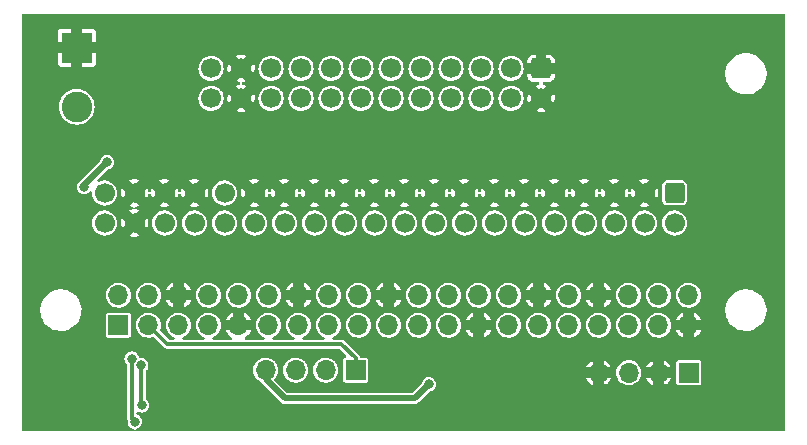
<source format=gbr>
%TF.GenerationSoftware,KiCad,Pcbnew,(6.0.7)*%
%TF.CreationDate,2022-09-08T00:59:07-04:00*%
%TF.ProjectId,Pi_Adapter,50695f41-6461-4707-9465-722e6b696361,v1*%
%TF.SameCoordinates,Original*%
%TF.FileFunction,Copper,L2,Bot*%
%TF.FilePolarity,Positive*%
%FSLAX46Y46*%
G04 Gerber Fmt 4.6, Leading zero omitted, Abs format (unit mm)*
G04 Created by KiCad (PCBNEW (6.0.7)) date 2022-09-08 00:59:07*
%MOMM*%
%LPD*%
G01*
G04 APERTURE LIST*
G04 Aperture macros list*
%AMRoundRect*
0 Rectangle with rounded corners*
0 $1 Rounding radius*
0 $2 $3 $4 $5 $6 $7 $8 $9 X,Y pos of 4 corners*
0 Add a 4 corners polygon primitive as box body*
4,1,4,$2,$3,$4,$5,$6,$7,$8,$9,$2,$3,0*
0 Add four circle primitives for the rounded corners*
1,1,$1+$1,$2,$3*
1,1,$1+$1,$4,$5*
1,1,$1+$1,$6,$7*
1,1,$1+$1,$8,$9*
0 Add four rect primitives between the rounded corners*
20,1,$1+$1,$2,$3,$4,$5,0*
20,1,$1+$1,$4,$5,$6,$7,0*
20,1,$1+$1,$6,$7,$8,$9,0*
20,1,$1+$1,$8,$9,$2,$3,0*%
G04 Aperture macros list end*
%TA.AperFunction,ComponentPad*%
%ADD10R,2.600000X2.600000*%
%TD*%
%TA.AperFunction,ComponentPad*%
%ADD11C,2.600000*%
%TD*%
%TA.AperFunction,ComponentPad*%
%ADD12R,1.700000X1.700000*%
%TD*%
%TA.AperFunction,ComponentPad*%
%ADD13O,1.700000X1.700000*%
%TD*%
%TA.AperFunction,ComponentPad*%
%ADD14RoundRect,0.250000X-0.600000X0.600000X-0.600000X-0.600000X0.600000X-0.600000X0.600000X0.600000X0*%
%TD*%
%TA.AperFunction,ComponentPad*%
%ADD15C,1.700000*%
%TD*%
%TA.AperFunction,ViaPad*%
%ADD16C,0.800000*%
%TD*%
%TA.AperFunction,Conductor*%
%ADD17C,0.500000*%
%TD*%
%TA.AperFunction,Conductor*%
%ADD18C,0.350000*%
%TD*%
G04 APERTURE END LIST*
D10*
%TO.P,J2,1,Pin_1*%
%TO.N,GND*%
X83395000Y-42100000D03*
D11*
%TO.P,J2,2,Pin_2*%
%TO.N,+5V*%
X83395000Y-47100000D03*
%TD*%
D12*
%TO.P,J6,1,Pin_1*%
%TO.N,GPIO0*%
X135200000Y-69625000D03*
D13*
%TO.P,J6,2,Pin_2*%
%TO.N,GND*%
X132660000Y-69625000D03*
%TO.P,J6,3,Pin_3*%
%TO.N,GPIO1*%
X130120000Y-69625000D03*
%TO.P,J6,4,Pin_4*%
%TO.N,GND*%
X127580000Y-69625000D03*
%TD*%
D14*
%TO.P,J5,1,Pin_1*%
%TO.N,GND*%
X122700000Y-43850000D03*
D15*
%TO.P,J5,2,Pin_2*%
X122700000Y-46390000D03*
%TO.P,J5,3,Pin_3*%
%TO.N,+5V*%
X120160000Y-43850000D03*
%TO.P,J5,4,Pin_4*%
X120160000Y-46390000D03*
%TO.P,J5,5,Pin_5*%
%TO.N,OUT1*%
X117620000Y-43850000D03*
%TO.P,J5,6,Pin_6*%
%TO.N,OUT2*%
X117620000Y-46390000D03*
%TO.P,J5,7,Pin_7*%
%TO.N,OUT3*%
X115080000Y-43850000D03*
%TO.P,J5,8,Pin_8*%
%TO.N,OUT4*%
X115080000Y-46390000D03*
%TO.P,J5,9,Pin_9*%
%TO.N,OUT5*%
X112540000Y-43850000D03*
%TO.P,J5,10,Pin_10*%
%TO.N,OUT6*%
X112540000Y-46390000D03*
%TO.P,J5,11,Pin_11*%
%TO.N,OUT7*%
X110000000Y-43850000D03*
%TO.P,J5,12,Pin_12*%
%TO.N,OUT8*%
X110000000Y-46390000D03*
%TO.P,J5,13,Pin_13*%
%TO.N,OUT9*%
X107460000Y-43850000D03*
%TO.P,J5,14,Pin_14*%
%TO.N,OUT10*%
X107460000Y-46390000D03*
%TO.P,J5,15,Pin_15*%
%TO.N,OUT11*%
X104920000Y-43850000D03*
%TO.P,J5,16,Pin_16*%
%TO.N,OUT12*%
X104920000Y-46390000D03*
%TO.P,J5,17,Pin_17*%
%TO.N,OUT13*%
X102380000Y-43850000D03*
%TO.P,J5,18,Pin_18*%
%TO.N,OUT14*%
X102380000Y-46390000D03*
%TO.P,J5,19,Pin_19*%
%TO.N,OUT15*%
X99840000Y-43850000D03*
%TO.P,J5,20,Pin_20*%
%TO.N,OUT16*%
X99840000Y-46390000D03*
%TO.P,J5,21,Pin_21*%
%TO.N,GND*%
X97300000Y-43850000D03*
%TO.P,J5,22,Pin_22*%
X97300000Y-46390000D03*
%TO.P,J5,23,Pin_23*%
%TO.N,+3V3*%
X94760000Y-43850000D03*
%TO.P,J5,24,Pin_24*%
%TO.N,unconnected-(J5-Pad24)*%
X94760000Y-46390000D03*
%TD*%
D14*
%TO.P,J4,1,Pin_1*%
%TO.N,unconnected-(J4-Pad1)*%
X134000000Y-54400000D03*
D15*
%TO.P,J4,2,Pin_2*%
%TO.N,+5V*%
X134000000Y-56940000D03*
%TO.P,J4,3,Pin_3*%
%TO.N,GND*%
X131460000Y-54400000D03*
%TO.P,J4,4,Pin_4*%
%TO.N,+5V*%
X131460000Y-56940000D03*
%TO.P,J4,5,Pin_5*%
%TO.N,GND*%
X128920000Y-54400000D03*
%TO.P,J4,6,Pin_6*%
%TO.N,OUT1*%
X128920000Y-56940000D03*
%TO.P,J4,7,Pin_7*%
%TO.N,GND*%
X126380000Y-54400000D03*
%TO.P,J4,8,Pin_8*%
%TO.N,OUT2*%
X126380000Y-56940000D03*
%TO.P,J4,9,Pin_9*%
%TO.N,GND*%
X123840000Y-54400000D03*
%TO.P,J4,10,Pin_10*%
%TO.N,OUT3*%
X123840000Y-56940000D03*
%TO.P,J4,11,Pin_11*%
%TO.N,GND*%
X121300000Y-54400000D03*
%TO.P,J4,12,Pin_12*%
%TO.N,OUT4*%
X121300000Y-56940000D03*
%TO.P,J4,13,Pin_13*%
%TO.N,GND*%
X118760000Y-54400000D03*
%TO.P,J4,14,Pin_14*%
%TO.N,OUT5*%
X118760000Y-56940000D03*
%TO.P,J4,15,Pin_15*%
%TO.N,GND*%
X116220000Y-54400000D03*
%TO.P,J4,16,Pin_16*%
%TO.N,OUT6*%
X116220000Y-56940000D03*
%TO.P,J4,17,Pin_17*%
%TO.N,GND*%
X113680000Y-54400000D03*
%TO.P,J4,18,Pin_18*%
%TO.N,OUT7*%
X113680000Y-56940000D03*
%TO.P,J4,19,Pin_19*%
%TO.N,GND*%
X111140000Y-54400000D03*
%TO.P,J4,20,Pin_20*%
%TO.N,OUT8*%
X111140000Y-56940000D03*
%TO.P,J4,21,Pin_21*%
%TO.N,GND*%
X108600000Y-54400000D03*
%TO.P,J4,22,Pin_22*%
%TO.N,OUT9*%
X108600000Y-56940000D03*
%TO.P,J4,23,Pin_23*%
%TO.N,GND*%
X106060000Y-54400000D03*
%TO.P,J4,24,Pin_24*%
%TO.N,OUT10*%
X106060000Y-56940000D03*
%TO.P,J4,25,Pin_25*%
%TO.N,GND*%
X103520000Y-54400000D03*
%TO.P,J4,26,Pin_26*%
%TO.N,OUT11*%
X103520000Y-56940000D03*
%TO.P,J4,27,Pin_27*%
%TO.N,GND*%
X100980000Y-54400000D03*
%TO.P,J4,28,Pin_28*%
%TO.N,OUT12*%
X100980000Y-56940000D03*
%TO.P,J4,29,Pin_29*%
%TO.N,GND*%
X98440000Y-54400000D03*
%TO.P,J4,30,Pin_30*%
%TO.N,unconnected-(J4-Pad30)*%
X98440000Y-56940000D03*
%TO.P,J4,31,Pin_31*%
%TO.N,OUT13*%
X95900000Y-54400000D03*
%TO.P,J4,32,Pin_32*%
%TO.N,OUT14*%
X95900000Y-56940000D03*
%TO.P,J4,33,Pin_33*%
%TO.N,GND*%
X93360000Y-54400000D03*
%TO.P,J4,34,Pin_34*%
%TO.N,OUT15*%
X93360000Y-56940000D03*
%TO.P,J4,35,Pin_35*%
%TO.N,GND*%
X90820000Y-54400000D03*
%TO.P,J4,36,Pin_36*%
%TO.N,OUT16*%
X90820000Y-56940000D03*
%TO.P,J4,37,Pin_37*%
%TO.N,GND*%
X88280000Y-54400000D03*
%TO.P,J4,38,Pin_38*%
X88280000Y-56940000D03*
%TO.P,J4,39,Pin_39*%
%TO.N,+5V*%
X85740000Y-54400000D03*
%TO.P,J4,40,Pin_40*%
X85740000Y-56940000D03*
%TD*%
D13*
%TO.P,J3,4,Pin_4*%
%TO.N,/PIN4*%
X99380000Y-69400000D03*
%TO.P,J3,3,Pin_3*%
%TO.N,/PIN3*%
X101920000Y-69400000D03*
%TO.P,J3,2,Pin_2*%
%TO.N,I2C_SCL*%
X104460000Y-69400000D03*
D12*
%TO.P,J3,1,Pin_1*%
%TO.N,I2C_SDA*%
X107000000Y-69400000D03*
%TD*%
D13*
%TO.P,J1,40,GPIO21/SCLK1*%
%TO.N,GPIO0*%
X135180000Y-63050000D03*
%TO.P,J1,39,GND*%
%TO.N,GND*%
X135180000Y-65590000D03*
%TO.P,J1,38,GPIO20/MOSI1*%
%TO.N,GPIO1*%
X132640000Y-63050000D03*
%TO.P,J1,37,GPIO26*%
%TO.N,unconnected-(J1-Pad37)*%
X132640000Y-65590000D03*
%TO.P,J1,36,GPIO16*%
%TO.N,unconnected-(J1-Pad36)*%
X130100000Y-63050000D03*
%TO.P,J1,35,GPIO19/MISO1*%
%TO.N,unconnected-(J1-Pad35)*%
X130100000Y-65590000D03*
%TO.P,J1,34,GND*%
%TO.N,GND*%
X127560000Y-63050000D03*
%TO.P,J1,33,PWM1/GPIO13*%
%TO.N,unconnected-(J1-Pad33)*%
X127560000Y-65590000D03*
%TO.P,J1,32,PWM0/GPIO12*%
%TO.N,OUT1*%
X125020000Y-63050000D03*
%TO.P,J1,31,GCLK2/GPIO6*%
%TO.N,unconnected-(J1-Pad31)*%
X125020000Y-65590000D03*
%TO.P,J1,30,GND*%
%TO.N,GND*%
X122480000Y-63050000D03*
%TO.P,J1,29,GCLK1/GPIO5*%
%TO.N,unconnected-(J1-Pad29)*%
X122480000Y-65590000D03*
%TO.P,J1,28,ID_SC/GPIO1*%
%TO.N,unconnected-(J1-Pad28)*%
X119940000Y-63050000D03*
%TO.P,J1,27,ID_SD/GPIO0*%
%TO.N,unconnected-(J1-Pad27)*%
X119940000Y-65590000D03*
%TO.P,J1,26,~{CE1}/GPIO7*%
%TO.N,OUT2*%
X117400000Y-63050000D03*
%TO.P,J1,25,GND*%
%TO.N,GND*%
X117400000Y-65590000D03*
%TO.P,J1,24,~{CE0}/GPIO8*%
%TO.N,OUT4*%
X114860000Y-63050000D03*
%TO.P,J1,23,SCLK0/GPIO11*%
%TO.N,OUT3*%
X114860000Y-65590000D03*
%TO.P,J1,22,GPIO25*%
%TO.N,OUT6*%
X112320000Y-63050000D03*
%TO.P,J1,21,MISO0/GPIO9*%
%TO.N,OUT5*%
X112320000Y-65590000D03*
%TO.P,J1,20,GND*%
%TO.N,GND*%
X109780000Y-63050000D03*
%TO.P,J1,19,MOSI0/GPIO10*%
%TO.N,OUT7*%
X109780000Y-65590000D03*
%TO.P,J1,18,GPIO24*%
%TO.N,OUT8*%
X107240000Y-63050000D03*
%TO.P,J1,17,3V3*%
%TO.N,+3V3*%
X107240000Y-65590000D03*
%TO.P,J1,16,GPIO23*%
%TO.N,OUT10*%
X104700000Y-63050000D03*
%TO.P,J1,15,GPIO22*%
%TO.N,OUT9*%
X104700000Y-65590000D03*
%TO.P,J1,14,GND*%
%TO.N,GND*%
X102160000Y-63050000D03*
%TO.P,J1,13,GPIO27*%
%TO.N,OUT11*%
X102160000Y-65590000D03*
%TO.P,J1,12,GPIO18/PWM0*%
%TO.N,OUT12*%
X99620000Y-63050000D03*
%TO.P,J1,11,GPIO17*%
%TO.N,OUT13*%
X99620000Y-65590000D03*
%TO.P,J1,10,GPIO15/RXD*%
%TO.N,OUT14*%
X97080000Y-63050000D03*
%TO.P,J1,9,GND*%
%TO.N,GND*%
X97080000Y-65590000D03*
%TO.P,J1,8,GPIO14/TXD*%
%TO.N,OUT15*%
X94540000Y-63050000D03*
%TO.P,J1,7,GCLK0/GPIO4*%
%TO.N,OUT16*%
X94540000Y-65590000D03*
%TO.P,J1,6,GND*%
%TO.N,GND*%
X92000000Y-63050000D03*
%TO.P,J1,5,SCL/GPIO3*%
%TO.N,I2C_SCL*%
X92000000Y-65590000D03*
%TO.P,J1,4,5V*%
%TO.N,+5V*%
X89460000Y-63050000D03*
%TO.P,J1,3,SDA/GPIO2*%
%TO.N,I2C_SDA*%
X89460000Y-65590000D03*
%TO.P,J1,2,5V*%
%TO.N,+5V*%
X86920000Y-63050000D03*
D12*
%TO.P,J1,1,3V3*%
%TO.N,+3V3*%
X86920000Y-65590000D03*
%TD*%
D16*
%TO.N,GND*%
X104000000Y-49000000D03*
X92000000Y-49000000D03*
X91000000Y-43000000D03*
X87000000Y-46000000D03*
X86000000Y-40000000D03*
X122000000Y-40000000D03*
X129000000Y-46000000D03*
X136000000Y-47000000D03*
X129000000Y-41000000D03*
X136000000Y-41000000D03*
X142100000Y-47500000D03*
X142100000Y-40900000D03*
X142000000Y-54000000D03*
X142000000Y-58000000D03*
X111600000Y-73000000D03*
X114600000Y-73000000D03*
X117800000Y-74050000D03*
X96300000Y-72200000D03*
X90400000Y-71750000D03*
X84750000Y-67000000D03*
X82650000Y-68250000D03*
X83050000Y-73200000D03*
X83050000Y-71400000D03*
X83000000Y-69800000D03*
X81350000Y-51550000D03*
X81550000Y-59250000D03*
X95777345Y-59172655D03*
X99600000Y-59250000D03*
X102150000Y-59150000D03*
%TO.N,+3V3*%
X85950000Y-51800000D03*
X84000000Y-53900000D03*
%TO.N,I2C_SCL*%
X88885000Y-72385000D03*
X88850000Y-68995500D03*
%TO.N,I2C_SDA*%
X88300000Y-73750000D03*
X88035463Y-68416247D03*
%TO.N,GND*%
X92000000Y-73000000D03*
X107000000Y-73000000D03*
X99000000Y-73000000D03*
X122000000Y-73000000D03*
X127000000Y-73000000D03*
X132000000Y-73000000D03*
X138000000Y-73000000D03*
X142000000Y-73000000D03*
X142000000Y-68000000D03*
X80000000Y-68000000D03*
X124000000Y-68000000D03*
X118000000Y-68000000D03*
X138000000Y-68000000D03*
X97000000Y-68100000D03*
X111000000Y-67500000D03*
%TO.N,/PIN4*%
X113200000Y-70600000D03*
%TD*%
D17*
%TO.N,/PIN4*%
X99380000Y-70180000D02*
X99380000Y-69400000D01*
X101000000Y-71800000D02*
X99380000Y-70180000D01*
X112000000Y-71800000D02*
X101000000Y-71800000D01*
X113200000Y-70600000D02*
X112000000Y-71800000D01*
D18*
%TO.N,I2C_SDA*%
X91070000Y-67200000D02*
X89460000Y-65590000D01*
X105800000Y-67200000D02*
X91070000Y-67200000D01*
X107000000Y-68400000D02*
X105800000Y-67200000D01*
X107000000Y-69400000D02*
X107000000Y-68400000D01*
X88300000Y-73750000D02*
X88062007Y-73512007D01*
%TO.N,I2C_SCL*%
X88850000Y-72350000D02*
X88850000Y-68995500D01*
X88885000Y-72385000D02*
X88850000Y-72350000D01*
%TO.N,I2C_SDA*%
X88062007Y-68442791D02*
X88035463Y-68416247D01*
X88062007Y-73512007D02*
X88062007Y-68442791D01*
D17*
%TO.N,+3V3*%
X84000000Y-53750000D02*
X84000000Y-53900000D01*
X85950000Y-51800000D02*
X84000000Y-53750000D01*
%TD*%
%TA.AperFunction,Conductor*%
%TO.N,GND*%
G36*
X143283621Y-39228502D02*
G01*
X143330114Y-39282158D01*
X143341500Y-39334500D01*
X143341500Y-74465500D01*
X143321498Y-74533621D01*
X143267842Y-74580114D01*
X143215500Y-74591500D01*
X88483731Y-74591500D01*
X88415610Y-74571498D01*
X88369117Y-74517842D01*
X88359013Y-74447568D01*
X88388507Y-74382988D01*
X88450993Y-74343872D01*
X88458850Y-74342838D01*
X88503796Y-74324221D01*
X88599248Y-74284684D01*
X88599250Y-74284683D01*
X88606876Y-74281524D01*
X88733987Y-74183987D01*
X88739013Y-74177437D01*
X88739016Y-74177434D01*
X88782756Y-74120431D01*
X88831524Y-74056875D01*
X88892838Y-73908850D01*
X88913751Y-73750000D01*
X88892838Y-73591150D01*
X88831524Y-73443125D01*
X88782756Y-73379569D01*
X88739016Y-73322566D01*
X88739013Y-73322563D01*
X88733987Y-73316013D01*
X88606876Y-73218476D01*
X88599250Y-73215317D01*
X88599248Y-73215316D01*
X88523289Y-73183853D01*
X88468008Y-73139305D01*
X88445507Y-73067444D01*
X88445507Y-73050165D01*
X88465509Y-72982044D01*
X88519165Y-72935551D01*
X88589439Y-72925447D01*
X88619724Y-72933756D01*
X88718517Y-72974677D01*
X88718522Y-72974678D01*
X88726150Y-72977838D01*
X88885000Y-72998751D01*
X88893188Y-72997673D01*
X89035662Y-72978916D01*
X89043850Y-72977838D01*
X89051477Y-72974679D01*
X89051480Y-72974678D01*
X89184248Y-72919684D01*
X89184250Y-72919683D01*
X89191876Y-72916524D01*
X89318987Y-72818987D01*
X89324013Y-72812437D01*
X89324016Y-72812434D01*
X89367755Y-72755431D01*
X89416524Y-72691875D01*
X89477838Y-72543850D01*
X89498751Y-72385000D01*
X89481250Y-72252065D01*
X89478916Y-72234338D01*
X89477838Y-72226150D01*
X89416524Y-72078125D01*
X89318987Y-71951013D01*
X89282794Y-71923241D01*
X89240928Y-71865903D01*
X89233500Y-71823280D01*
X89233500Y-69530364D01*
X89253502Y-69462243D01*
X89272658Y-69441418D01*
X89271595Y-69440355D01*
X89277436Y-69434514D01*
X89283987Y-69429487D01*
X89289013Y-69422937D01*
X89289016Y-69422934D01*
X89318008Y-69385150D01*
X98316482Y-69385150D01*
X98316998Y-69391294D01*
X98322106Y-69452119D01*
X98333852Y-69592004D01*
X98391069Y-69791545D01*
X98393887Y-69797027D01*
X98393888Y-69797031D01*
X98483135Y-69970686D01*
X98485955Y-69976173D01*
X98489786Y-69981007D01*
X98489787Y-69981008D01*
X98510981Y-70007748D01*
X98614894Y-70138854D01*
X98619581Y-70142843D01*
X98619584Y-70142846D01*
X98768284Y-70269399D01*
X98772976Y-70273392D01*
X98778352Y-70276397D01*
X98778357Y-70276400D01*
X98933893Y-70363326D01*
X98986007Y-70418774D01*
X98996500Y-70440626D01*
X99001406Y-70445933D01*
X99001563Y-70446166D01*
X99004876Y-70452544D01*
X99009263Y-70457680D01*
X99047194Y-70495611D01*
X99050624Y-70499177D01*
X99083698Y-70534957D01*
X99083700Y-70534959D01*
X99090088Y-70541869D01*
X99096531Y-70545612D01*
X99102891Y-70551308D01*
X100651259Y-72099676D01*
X100661114Y-72110765D01*
X100682590Y-72138007D01*
X100690335Y-72143360D01*
X100690337Y-72143362D01*
X100731761Y-72171992D01*
X100734979Y-72174292D01*
X100752969Y-72187579D01*
X100783031Y-72209783D01*
X100789960Y-72212216D01*
X100796009Y-72216397D01*
X100853045Y-72234435D01*
X100856710Y-72235658D01*
X100913115Y-72255466D01*
X100920337Y-72255750D01*
X100920617Y-72255805D01*
X100927465Y-72257970D01*
X100934199Y-72258500D01*
X100987855Y-72258500D01*
X100992802Y-72258597D01*
X101050881Y-72260879D01*
X101058085Y-72258969D01*
X101066605Y-72258500D01*
X111965308Y-72258500D01*
X111980117Y-72259373D01*
X112014564Y-72263450D01*
X112023828Y-72261758D01*
X112023832Y-72261758D01*
X112073349Y-72252715D01*
X112077251Y-72252065D01*
X112127029Y-72244581D01*
X112127030Y-72244581D01*
X112136340Y-72243181D01*
X112142960Y-72240002D01*
X112150194Y-72238681D01*
X112203251Y-72211119D01*
X112206780Y-72209356D01*
X112252133Y-72187579D01*
X112252137Y-72187576D01*
X112260626Y-72183500D01*
X112265933Y-72178594D01*
X112266166Y-72178437D01*
X112272544Y-72175124D01*
X112277680Y-72170737D01*
X112315611Y-72132806D01*
X112319177Y-72129376D01*
X112354957Y-72096302D01*
X112354959Y-72096300D01*
X112361869Y-72089912D01*
X112365612Y-72083469D01*
X112371308Y-72077109D01*
X113209678Y-71238739D01*
X113271990Y-71204713D01*
X113282319Y-71202913D01*
X113358850Y-71192838D01*
X113366477Y-71189679D01*
X113366480Y-71189678D01*
X113499248Y-71134684D01*
X113499250Y-71134683D01*
X113506876Y-71131524D01*
X113633987Y-71033987D01*
X113639013Y-71027437D01*
X113639016Y-71027434D01*
X113682755Y-70970431D01*
X113731524Y-70906875D01*
X113792838Y-70758850D01*
X113813751Y-70600000D01*
X113792838Y-70441150D01*
X113731524Y-70293125D01*
X113669151Y-70211839D01*
X113639016Y-70172566D01*
X113639013Y-70172563D01*
X113633987Y-70166013D01*
X113531701Y-70087525D01*
X126518007Y-70087525D01*
X126570428Y-70201235D01*
X126576179Y-70211196D01*
X126692346Y-70375568D01*
X126699812Y-70384310D01*
X126843991Y-70524763D01*
X126852924Y-70531997D01*
X127020279Y-70643820D01*
X127030394Y-70649312D01*
X127109354Y-70683236D01*
X127123357Y-70684927D01*
X127126000Y-70680602D01*
X127126000Y-70675759D01*
X128034000Y-70675759D01*
X128037973Y-70689290D01*
X128044669Y-70690252D01*
X128047547Y-70689275D01*
X128058062Y-70684594D01*
X128233661Y-70586253D01*
X128243154Y-70579729D01*
X128397900Y-70451029D01*
X128406029Y-70442900D01*
X128534729Y-70288154D01*
X128541253Y-70278661D01*
X128639594Y-70103062D01*
X128643090Y-70095210D01*
X128643637Y-70082064D01*
X128637606Y-70079000D01*
X128052115Y-70079000D01*
X128036876Y-70083475D01*
X128035671Y-70084865D01*
X128034000Y-70092548D01*
X128034000Y-70675759D01*
X127126000Y-70675759D01*
X127126000Y-70097115D01*
X127121525Y-70081876D01*
X127120135Y-70080671D01*
X127112452Y-70079000D01*
X126532192Y-70079000D01*
X126518661Y-70082973D01*
X126518007Y-70087525D01*
X113531701Y-70087525D01*
X113506876Y-70068476D01*
X113499250Y-70065317D01*
X113499248Y-70065316D01*
X113366480Y-70010322D01*
X113366477Y-70010321D01*
X113358850Y-70007162D01*
X113200000Y-69986249D01*
X113041150Y-70007162D01*
X112893125Y-70068476D01*
X112766013Y-70166013D01*
X112668476Y-70293125D01*
X112607162Y-70441150D01*
X112599231Y-70501397D01*
X112597088Y-70517673D01*
X112568366Y-70582600D01*
X112561261Y-70590322D01*
X111846988Y-71304595D01*
X111784676Y-71338621D01*
X111757893Y-71341500D01*
X101242107Y-71341500D01*
X101173986Y-71321498D01*
X101153012Y-71304595D01*
X100152353Y-70303936D01*
X100118327Y-70241624D01*
X100123392Y-70170809D01*
X100146067Y-70132510D01*
X100245104Y-70017774D01*
X100245105Y-70017772D01*
X100249133Y-70013106D01*
X100351667Y-69832614D01*
X100417190Y-69635644D01*
X100443207Y-69429698D01*
X100443622Y-69400000D01*
X100442166Y-69385150D01*
X100856482Y-69385150D01*
X100856998Y-69391294D01*
X100862106Y-69452119D01*
X100873852Y-69592004D01*
X100931069Y-69791545D01*
X100933887Y-69797027D01*
X100933888Y-69797031D01*
X101023135Y-69970686D01*
X101025955Y-69976173D01*
X101029786Y-69981007D01*
X101029787Y-69981008D01*
X101050981Y-70007748D01*
X101154894Y-70138854D01*
X101159581Y-70142843D01*
X101159584Y-70142846D01*
X101308284Y-70269399D01*
X101312976Y-70273392D01*
X101494180Y-70374664D01*
X101691603Y-70438810D01*
X101897725Y-70463389D01*
X101903860Y-70462917D01*
X101903862Y-70462917D01*
X102098555Y-70447936D01*
X102098560Y-70447935D01*
X102104696Y-70447463D01*
X102110626Y-70445807D01*
X102110628Y-70445807D01*
X102207445Y-70418775D01*
X102304632Y-70391640D01*
X102319143Y-70384310D01*
X102484416Y-70300825D01*
X102484418Y-70300824D01*
X102489917Y-70298046D01*
X102653495Y-70170245D01*
X102789133Y-70013106D01*
X102891667Y-69832614D01*
X102957190Y-69635644D01*
X102983207Y-69429698D01*
X102983622Y-69400000D01*
X102982166Y-69385150D01*
X103396482Y-69385150D01*
X103396998Y-69391294D01*
X103402106Y-69452119D01*
X103413852Y-69592004D01*
X103471069Y-69791545D01*
X103473887Y-69797027D01*
X103473888Y-69797031D01*
X103563135Y-69970686D01*
X103565955Y-69976173D01*
X103569786Y-69981007D01*
X103569787Y-69981008D01*
X103590981Y-70007748D01*
X103694894Y-70138854D01*
X103699581Y-70142843D01*
X103699584Y-70142846D01*
X103848284Y-70269399D01*
X103852976Y-70273392D01*
X104034180Y-70374664D01*
X104231603Y-70438810D01*
X104437725Y-70463389D01*
X104443860Y-70462917D01*
X104443862Y-70462917D01*
X104638555Y-70447936D01*
X104638560Y-70447935D01*
X104644696Y-70447463D01*
X104650626Y-70445807D01*
X104650628Y-70445807D01*
X104747445Y-70418775D01*
X104844632Y-70391640D01*
X104859143Y-70384310D01*
X105024416Y-70300825D01*
X105024418Y-70300824D01*
X105029917Y-70298046D01*
X105193495Y-70170245D01*
X105329133Y-70013106D01*
X105431667Y-69832614D01*
X105497190Y-69635644D01*
X105523207Y-69429698D01*
X105523622Y-69400000D01*
X105505942Y-69219685D01*
X105503966Y-69199534D01*
X105503965Y-69199531D01*
X105503365Y-69193408D01*
X105453875Y-69029485D01*
X105445152Y-69000593D01*
X105445151Y-69000590D01*
X105443368Y-68994685D01*
X105439448Y-68987312D01*
X105348809Y-68816847D01*
X105348808Y-68816845D01*
X105345913Y-68811401D01*
X105260179Y-68706280D01*
X105218610Y-68655311D01*
X105218607Y-68655308D01*
X105214715Y-68650536D01*
X105207770Y-68644790D01*
X105059518Y-68522145D01*
X105059519Y-68522145D01*
X105054770Y-68518217D01*
X105049353Y-68515288D01*
X105049350Y-68515286D01*
X104877590Y-68422416D01*
X104877585Y-68422414D01*
X104872170Y-68419486D01*
X104673871Y-68358102D01*
X104667746Y-68357458D01*
X104667745Y-68357458D01*
X104473554Y-68337048D01*
X104473552Y-68337048D01*
X104467425Y-68336404D01*
X104381515Y-68344223D01*
X104266836Y-68354659D01*
X104266833Y-68354660D01*
X104260697Y-68355218D01*
X104254791Y-68356956D01*
X104254787Y-68356957D01*
X104166889Y-68382827D01*
X104061560Y-68413827D01*
X103877600Y-68509999D01*
X103715823Y-68640071D01*
X103711865Y-68644788D01*
X103711863Y-68644790D01*
X103660653Y-68705820D01*
X103582391Y-68799089D01*
X103579427Y-68804481D01*
X103579424Y-68804485D01*
X103521778Y-68909343D01*
X103482387Y-68980995D01*
X103419621Y-69178861D01*
X103418935Y-69184978D01*
X103418934Y-69184982D01*
X103397169Y-69379025D01*
X103396482Y-69385150D01*
X102982166Y-69385150D01*
X102965942Y-69219685D01*
X102963966Y-69199534D01*
X102963965Y-69199531D01*
X102963365Y-69193408D01*
X102913875Y-69029485D01*
X102905152Y-69000593D01*
X102905151Y-69000590D01*
X102903368Y-68994685D01*
X102899448Y-68987312D01*
X102808809Y-68816847D01*
X102808808Y-68816845D01*
X102805913Y-68811401D01*
X102720179Y-68706280D01*
X102678610Y-68655311D01*
X102678607Y-68655308D01*
X102674715Y-68650536D01*
X102667770Y-68644790D01*
X102519518Y-68522145D01*
X102519519Y-68522145D01*
X102514770Y-68518217D01*
X102509353Y-68515288D01*
X102509350Y-68515286D01*
X102337590Y-68422416D01*
X102337585Y-68422414D01*
X102332170Y-68419486D01*
X102133871Y-68358102D01*
X102127746Y-68357458D01*
X102127745Y-68357458D01*
X101933554Y-68337048D01*
X101933552Y-68337048D01*
X101927425Y-68336404D01*
X101841515Y-68344223D01*
X101726836Y-68354659D01*
X101726833Y-68354660D01*
X101720697Y-68355218D01*
X101714791Y-68356956D01*
X101714787Y-68356957D01*
X101626889Y-68382827D01*
X101521560Y-68413827D01*
X101337600Y-68509999D01*
X101175823Y-68640071D01*
X101171865Y-68644788D01*
X101171863Y-68644790D01*
X101120653Y-68705820D01*
X101042391Y-68799089D01*
X101039427Y-68804481D01*
X101039424Y-68804485D01*
X100981778Y-68909343D01*
X100942387Y-68980995D01*
X100879621Y-69178861D01*
X100878935Y-69184978D01*
X100878934Y-69184982D01*
X100857169Y-69379025D01*
X100856482Y-69385150D01*
X100442166Y-69385150D01*
X100425942Y-69219685D01*
X100423966Y-69199534D01*
X100423965Y-69199531D01*
X100423365Y-69193408D01*
X100373875Y-69029485D01*
X100365152Y-69000593D01*
X100365151Y-69000590D01*
X100363368Y-68994685D01*
X100359448Y-68987312D01*
X100268809Y-68816847D01*
X100268808Y-68816845D01*
X100265913Y-68811401D01*
X100180179Y-68706280D01*
X100138610Y-68655311D01*
X100138607Y-68655308D01*
X100134715Y-68650536D01*
X100127770Y-68644790D01*
X99979518Y-68522145D01*
X99979519Y-68522145D01*
X99974770Y-68518217D01*
X99969353Y-68515288D01*
X99969350Y-68515286D01*
X99797590Y-68422416D01*
X99797585Y-68422414D01*
X99792170Y-68419486D01*
X99593871Y-68358102D01*
X99587746Y-68357458D01*
X99587745Y-68357458D01*
X99393554Y-68337048D01*
X99393552Y-68337048D01*
X99387425Y-68336404D01*
X99301515Y-68344223D01*
X99186836Y-68354659D01*
X99186833Y-68354660D01*
X99180697Y-68355218D01*
X99174791Y-68356956D01*
X99174787Y-68356957D01*
X99086889Y-68382827D01*
X98981560Y-68413827D01*
X98797600Y-68509999D01*
X98635823Y-68640071D01*
X98631865Y-68644788D01*
X98631863Y-68644790D01*
X98580653Y-68705820D01*
X98502391Y-68799089D01*
X98499427Y-68804481D01*
X98499424Y-68804485D01*
X98441778Y-68909343D01*
X98402387Y-68980995D01*
X98339621Y-69178861D01*
X98338935Y-69184978D01*
X98338934Y-69184982D01*
X98317169Y-69379025D01*
X98316482Y-69385150D01*
X89318008Y-69385150D01*
X89332755Y-69365931D01*
X89381524Y-69302375D01*
X89436136Y-69170529D01*
X89439678Y-69161979D01*
X89442838Y-69154350D01*
X89463751Y-68995500D01*
X89442838Y-68836650D01*
X89381524Y-68688625D01*
X89307285Y-68591875D01*
X89289016Y-68568066D01*
X89289013Y-68568063D01*
X89283987Y-68561513D01*
X89242221Y-68529464D01*
X89163426Y-68469002D01*
X89156876Y-68463976D01*
X89149250Y-68460817D01*
X89149248Y-68460816D01*
X89016480Y-68405822D01*
X89016477Y-68405821D01*
X89008850Y-68402662D01*
X88986200Y-68399680D01*
X88858188Y-68382827D01*
X88850000Y-68381749D01*
X88841812Y-68382827D01*
X88773092Y-68391874D01*
X88702943Y-68380935D01*
X88649845Y-68333806D01*
X88631724Y-68283398D01*
X88629379Y-68265585D01*
X88628301Y-68257397D01*
X88566987Y-68109372D01*
X88518219Y-68045816D01*
X88474479Y-67988813D01*
X88474476Y-67988810D01*
X88469450Y-67982260D01*
X88342339Y-67884723D01*
X88334713Y-67881564D01*
X88334711Y-67881563D01*
X88201943Y-67826569D01*
X88201940Y-67826568D01*
X88194313Y-67823409D01*
X88035463Y-67802496D01*
X87876613Y-67823409D01*
X87728588Y-67884723D01*
X87601476Y-67982260D01*
X87503939Y-68109372D01*
X87442625Y-68257397D01*
X87421712Y-68416247D01*
X87422790Y-68424435D01*
X87441253Y-68564672D01*
X87442625Y-68575097D01*
X87503939Y-68723122D01*
X87532738Y-68760653D01*
X87596447Y-68843681D01*
X87596450Y-68843684D01*
X87601476Y-68850234D01*
X87608026Y-68855260D01*
X87608027Y-68855261D01*
X87629212Y-68871517D01*
X87671079Y-68928856D01*
X87678507Y-68971479D01*
X87678507Y-73457656D01*
X87675885Y-73482286D01*
X87675827Y-73483515D01*
X87673636Y-73493692D01*
X87674860Y-73504031D01*
X87677634Y-73527472D01*
X87677989Y-73533495D01*
X87678079Y-73533488D01*
X87678507Y-73538665D01*
X87678507Y-73543868D01*
X87679361Y-73548996D01*
X87681713Y-73563130D01*
X87682549Y-73569003D01*
X87688642Y-73620480D01*
X87691981Y-73627433D01*
X87693599Y-73634541D01*
X87694166Y-73637947D01*
X87694167Y-73637949D01*
X87694168Y-73637954D01*
X87691806Y-73638347D01*
X87695747Y-73677852D01*
X87686249Y-73750000D01*
X87707162Y-73908850D01*
X87768476Y-74056875D01*
X87817244Y-74120431D01*
X87860984Y-74177434D01*
X87860987Y-74177437D01*
X87866013Y-74183987D01*
X87993124Y-74281524D01*
X88000750Y-74284683D01*
X88000752Y-74284684D01*
X88096204Y-74324221D01*
X88141150Y-74342838D01*
X88149011Y-74343873D01*
X88209502Y-74380744D01*
X88240524Y-74444605D01*
X88232096Y-74515099D01*
X88186894Y-74569846D01*
X88116269Y-74591500D01*
X78894500Y-74591500D01*
X78826379Y-74571498D01*
X78779886Y-74517842D01*
X78768500Y-74465500D01*
X78768500Y-64417165D01*
X80287866Y-64417165D01*
X80322952Y-64674970D01*
X80395758Y-64924757D01*
X80504686Y-65161039D01*
X80507246Y-65164944D01*
X80507249Y-65164949D01*
X80644775Y-65374712D01*
X80644779Y-65374717D01*
X80647341Y-65378625D01*
X80733966Y-65475680D01*
X80817280Y-65569025D01*
X80820591Y-65572735D01*
X81020629Y-65739105D01*
X81243061Y-65874080D01*
X81247375Y-65875889D01*
X81247377Y-65875890D01*
X81478686Y-65972886D01*
X81478691Y-65972888D01*
X81483001Y-65974695D01*
X81487533Y-65975846D01*
X81487536Y-65975847D01*
X81612815Y-66007663D01*
X81735177Y-66038739D01*
X81951286Y-66060500D01*
X82106044Y-66060500D01*
X82108369Y-66060327D01*
X82108375Y-66060327D01*
X82294814Y-66046472D01*
X82294818Y-66046471D01*
X82299466Y-66046126D01*
X82553232Y-65988705D01*
X82571644Y-65981545D01*
X82791370Y-65896098D01*
X82791372Y-65896097D01*
X82795723Y-65894405D01*
X82831285Y-65874080D01*
X82992384Y-65782004D01*
X83021612Y-65765299D01*
X83225936Y-65604223D01*
X83404208Y-65414714D01*
X83552511Y-65200937D01*
X83563212Y-65179238D01*
X83665521Y-64971775D01*
X83665522Y-64971772D01*
X83667586Y-64967587D01*
X83746906Y-64719792D01*
X83746960Y-64719463D01*
X85861500Y-64719463D01*
X85861501Y-66460536D01*
X85873597Y-66521353D01*
X85880490Y-66531669D01*
X85880491Y-66531671D01*
X85893576Y-66551253D01*
X85919680Y-66590320D01*
X85988647Y-66636403D01*
X86000816Y-66638824D01*
X86000817Y-66638824D01*
X86042519Y-66647119D01*
X86049463Y-66648500D01*
X86919859Y-66648500D01*
X87790536Y-66648499D01*
X87851353Y-66636403D01*
X87861670Y-66629510D01*
X87861671Y-66629509D01*
X87910007Y-66597211D01*
X87920320Y-66590320D01*
X87966403Y-66521353D01*
X87968825Y-66509180D01*
X87977293Y-66466605D01*
X87978500Y-66460537D01*
X87978499Y-65575150D01*
X88396482Y-65575150D01*
X88396998Y-65581294D01*
X88410250Y-65739105D01*
X88413852Y-65782004D01*
X88471069Y-65981545D01*
X88473887Y-65987027D01*
X88473888Y-65987031D01*
X88563135Y-66160686D01*
X88565955Y-66166173D01*
X88694894Y-66328854D01*
X88699581Y-66332843D01*
X88699584Y-66332846D01*
X88848284Y-66459399D01*
X88852976Y-66463392D01*
X89034180Y-66564664D01*
X89231603Y-66628810D01*
X89437725Y-66653389D01*
X89443860Y-66652917D01*
X89443862Y-66652917D01*
X89638555Y-66637936D01*
X89638560Y-66637935D01*
X89644696Y-66637463D01*
X89708703Y-66619592D01*
X89824263Y-66587328D01*
X89895253Y-66588275D01*
X89947241Y-66619592D01*
X90760391Y-67432742D01*
X90775960Y-67452019D01*
X90776780Y-67452920D01*
X90782429Y-67461669D01*
X90790607Y-67468116D01*
X90790608Y-67468117D01*
X90809146Y-67482731D01*
X90813656Y-67486739D01*
X90813714Y-67486670D01*
X90817675Y-67490026D01*
X90821354Y-67493705D01*
X90837141Y-67504986D01*
X90837243Y-67505059D01*
X90841984Y-67508618D01*
X90882693Y-67540711D01*
X90891422Y-67543776D01*
X90898950Y-67549156D01*
X90924901Y-67556917D01*
X90948601Y-67564005D01*
X90954245Y-67565839D01*
X90995671Y-67580386D01*
X90995674Y-67580387D01*
X91003153Y-67583013D01*
X91008776Y-67583500D01*
X91011486Y-67583500D01*
X91014179Y-67583616D01*
X91014218Y-67583628D01*
X91014210Y-67583810D01*
X91014991Y-67583859D01*
X91021270Y-67585737D01*
X91075741Y-67583597D01*
X91080687Y-67583500D01*
X105588959Y-67583500D01*
X105657080Y-67603502D01*
X105678054Y-67620405D01*
X106187721Y-68130072D01*
X106221747Y-68192384D01*
X106216682Y-68263199D01*
X106174135Y-68320035D01*
X106123206Y-68342746D01*
X106068647Y-68353597D01*
X106058330Y-68360490D01*
X106058329Y-68360491D01*
X106027733Y-68380935D01*
X105999680Y-68399680D01*
X105953597Y-68468647D01*
X105951176Y-68480816D01*
X105951176Y-68480817D01*
X105945939Y-68507145D01*
X105941500Y-68529463D01*
X105941501Y-70270536D01*
X105953597Y-70331353D01*
X105999680Y-70400320D01*
X106068647Y-70446403D01*
X106080816Y-70448824D01*
X106080817Y-70448824D01*
X106122519Y-70457119D01*
X106129463Y-70458500D01*
X106999859Y-70458500D01*
X107870536Y-70458499D01*
X107931353Y-70446403D01*
X107941670Y-70439510D01*
X107941671Y-70439509D01*
X107990007Y-70407211D01*
X108000320Y-70400320D01*
X108046403Y-70331353D01*
X108048825Y-70319180D01*
X108057293Y-70276605D01*
X108058500Y-70270537D01*
X108058499Y-69610150D01*
X129056482Y-69610150D01*
X129056998Y-69616294D01*
X129071217Y-69785619D01*
X129073852Y-69817004D01*
X129131069Y-70016545D01*
X129133887Y-70022027D01*
X129133888Y-70022031D01*
X129190667Y-70132510D01*
X129225955Y-70201173D01*
X129354894Y-70363854D01*
X129359581Y-70367843D01*
X129359584Y-70367846D01*
X129508284Y-70494399D01*
X129512976Y-70498392D01*
X129694180Y-70599664D01*
X129891603Y-70663810D01*
X130097725Y-70688389D01*
X130103860Y-70687917D01*
X130103862Y-70687917D01*
X130298555Y-70672936D01*
X130298560Y-70672935D01*
X130304696Y-70672463D01*
X130310626Y-70670807D01*
X130310628Y-70670807D01*
X130407284Y-70643820D01*
X130504632Y-70616640D01*
X130510132Y-70613862D01*
X130684416Y-70525825D01*
X130684418Y-70525824D01*
X130689917Y-70523046D01*
X130838179Y-70407211D01*
X130848634Y-70399043D01*
X130848635Y-70399042D01*
X130853495Y-70395245D01*
X130989133Y-70238106D01*
X131074675Y-70087525D01*
X131598007Y-70087525D01*
X131650428Y-70201235D01*
X131656179Y-70211196D01*
X131772346Y-70375568D01*
X131779812Y-70384310D01*
X131923991Y-70524763D01*
X131932924Y-70531997D01*
X132100279Y-70643820D01*
X132110394Y-70649312D01*
X132189354Y-70683236D01*
X132203357Y-70684927D01*
X132206000Y-70680602D01*
X132206000Y-70675759D01*
X133114000Y-70675759D01*
X133117973Y-70689290D01*
X133124669Y-70690252D01*
X133127547Y-70689275D01*
X133138062Y-70684594D01*
X133313661Y-70586253D01*
X133323154Y-70579729D01*
X133477900Y-70451029D01*
X133486029Y-70442900D01*
X133614729Y-70288154D01*
X133621253Y-70278661D01*
X133719594Y-70103062D01*
X133723090Y-70095210D01*
X133723637Y-70082064D01*
X133717606Y-70079000D01*
X133132115Y-70079000D01*
X133116876Y-70083475D01*
X133115671Y-70084865D01*
X133114000Y-70092548D01*
X133114000Y-70675759D01*
X132206000Y-70675759D01*
X132206000Y-70097115D01*
X132201525Y-70081876D01*
X132200135Y-70080671D01*
X132192452Y-70079000D01*
X131612192Y-70079000D01*
X131598661Y-70082973D01*
X131598007Y-70087525D01*
X131074675Y-70087525D01*
X131091667Y-70057614D01*
X131157190Y-69860644D01*
X131183207Y-69654698D01*
X131183622Y-69625000D01*
X131167663Y-69462243D01*
X131163966Y-69424534D01*
X131163965Y-69424531D01*
X131163365Y-69418408D01*
X131103368Y-69219685D01*
X131093219Y-69200598D01*
X131076307Y-69168792D01*
X131595926Y-69168792D01*
X131598322Y-69170529D01*
X131601056Y-69171000D01*
X132187885Y-69171000D01*
X132203124Y-69166525D01*
X132204329Y-69165135D01*
X132206000Y-69157452D01*
X132206000Y-69152885D01*
X133114000Y-69152885D01*
X133118475Y-69168124D01*
X133119865Y-69169329D01*
X133127548Y-69171000D01*
X133709242Y-69171000D01*
X133722773Y-69167027D01*
X133723317Y-69163241D01*
X133722956Y-69162076D01*
X133654141Y-69022534D01*
X133648131Y-69012727D01*
X133527701Y-68851451D01*
X133520011Y-68842911D01*
X133424330Y-68754463D01*
X134141500Y-68754463D01*
X134141501Y-70495536D01*
X134153597Y-70556353D01*
X134160490Y-70566669D01*
X134160491Y-70566671D01*
X134171135Y-70582600D01*
X134199680Y-70625320D01*
X134268647Y-70671403D01*
X134280816Y-70673824D01*
X134280817Y-70673824D01*
X134322519Y-70682119D01*
X134329463Y-70683500D01*
X135199859Y-70683500D01*
X136070536Y-70683499D01*
X136131353Y-70671403D01*
X136141670Y-70664510D01*
X136141671Y-70664509D01*
X136190007Y-70632211D01*
X136200320Y-70625320D01*
X136246403Y-70556353D01*
X136248825Y-70544180D01*
X136257293Y-70501605D01*
X136258500Y-70495537D01*
X136258499Y-68754464D01*
X136246403Y-68693647D01*
X136200320Y-68624680D01*
X136131353Y-68578597D01*
X136119184Y-68576176D01*
X136119183Y-68576176D01*
X136076605Y-68567707D01*
X136070537Y-68566500D01*
X135200141Y-68566500D01*
X134329464Y-68566501D01*
X134268647Y-68578597D01*
X134258330Y-68585490D01*
X134258329Y-68585491D01*
X134248775Y-68591875D01*
X134199680Y-68624680D01*
X134153597Y-68693647D01*
X134151176Y-68705816D01*
X134151176Y-68705817D01*
X134151084Y-68706280D01*
X134141500Y-68754463D01*
X133424330Y-68754463D01*
X133372206Y-68706280D01*
X133363081Y-68699279D01*
X133192856Y-68591875D01*
X133182609Y-68586654D01*
X133130828Y-68565996D01*
X133116785Y-68564672D01*
X133114000Y-68569510D01*
X133114000Y-69152885D01*
X132206000Y-69152885D01*
X132206000Y-68576227D01*
X132202027Y-68562696D01*
X132195944Y-68561822D01*
X132164748Y-68573331D01*
X132154370Y-68578281D01*
X131981394Y-68681191D01*
X131972085Y-68687955D01*
X131820757Y-68820665D01*
X131812847Y-68829000D01*
X131688236Y-68987069D01*
X131681968Y-68996720D01*
X131598710Y-69154967D01*
X131595926Y-69168792D01*
X131076307Y-69168792D01*
X131008809Y-69041847D01*
X131008808Y-69041845D01*
X131005913Y-69036401D01*
X130918202Y-68928856D01*
X130878610Y-68880311D01*
X130878607Y-68880308D01*
X130874715Y-68875536D01*
X130867770Y-68869790D01*
X130719518Y-68747145D01*
X130719519Y-68747145D01*
X130714770Y-68743217D01*
X130709353Y-68740288D01*
X130709350Y-68740286D01*
X130537590Y-68647416D01*
X130537585Y-68647414D01*
X130532170Y-68644486D01*
X130333871Y-68583102D01*
X130327746Y-68582458D01*
X130327745Y-68582458D01*
X130133554Y-68562048D01*
X130133552Y-68562048D01*
X130127425Y-68561404D01*
X130058168Y-68567707D01*
X129926836Y-68579659D01*
X129926833Y-68579660D01*
X129920697Y-68580218D01*
X129914791Y-68581956D01*
X129914787Y-68581957D01*
X129793041Y-68617789D01*
X129721560Y-68638827D01*
X129537600Y-68734999D01*
X129375823Y-68865071D01*
X129371865Y-68869788D01*
X129371863Y-68869790D01*
X129367042Y-68875536D01*
X129242391Y-69024089D01*
X129239427Y-69029481D01*
X129239424Y-69029485D01*
X129162544Y-69169329D01*
X129142387Y-69205995D01*
X129079621Y-69403861D01*
X129078935Y-69409978D01*
X129078934Y-69409982D01*
X129075408Y-69441418D01*
X129056482Y-69610150D01*
X108058499Y-69610150D01*
X108058499Y-69168792D01*
X126515926Y-69168792D01*
X126518322Y-69170529D01*
X126521056Y-69171000D01*
X127107885Y-69171000D01*
X127123124Y-69166525D01*
X127124329Y-69165135D01*
X127126000Y-69157452D01*
X127126000Y-69152885D01*
X128034000Y-69152885D01*
X128038475Y-69168124D01*
X128039865Y-69169329D01*
X128047548Y-69171000D01*
X128629242Y-69171000D01*
X128642773Y-69167027D01*
X128643317Y-69163241D01*
X128642956Y-69162076D01*
X128574141Y-69022534D01*
X128568131Y-69012727D01*
X128447701Y-68851451D01*
X128440011Y-68842911D01*
X128292206Y-68706280D01*
X128283081Y-68699279D01*
X128112856Y-68591875D01*
X128102609Y-68586654D01*
X128050828Y-68565996D01*
X128036785Y-68564672D01*
X128034000Y-68569510D01*
X128034000Y-69152885D01*
X127126000Y-69152885D01*
X127126000Y-68576227D01*
X127122027Y-68562696D01*
X127115944Y-68561822D01*
X127084748Y-68573331D01*
X127074370Y-68578281D01*
X126901394Y-68681191D01*
X126892085Y-68687955D01*
X126740757Y-68820665D01*
X126732847Y-68829000D01*
X126608236Y-68987069D01*
X126601968Y-68996720D01*
X126518710Y-69154967D01*
X126515926Y-69168792D01*
X108058499Y-69168792D01*
X108058499Y-68529464D01*
X108046403Y-68468647D01*
X108000320Y-68399680D01*
X107931353Y-68353597D01*
X107919184Y-68351176D01*
X107919183Y-68351176D01*
X107876605Y-68342707D01*
X107870537Y-68341500D01*
X107479164Y-68341500D01*
X107411043Y-68321498D01*
X107369271Y-68273290D01*
X107367842Y-68274061D01*
X107343223Y-68228435D01*
X107340546Y-68223182D01*
X107318099Y-68176437D01*
X107314467Y-68172116D01*
X107312535Y-68170184D01*
X107310732Y-68168219D01*
X107310714Y-68168185D01*
X107310850Y-68168060D01*
X107310326Y-68167466D01*
X107307215Y-68161700D01*
X107267169Y-68124682D01*
X107263604Y-68121253D01*
X106109609Y-66967258D01*
X106094040Y-66947981D01*
X106093220Y-66947080D01*
X106087571Y-66938331D01*
X106060854Y-66917269D01*
X106056344Y-66913261D01*
X106056286Y-66913330D01*
X106052325Y-66909974D01*
X106048646Y-66906295D01*
X106032757Y-66894941D01*
X106028016Y-66891382D01*
X105987307Y-66859289D01*
X105978578Y-66856224D01*
X105971050Y-66850844D01*
X105945099Y-66843083D01*
X105921399Y-66835995D01*
X105915755Y-66834161D01*
X105874329Y-66819614D01*
X105874326Y-66819613D01*
X105866847Y-66816987D01*
X105861224Y-66816500D01*
X105858514Y-66816500D01*
X105855821Y-66816384D01*
X105855782Y-66816372D01*
X105855790Y-66816190D01*
X105855009Y-66816141D01*
X105848730Y-66814263D01*
X105799681Y-66816190D01*
X105794259Y-66816403D01*
X105789313Y-66816500D01*
X105148581Y-66816500D01*
X105080460Y-66796498D01*
X105033967Y-66742842D01*
X105023863Y-66672568D01*
X105053357Y-66607988D01*
X105091769Y-66578035D01*
X105269917Y-66488046D01*
X105433495Y-66360245D01*
X105569133Y-66203106D01*
X105671667Y-66022614D01*
X105737190Y-65825644D01*
X105763207Y-65619698D01*
X105763622Y-65590000D01*
X105762166Y-65575150D01*
X106176482Y-65575150D01*
X106176998Y-65581294D01*
X106190250Y-65739105D01*
X106193852Y-65782004D01*
X106251069Y-65981545D01*
X106253887Y-65987027D01*
X106253888Y-65987031D01*
X106343135Y-66160686D01*
X106345955Y-66166173D01*
X106474894Y-66328854D01*
X106479581Y-66332843D01*
X106479584Y-66332846D01*
X106628284Y-66459399D01*
X106632976Y-66463392D01*
X106814180Y-66564664D01*
X107011603Y-66628810D01*
X107217725Y-66653389D01*
X107223860Y-66652917D01*
X107223862Y-66652917D01*
X107418555Y-66637936D01*
X107418560Y-66637935D01*
X107424696Y-66637463D01*
X107430626Y-66635807D01*
X107430628Y-66635807D01*
X107530264Y-66607988D01*
X107624632Y-66581640D01*
X107654470Y-66566568D01*
X107804416Y-66490825D01*
X107804421Y-66490822D01*
X107809917Y-66488046D01*
X107973495Y-66360245D01*
X108109133Y-66203106D01*
X108211667Y-66022614D01*
X108277190Y-65825644D01*
X108303207Y-65619698D01*
X108303622Y-65590000D01*
X108302166Y-65575150D01*
X108716482Y-65575150D01*
X108716998Y-65581294D01*
X108730250Y-65739105D01*
X108733852Y-65782004D01*
X108791069Y-65981545D01*
X108793887Y-65987027D01*
X108793888Y-65987031D01*
X108883135Y-66160686D01*
X108885955Y-66166173D01*
X109014894Y-66328854D01*
X109019581Y-66332843D01*
X109019584Y-66332846D01*
X109168284Y-66459399D01*
X109172976Y-66463392D01*
X109354180Y-66564664D01*
X109551603Y-66628810D01*
X109757725Y-66653389D01*
X109763860Y-66652917D01*
X109763862Y-66652917D01*
X109958555Y-66637936D01*
X109958560Y-66637935D01*
X109964696Y-66637463D01*
X109970626Y-66635807D01*
X109970628Y-66635807D01*
X110070264Y-66607988D01*
X110164632Y-66581640D01*
X110194470Y-66566568D01*
X110344416Y-66490825D01*
X110344421Y-66490822D01*
X110349917Y-66488046D01*
X110513495Y-66360245D01*
X110649133Y-66203106D01*
X110751667Y-66022614D01*
X110817190Y-65825644D01*
X110843207Y-65619698D01*
X110843622Y-65590000D01*
X110842166Y-65575150D01*
X111256482Y-65575150D01*
X111256998Y-65581294D01*
X111270250Y-65739105D01*
X111273852Y-65782004D01*
X111331069Y-65981545D01*
X111333887Y-65987027D01*
X111333888Y-65987031D01*
X111423135Y-66160686D01*
X111425955Y-66166173D01*
X111554894Y-66328854D01*
X111559581Y-66332843D01*
X111559584Y-66332846D01*
X111708284Y-66459399D01*
X111712976Y-66463392D01*
X111894180Y-66564664D01*
X112091603Y-66628810D01*
X112297725Y-66653389D01*
X112303860Y-66652917D01*
X112303862Y-66652917D01*
X112498555Y-66637936D01*
X112498560Y-66637935D01*
X112504696Y-66637463D01*
X112510626Y-66635807D01*
X112510628Y-66635807D01*
X112610264Y-66607988D01*
X112704632Y-66581640D01*
X112734470Y-66566568D01*
X112884416Y-66490825D01*
X112884421Y-66490822D01*
X112889917Y-66488046D01*
X113053495Y-66360245D01*
X113189133Y-66203106D01*
X113291667Y-66022614D01*
X113357190Y-65825644D01*
X113383207Y-65619698D01*
X113383622Y-65590000D01*
X113382166Y-65575150D01*
X113796482Y-65575150D01*
X113796998Y-65581294D01*
X113810250Y-65739105D01*
X113813852Y-65782004D01*
X113871069Y-65981545D01*
X113873887Y-65987027D01*
X113873888Y-65987031D01*
X113963135Y-66160686D01*
X113965955Y-66166173D01*
X114094894Y-66328854D01*
X114099581Y-66332843D01*
X114099584Y-66332846D01*
X114248284Y-66459399D01*
X114252976Y-66463392D01*
X114434180Y-66564664D01*
X114631603Y-66628810D01*
X114837725Y-66653389D01*
X114843860Y-66652917D01*
X114843862Y-66652917D01*
X115038555Y-66637936D01*
X115038560Y-66637935D01*
X115044696Y-66637463D01*
X115050626Y-66635807D01*
X115050628Y-66635807D01*
X115150264Y-66607988D01*
X115244632Y-66581640D01*
X115274470Y-66566568D01*
X115424416Y-66490825D01*
X115424421Y-66490822D01*
X115429917Y-66488046D01*
X115593495Y-66360245D01*
X115729133Y-66203106D01*
X115814675Y-66052525D01*
X116338007Y-66052525D01*
X116390428Y-66166235D01*
X116396179Y-66176196D01*
X116512346Y-66340568D01*
X116519812Y-66349310D01*
X116663991Y-66489763D01*
X116672924Y-66496997D01*
X116840279Y-66608820D01*
X116850394Y-66614312D01*
X116929354Y-66648236D01*
X116943357Y-66649927D01*
X116946000Y-66645602D01*
X116946000Y-66640759D01*
X117854000Y-66640759D01*
X117857973Y-66654290D01*
X117864669Y-66655252D01*
X117867547Y-66654275D01*
X117878062Y-66649594D01*
X118053661Y-66551253D01*
X118063154Y-66544729D01*
X118217900Y-66416029D01*
X118226029Y-66407900D01*
X118354729Y-66253154D01*
X118361253Y-66243661D01*
X118459594Y-66068062D01*
X118463090Y-66060210D01*
X118463637Y-66047064D01*
X118457606Y-66044000D01*
X117872115Y-66044000D01*
X117856876Y-66048475D01*
X117855671Y-66049865D01*
X117854000Y-66057548D01*
X117854000Y-66640759D01*
X116946000Y-66640759D01*
X116946000Y-66062115D01*
X116941525Y-66046876D01*
X116940135Y-66045671D01*
X116932452Y-66044000D01*
X116352192Y-66044000D01*
X116338661Y-66047973D01*
X116338007Y-66052525D01*
X115814675Y-66052525D01*
X115831667Y-66022614D01*
X115897190Y-65825644D01*
X115923207Y-65619698D01*
X115923622Y-65590000D01*
X115922166Y-65575150D01*
X118876482Y-65575150D01*
X118876998Y-65581294D01*
X118890250Y-65739105D01*
X118893852Y-65782004D01*
X118951069Y-65981545D01*
X118953887Y-65987027D01*
X118953888Y-65987031D01*
X119043135Y-66160686D01*
X119045955Y-66166173D01*
X119174894Y-66328854D01*
X119179581Y-66332843D01*
X119179584Y-66332846D01*
X119328284Y-66459399D01*
X119332976Y-66463392D01*
X119514180Y-66564664D01*
X119711603Y-66628810D01*
X119917725Y-66653389D01*
X119923860Y-66652917D01*
X119923862Y-66652917D01*
X120118555Y-66637936D01*
X120118560Y-66637935D01*
X120124696Y-66637463D01*
X120130626Y-66635807D01*
X120130628Y-66635807D01*
X120230264Y-66607988D01*
X120324632Y-66581640D01*
X120354470Y-66566568D01*
X120504416Y-66490825D01*
X120504421Y-66490822D01*
X120509917Y-66488046D01*
X120673495Y-66360245D01*
X120809133Y-66203106D01*
X120911667Y-66022614D01*
X120977190Y-65825644D01*
X121003207Y-65619698D01*
X121003622Y-65590000D01*
X121002166Y-65575150D01*
X121416482Y-65575150D01*
X121416998Y-65581294D01*
X121430250Y-65739105D01*
X121433852Y-65782004D01*
X121491069Y-65981545D01*
X121493887Y-65987027D01*
X121493888Y-65987031D01*
X121583135Y-66160686D01*
X121585955Y-66166173D01*
X121714894Y-66328854D01*
X121719581Y-66332843D01*
X121719584Y-66332846D01*
X121868284Y-66459399D01*
X121872976Y-66463392D01*
X122054180Y-66564664D01*
X122251603Y-66628810D01*
X122457725Y-66653389D01*
X122463860Y-66652917D01*
X122463862Y-66652917D01*
X122658555Y-66637936D01*
X122658560Y-66637935D01*
X122664696Y-66637463D01*
X122670626Y-66635807D01*
X122670628Y-66635807D01*
X122770264Y-66607988D01*
X122864632Y-66581640D01*
X122894470Y-66566568D01*
X123044416Y-66490825D01*
X123044421Y-66490822D01*
X123049917Y-66488046D01*
X123213495Y-66360245D01*
X123349133Y-66203106D01*
X123451667Y-66022614D01*
X123517190Y-65825644D01*
X123543207Y-65619698D01*
X123543622Y-65590000D01*
X123542166Y-65575150D01*
X123956482Y-65575150D01*
X123956998Y-65581294D01*
X123970250Y-65739105D01*
X123973852Y-65782004D01*
X124031069Y-65981545D01*
X124033887Y-65987027D01*
X124033888Y-65987031D01*
X124123135Y-66160686D01*
X124125955Y-66166173D01*
X124254894Y-66328854D01*
X124259581Y-66332843D01*
X124259584Y-66332846D01*
X124408284Y-66459399D01*
X124412976Y-66463392D01*
X124594180Y-66564664D01*
X124791603Y-66628810D01*
X124997725Y-66653389D01*
X125003860Y-66652917D01*
X125003862Y-66652917D01*
X125198555Y-66637936D01*
X125198560Y-66637935D01*
X125204696Y-66637463D01*
X125210626Y-66635807D01*
X125210628Y-66635807D01*
X125310264Y-66607988D01*
X125404632Y-66581640D01*
X125434470Y-66566568D01*
X125584416Y-66490825D01*
X125584421Y-66490822D01*
X125589917Y-66488046D01*
X125753495Y-66360245D01*
X125889133Y-66203106D01*
X125991667Y-66022614D01*
X126057190Y-65825644D01*
X126083207Y-65619698D01*
X126083622Y-65590000D01*
X126082166Y-65575150D01*
X126496482Y-65575150D01*
X126496998Y-65581294D01*
X126510250Y-65739105D01*
X126513852Y-65782004D01*
X126571069Y-65981545D01*
X126573887Y-65987027D01*
X126573888Y-65987031D01*
X126663135Y-66160686D01*
X126665955Y-66166173D01*
X126794894Y-66328854D01*
X126799581Y-66332843D01*
X126799584Y-66332846D01*
X126948284Y-66459399D01*
X126952976Y-66463392D01*
X127134180Y-66564664D01*
X127331603Y-66628810D01*
X127537725Y-66653389D01*
X127543860Y-66652917D01*
X127543862Y-66652917D01*
X127738555Y-66637936D01*
X127738560Y-66637935D01*
X127744696Y-66637463D01*
X127750626Y-66635807D01*
X127750628Y-66635807D01*
X127850264Y-66607988D01*
X127944632Y-66581640D01*
X127974470Y-66566568D01*
X128124416Y-66490825D01*
X128124421Y-66490822D01*
X128129917Y-66488046D01*
X128293495Y-66360245D01*
X128429133Y-66203106D01*
X128531667Y-66022614D01*
X128597190Y-65825644D01*
X128623207Y-65619698D01*
X128623622Y-65590000D01*
X128622166Y-65575150D01*
X129036482Y-65575150D01*
X129036998Y-65581294D01*
X129050250Y-65739105D01*
X129053852Y-65782004D01*
X129111069Y-65981545D01*
X129113887Y-65987027D01*
X129113888Y-65987031D01*
X129203135Y-66160686D01*
X129205955Y-66166173D01*
X129334894Y-66328854D01*
X129339581Y-66332843D01*
X129339584Y-66332846D01*
X129488284Y-66459399D01*
X129492976Y-66463392D01*
X129674180Y-66564664D01*
X129871603Y-66628810D01*
X130077725Y-66653389D01*
X130083860Y-66652917D01*
X130083862Y-66652917D01*
X130278555Y-66637936D01*
X130278560Y-66637935D01*
X130284696Y-66637463D01*
X130290626Y-66635807D01*
X130290628Y-66635807D01*
X130390264Y-66607988D01*
X130484632Y-66581640D01*
X130514470Y-66566568D01*
X130664416Y-66490825D01*
X130664421Y-66490822D01*
X130669917Y-66488046D01*
X130833495Y-66360245D01*
X130969133Y-66203106D01*
X131071667Y-66022614D01*
X131137190Y-65825644D01*
X131163207Y-65619698D01*
X131163622Y-65590000D01*
X131162166Y-65575150D01*
X131576482Y-65575150D01*
X131576998Y-65581294D01*
X131590250Y-65739105D01*
X131593852Y-65782004D01*
X131651069Y-65981545D01*
X131653887Y-65987027D01*
X131653888Y-65987031D01*
X131743135Y-66160686D01*
X131745955Y-66166173D01*
X131874894Y-66328854D01*
X131879581Y-66332843D01*
X131879584Y-66332846D01*
X132028284Y-66459399D01*
X132032976Y-66463392D01*
X132214180Y-66564664D01*
X132411603Y-66628810D01*
X132617725Y-66653389D01*
X132623860Y-66652917D01*
X132623862Y-66652917D01*
X132818555Y-66637936D01*
X132818560Y-66637935D01*
X132824696Y-66637463D01*
X132830626Y-66635807D01*
X132830628Y-66635807D01*
X132930264Y-66607988D01*
X133024632Y-66581640D01*
X133054470Y-66566568D01*
X133204416Y-66490825D01*
X133204421Y-66490822D01*
X133209917Y-66488046D01*
X133373495Y-66360245D01*
X133509133Y-66203106D01*
X133594675Y-66052525D01*
X134118007Y-66052525D01*
X134170428Y-66166235D01*
X134176179Y-66176196D01*
X134292346Y-66340568D01*
X134299812Y-66349310D01*
X134443991Y-66489763D01*
X134452924Y-66496997D01*
X134620279Y-66608820D01*
X134630394Y-66614312D01*
X134709354Y-66648236D01*
X134723357Y-66649927D01*
X134726000Y-66645602D01*
X134726000Y-66640759D01*
X135634000Y-66640759D01*
X135637973Y-66654290D01*
X135644669Y-66655252D01*
X135647547Y-66654275D01*
X135658062Y-66649594D01*
X135833661Y-66551253D01*
X135843154Y-66544729D01*
X135997900Y-66416029D01*
X136006029Y-66407900D01*
X136134729Y-66253154D01*
X136141253Y-66243661D01*
X136239594Y-66068062D01*
X136243090Y-66060210D01*
X136243637Y-66047064D01*
X136237606Y-66044000D01*
X135652115Y-66044000D01*
X135636876Y-66048475D01*
X135635671Y-66049865D01*
X135634000Y-66057548D01*
X135634000Y-66640759D01*
X134726000Y-66640759D01*
X134726000Y-66062115D01*
X134721525Y-66046876D01*
X134720135Y-66045671D01*
X134712452Y-66044000D01*
X134132192Y-66044000D01*
X134118661Y-66047973D01*
X134118007Y-66052525D01*
X133594675Y-66052525D01*
X133611667Y-66022614D01*
X133677190Y-65825644D01*
X133703207Y-65619698D01*
X133703622Y-65590000D01*
X133686435Y-65414714D01*
X133683966Y-65389534D01*
X133683965Y-65389531D01*
X133683365Y-65383408D01*
X133623368Y-65184685D01*
X133610795Y-65161039D01*
X133596307Y-65133792D01*
X134115926Y-65133792D01*
X134118322Y-65135529D01*
X134121056Y-65136000D01*
X134707885Y-65136000D01*
X134723124Y-65131525D01*
X134724329Y-65130135D01*
X134726000Y-65122452D01*
X134726000Y-65117885D01*
X135634000Y-65117885D01*
X135638475Y-65133124D01*
X135639865Y-65134329D01*
X135647548Y-65136000D01*
X136229242Y-65136000D01*
X136242773Y-65132027D01*
X136243317Y-65128241D01*
X136242956Y-65127076D01*
X136174141Y-64987534D01*
X136168131Y-64977727D01*
X136047701Y-64816451D01*
X136040011Y-64807911D01*
X135892206Y-64671280D01*
X135883081Y-64664279D01*
X135712856Y-64556875D01*
X135702609Y-64551654D01*
X135650828Y-64530996D01*
X135636785Y-64529672D01*
X135634000Y-64534510D01*
X135634000Y-65117885D01*
X134726000Y-65117885D01*
X134726000Y-64541227D01*
X134722027Y-64527696D01*
X134715944Y-64526822D01*
X134684748Y-64538331D01*
X134674370Y-64543281D01*
X134501394Y-64646191D01*
X134492085Y-64652955D01*
X134340757Y-64785665D01*
X134332847Y-64794000D01*
X134208236Y-64952069D01*
X134201968Y-64961720D01*
X134118710Y-65119967D01*
X134115926Y-65133792D01*
X133596307Y-65133792D01*
X133528809Y-65006847D01*
X133528808Y-65006845D01*
X133525913Y-65001401D01*
X133459735Y-64920258D01*
X133398610Y-64845311D01*
X133398607Y-64845308D01*
X133394715Y-64840536D01*
X133387770Y-64834790D01*
X133239518Y-64712145D01*
X133239519Y-64712145D01*
X133234770Y-64708217D01*
X133229353Y-64705288D01*
X133229350Y-64705286D01*
X133057590Y-64612416D01*
X133057585Y-64612414D01*
X133052170Y-64609486D01*
X132853871Y-64548102D01*
X132847746Y-64547458D01*
X132847745Y-64547458D01*
X132653554Y-64527048D01*
X132653552Y-64527048D01*
X132647425Y-64526404D01*
X132578168Y-64532707D01*
X132446836Y-64544659D01*
X132446833Y-64544660D01*
X132440697Y-64545218D01*
X132434791Y-64546956D01*
X132434787Y-64546957D01*
X132313041Y-64582789D01*
X132241560Y-64603827D01*
X132057600Y-64699999D01*
X131895823Y-64830071D01*
X131891865Y-64834788D01*
X131891863Y-64834790D01*
X131887042Y-64840536D01*
X131762391Y-64989089D01*
X131759427Y-64994481D01*
X131759424Y-64994485D01*
X131682544Y-65134329D01*
X131662387Y-65170995D01*
X131599621Y-65368861D01*
X131598935Y-65374978D01*
X131598934Y-65374982D01*
X131594095Y-65418122D01*
X131576482Y-65575150D01*
X131162166Y-65575150D01*
X131146435Y-65414714D01*
X131143966Y-65389534D01*
X131143965Y-65389531D01*
X131143365Y-65383408D01*
X131083368Y-65184685D01*
X131070795Y-65161039D01*
X130988809Y-65006847D01*
X130988808Y-65006845D01*
X130985913Y-65001401D01*
X130919735Y-64920258D01*
X130858610Y-64845311D01*
X130858607Y-64845308D01*
X130854715Y-64840536D01*
X130847770Y-64834790D01*
X130699518Y-64712145D01*
X130699519Y-64712145D01*
X130694770Y-64708217D01*
X130689353Y-64705288D01*
X130689350Y-64705286D01*
X130517590Y-64612416D01*
X130517585Y-64612414D01*
X130512170Y-64609486D01*
X130313871Y-64548102D01*
X130307746Y-64547458D01*
X130307745Y-64547458D01*
X130113554Y-64527048D01*
X130113552Y-64527048D01*
X130107425Y-64526404D01*
X130038168Y-64532707D01*
X129906836Y-64544659D01*
X129906833Y-64544660D01*
X129900697Y-64545218D01*
X129894791Y-64546956D01*
X129894787Y-64546957D01*
X129773041Y-64582789D01*
X129701560Y-64603827D01*
X129517600Y-64699999D01*
X129355823Y-64830071D01*
X129351865Y-64834788D01*
X129351863Y-64834790D01*
X129347042Y-64840536D01*
X129222391Y-64989089D01*
X129219427Y-64994481D01*
X129219424Y-64994485D01*
X129142544Y-65134329D01*
X129122387Y-65170995D01*
X129059621Y-65368861D01*
X129058935Y-65374978D01*
X129058934Y-65374982D01*
X129054095Y-65418122D01*
X129036482Y-65575150D01*
X128622166Y-65575150D01*
X128606435Y-65414714D01*
X128603966Y-65389534D01*
X128603965Y-65389531D01*
X128603365Y-65383408D01*
X128543368Y-65184685D01*
X128530795Y-65161039D01*
X128448809Y-65006847D01*
X128448808Y-65006845D01*
X128445913Y-65001401D01*
X128379735Y-64920258D01*
X128318610Y-64845311D01*
X128318607Y-64845308D01*
X128314715Y-64840536D01*
X128307770Y-64834790D01*
X128159518Y-64712145D01*
X128159519Y-64712145D01*
X128154770Y-64708217D01*
X128149353Y-64705288D01*
X128149350Y-64705286D01*
X127977590Y-64612416D01*
X127977585Y-64612414D01*
X127972170Y-64609486D01*
X127773871Y-64548102D01*
X127767746Y-64547458D01*
X127767745Y-64547458D01*
X127573554Y-64527048D01*
X127573552Y-64527048D01*
X127567425Y-64526404D01*
X127498168Y-64532707D01*
X127366836Y-64544659D01*
X127366833Y-64544660D01*
X127360697Y-64545218D01*
X127354791Y-64546956D01*
X127354787Y-64546957D01*
X127233041Y-64582789D01*
X127161560Y-64603827D01*
X126977600Y-64699999D01*
X126815823Y-64830071D01*
X126811865Y-64834788D01*
X126811863Y-64834790D01*
X126807042Y-64840536D01*
X126682391Y-64989089D01*
X126679427Y-64994481D01*
X126679424Y-64994485D01*
X126602544Y-65134329D01*
X126582387Y-65170995D01*
X126519621Y-65368861D01*
X126518935Y-65374978D01*
X126518934Y-65374982D01*
X126514095Y-65418122D01*
X126496482Y-65575150D01*
X126082166Y-65575150D01*
X126066435Y-65414714D01*
X126063966Y-65389534D01*
X126063965Y-65389531D01*
X126063365Y-65383408D01*
X126003368Y-65184685D01*
X125990795Y-65161039D01*
X125908809Y-65006847D01*
X125908808Y-65006845D01*
X125905913Y-65001401D01*
X125839735Y-64920258D01*
X125778610Y-64845311D01*
X125778607Y-64845308D01*
X125774715Y-64840536D01*
X125767770Y-64834790D01*
X125619518Y-64712145D01*
X125619519Y-64712145D01*
X125614770Y-64708217D01*
X125609353Y-64705288D01*
X125609350Y-64705286D01*
X125437590Y-64612416D01*
X125437585Y-64612414D01*
X125432170Y-64609486D01*
X125233871Y-64548102D01*
X125227746Y-64547458D01*
X125227745Y-64547458D01*
X125033554Y-64527048D01*
X125033552Y-64527048D01*
X125027425Y-64526404D01*
X124958168Y-64532707D01*
X124826836Y-64544659D01*
X124826833Y-64544660D01*
X124820697Y-64545218D01*
X124814791Y-64546956D01*
X124814787Y-64546957D01*
X124693041Y-64582789D01*
X124621560Y-64603827D01*
X124437600Y-64699999D01*
X124275823Y-64830071D01*
X124271865Y-64834788D01*
X124271863Y-64834790D01*
X124267042Y-64840536D01*
X124142391Y-64989089D01*
X124139427Y-64994481D01*
X124139424Y-64994485D01*
X124062544Y-65134329D01*
X124042387Y-65170995D01*
X123979621Y-65368861D01*
X123978935Y-65374978D01*
X123978934Y-65374982D01*
X123974095Y-65418122D01*
X123956482Y-65575150D01*
X123542166Y-65575150D01*
X123526435Y-65414714D01*
X123523966Y-65389534D01*
X123523965Y-65389531D01*
X123523365Y-65383408D01*
X123463368Y-65184685D01*
X123450795Y-65161039D01*
X123368809Y-65006847D01*
X123368808Y-65006845D01*
X123365913Y-65001401D01*
X123299735Y-64920258D01*
X123238610Y-64845311D01*
X123238607Y-64845308D01*
X123234715Y-64840536D01*
X123227770Y-64834790D01*
X123079518Y-64712145D01*
X123079519Y-64712145D01*
X123074770Y-64708217D01*
X123069353Y-64705288D01*
X123069350Y-64705286D01*
X122897590Y-64612416D01*
X122897585Y-64612414D01*
X122892170Y-64609486D01*
X122693871Y-64548102D01*
X122687746Y-64547458D01*
X122687745Y-64547458D01*
X122493554Y-64527048D01*
X122493552Y-64527048D01*
X122487425Y-64526404D01*
X122418168Y-64532707D01*
X122286836Y-64544659D01*
X122286833Y-64544660D01*
X122280697Y-64545218D01*
X122274791Y-64546956D01*
X122274787Y-64546957D01*
X122153041Y-64582789D01*
X122081560Y-64603827D01*
X121897600Y-64699999D01*
X121735823Y-64830071D01*
X121731865Y-64834788D01*
X121731863Y-64834790D01*
X121727042Y-64840536D01*
X121602391Y-64989089D01*
X121599427Y-64994481D01*
X121599424Y-64994485D01*
X121522544Y-65134329D01*
X121502387Y-65170995D01*
X121439621Y-65368861D01*
X121438935Y-65374978D01*
X121438934Y-65374982D01*
X121434095Y-65418122D01*
X121416482Y-65575150D01*
X121002166Y-65575150D01*
X120986435Y-65414714D01*
X120983966Y-65389534D01*
X120983965Y-65389531D01*
X120983365Y-65383408D01*
X120923368Y-65184685D01*
X120910795Y-65161039D01*
X120828809Y-65006847D01*
X120828808Y-65006845D01*
X120825913Y-65001401D01*
X120759735Y-64920258D01*
X120698610Y-64845311D01*
X120698607Y-64845308D01*
X120694715Y-64840536D01*
X120687770Y-64834790D01*
X120539518Y-64712145D01*
X120539519Y-64712145D01*
X120534770Y-64708217D01*
X120529353Y-64705288D01*
X120529350Y-64705286D01*
X120357590Y-64612416D01*
X120357585Y-64612414D01*
X120352170Y-64609486D01*
X120153871Y-64548102D01*
X120147746Y-64547458D01*
X120147745Y-64547458D01*
X119953554Y-64527048D01*
X119953552Y-64527048D01*
X119947425Y-64526404D01*
X119878168Y-64532707D01*
X119746836Y-64544659D01*
X119746833Y-64544660D01*
X119740697Y-64545218D01*
X119734791Y-64546956D01*
X119734787Y-64546957D01*
X119613041Y-64582789D01*
X119541560Y-64603827D01*
X119357600Y-64699999D01*
X119195823Y-64830071D01*
X119191865Y-64834788D01*
X119191863Y-64834790D01*
X119187042Y-64840536D01*
X119062391Y-64989089D01*
X119059427Y-64994481D01*
X119059424Y-64994485D01*
X118982544Y-65134329D01*
X118962387Y-65170995D01*
X118899621Y-65368861D01*
X118898935Y-65374978D01*
X118898934Y-65374982D01*
X118894095Y-65418122D01*
X118876482Y-65575150D01*
X115922166Y-65575150D01*
X115906435Y-65414714D01*
X115903966Y-65389534D01*
X115903965Y-65389531D01*
X115903365Y-65383408D01*
X115843368Y-65184685D01*
X115830795Y-65161039D01*
X115816307Y-65133792D01*
X116335926Y-65133792D01*
X116338322Y-65135529D01*
X116341056Y-65136000D01*
X116927885Y-65136000D01*
X116943124Y-65131525D01*
X116944329Y-65130135D01*
X116946000Y-65122452D01*
X116946000Y-65117885D01*
X117854000Y-65117885D01*
X117858475Y-65133124D01*
X117859865Y-65134329D01*
X117867548Y-65136000D01*
X118449242Y-65136000D01*
X118462773Y-65132027D01*
X118463317Y-65128241D01*
X118462956Y-65127076D01*
X118394141Y-64987534D01*
X118388131Y-64977727D01*
X118267701Y-64816451D01*
X118260011Y-64807911D01*
X118112206Y-64671280D01*
X118103081Y-64664279D01*
X117932856Y-64556875D01*
X117922609Y-64551654D01*
X117870828Y-64530996D01*
X117856785Y-64529672D01*
X117854000Y-64534510D01*
X117854000Y-65117885D01*
X116946000Y-65117885D01*
X116946000Y-64541227D01*
X116942027Y-64527696D01*
X116935944Y-64526822D01*
X116904748Y-64538331D01*
X116894370Y-64543281D01*
X116721394Y-64646191D01*
X116712085Y-64652955D01*
X116560757Y-64785665D01*
X116552847Y-64794000D01*
X116428236Y-64952069D01*
X116421968Y-64961720D01*
X116338710Y-65119967D01*
X116335926Y-65133792D01*
X115816307Y-65133792D01*
X115748809Y-65006847D01*
X115748808Y-65006845D01*
X115745913Y-65001401D01*
X115679735Y-64920258D01*
X115618610Y-64845311D01*
X115618607Y-64845308D01*
X115614715Y-64840536D01*
X115607770Y-64834790D01*
X115459518Y-64712145D01*
X115459519Y-64712145D01*
X115454770Y-64708217D01*
X115449353Y-64705288D01*
X115449350Y-64705286D01*
X115277590Y-64612416D01*
X115277585Y-64612414D01*
X115272170Y-64609486D01*
X115073871Y-64548102D01*
X115067746Y-64547458D01*
X115067745Y-64547458D01*
X114873554Y-64527048D01*
X114873552Y-64527048D01*
X114867425Y-64526404D01*
X114798168Y-64532707D01*
X114666836Y-64544659D01*
X114666833Y-64544660D01*
X114660697Y-64545218D01*
X114654791Y-64546956D01*
X114654787Y-64546957D01*
X114533041Y-64582789D01*
X114461560Y-64603827D01*
X114277600Y-64699999D01*
X114115823Y-64830071D01*
X114111865Y-64834788D01*
X114111863Y-64834790D01*
X114107042Y-64840536D01*
X113982391Y-64989089D01*
X113979427Y-64994481D01*
X113979424Y-64994485D01*
X113902544Y-65134329D01*
X113882387Y-65170995D01*
X113819621Y-65368861D01*
X113818935Y-65374978D01*
X113818934Y-65374982D01*
X113814095Y-65418122D01*
X113796482Y-65575150D01*
X113382166Y-65575150D01*
X113366435Y-65414714D01*
X113363966Y-65389534D01*
X113363965Y-65389531D01*
X113363365Y-65383408D01*
X113303368Y-65184685D01*
X113290795Y-65161039D01*
X113208809Y-65006847D01*
X113208808Y-65006845D01*
X113205913Y-65001401D01*
X113139735Y-64920258D01*
X113078610Y-64845311D01*
X113078607Y-64845308D01*
X113074715Y-64840536D01*
X113067770Y-64834790D01*
X112919518Y-64712145D01*
X112919519Y-64712145D01*
X112914770Y-64708217D01*
X112909353Y-64705288D01*
X112909350Y-64705286D01*
X112737590Y-64612416D01*
X112737585Y-64612414D01*
X112732170Y-64609486D01*
X112533871Y-64548102D01*
X112527746Y-64547458D01*
X112527745Y-64547458D01*
X112333554Y-64527048D01*
X112333552Y-64527048D01*
X112327425Y-64526404D01*
X112258168Y-64532707D01*
X112126836Y-64544659D01*
X112126833Y-64544660D01*
X112120697Y-64545218D01*
X112114791Y-64546956D01*
X112114787Y-64546957D01*
X111993041Y-64582789D01*
X111921560Y-64603827D01*
X111737600Y-64699999D01*
X111575823Y-64830071D01*
X111571865Y-64834788D01*
X111571863Y-64834790D01*
X111567042Y-64840536D01*
X111442391Y-64989089D01*
X111439427Y-64994481D01*
X111439424Y-64994485D01*
X111362544Y-65134329D01*
X111342387Y-65170995D01*
X111279621Y-65368861D01*
X111278935Y-65374978D01*
X111278934Y-65374982D01*
X111274095Y-65418122D01*
X111256482Y-65575150D01*
X110842166Y-65575150D01*
X110826435Y-65414714D01*
X110823966Y-65389534D01*
X110823965Y-65389531D01*
X110823365Y-65383408D01*
X110763368Y-65184685D01*
X110750795Y-65161039D01*
X110668809Y-65006847D01*
X110668808Y-65006845D01*
X110665913Y-65001401D01*
X110599735Y-64920258D01*
X110538610Y-64845311D01*
X110538607Y-64845308D01*
X110534715Y-64840536D01*
X110527770Y-64834790D01*
X110379518Y-64712145D01*
X110379519Y-64712145D01*
X110374770Y-64708217D01*
X110369353Y-64705288D01*
X110369350Y-64705286D01*
X110197590Y-64612416D01*
X110197585Y-64612414D01*
X110192170Y-64609486D01*
X109993871Y-64548102D01*
X109987746Y-64547458D01*
X109987745Y-64547458D01*
X109793554Y-64527048D01*
X109793552Y-64527048D01*
X109787425Y-64526404D01*
X109718168Y-64532707D01*
X109586836Y-64544659D01*
X109586833Y-64544660D01*
X109580697Y-64545218D01*
X109574791Y-64546956D01*
X109574787Y-64546957D01*
X109453041Y-64582789D01*
X109381560Y-64603827D01*
X109197600Y-64699999D01*
X109035823Y-64830071D01*
X109031865Y-64834788D01*
X109031863Y-64834790D01*
X109027042Y-64840536D01*
X108902391Y-64989089D01*
X108899427Y-64994481D01*
X108899424Y-64994485D01*
X108822544Y-65134329D01*
X108802387Y-65170995D01*
X108739621Y-65368861D01*
X108738935Y-65374978D01*
X108738934Y-65374982D01*
X108734095Y-65418122D01*
X108716482Y-65575150D01*
X108302166Y-65575150D01*
X108286435Y-65414714D01*
X108283966Y-65389534D01*
X108283965Y-65389531D01*
X108283365Y-65383408D01*
X108223368Y-65184685D01*
X108210795Y-65161039D01*
X108128809Y-65006847D01*
X108128808Y-65006845D01*
X108125913Y-65001401D01*
X108059735Y-64920258D01*
X107998610Y-64845311D01*
X107998607Y-64845308D01*
X107994715Y-64840536D01*
X107987770Y-64834790D01*
X107839518Y-64712145D01*
X107839519Y-64712145D01*
X107834770Y-64708217D01*
X107829353Y-64705288D01*
X107829350Y-64705286D01*
X107657590Y-64612416D01*
X107657585Y-64612414D01*
X107652170Y-64609486D01*
X107453871Y-64548102D01*
X107447746Y-64547458D01*
X107447745Y-64547458D01*
X107253554Y-64527048D01*
X107253552Y-64527048D01*
X107247425Y-64526404D01*
X107178168Y-64532707D01*
X107046836Y-64544659D01*
X107046833Y-64544660D01*
X107040697Y-64545218D01*
X107034791Y-64546956D01*
X107034787Y-64546957D01*
X106913041Y-64582789D01*
X106841560Y-64603827D01*
X106657600Y-64699999D01*
X106495823Y-64830071D01*
X106491865Y-64834788D01*
X106491863Y-64834790D01*
X106487042Y-64840536D01*
X106362391Y-64989089D01*
X106359427Y-64994481D01*
X106359424Y-64994485D01*
X106282544Y-65134329D01*
X106262387Y-65170995D01*
X106199621Y-65368861D01*
X106198935Y-65374978D01*
X106198934Y-65374982D01*
X106194095Y-65418122D01*
X106176482Y-65575150D01*
X105762166Y-65575150D01*
X105746435Y-65414714D01*
X105743966Y-65389534D01*
X105743965Y-65389531D01*
X105743365Y-65383408D01*
X105683368Y-65184685D01*
X105670795Y-65161039D01*
X105588809Y-65006847D01*
X105588808Y-65006845D01*
X105585913Y-65001401D01*
X105519735Y-64920258D01*
X105458610Y-64845311D01*
X105458607Y-64845308D01*
X105454715Y-64840536D01*
X105447770Y-64834790D01*
X105299518Y-64712145D01*
X105299519Y-64712145D01*
X105294770Y-64708217D01*
X105289353Y-64705288D01*
X105289350Y-64705286D01*
X105117590Y-64612416D01*
X105117585Y-64612414D01*
X105112170Y-64609486D01*
X104913871Y-64548102D01*
X104907746Y-64547458D01*
X104907745Y-64547458D01*
X104713554Y-64527048D01*
X104713552Y-64527048D01*
X104707425Y-64526404D01*
X104638168Y-64532707D01*
X104506836Y-64544659D01*
X104506833Y-64544660D01*
X104500697Y-64545218D01*
X104494791Y-64546956D01*
X104494787Y-64546957D01*
X104373041Y-64582789D01*
X104301560Y-64603827D01*
X104117600Y-64699999D01*
X103955823Y-64830071D01*
X103951865Y-64834788D01*
X103951863Y-64834790D01*
X103947042Y-64840536D01*
X103822391Y-64989089D01*
X103819427Y-64994481D01*
X103819424Y-64994485D01*
X103742544Y-65134329D01*
X103722387Y-65170995D01*
X103659621Y-65368861D01*
X103658935Y-65374978D01*
X103658934Y-65374982D01*
X103654095Y-65418122D01*
X103636482Y-65575150D01*
X103636998Y-65581294D01*
X103650250Y-65739105D01*
X103653852Y-65782004D01*
X103711069Y-65981545D01*
X103713887Y-65987027D01*
X103713888Y-65987031D01*
X103803135Y-66160686D01*
X103805955Y-66166173D01*
X103934894Y-66328854D01*
X103939581Y-66332843D01*
X103939584Y-66332846D01*
X104088284Y-66459399D01*
X104092976Y-66463392D01*
X104274180Y-66564664D01*
X104292657Y-66570668D01*
X104351261Y-66610739D01*
X104378899Y-66676136D01*
X104366793Y-66746093D01*
X104318787Y-66798399D01*
X104253720Y-66816500D01*
X102608581Y-66816500D01*
X102540460Y-66796498D01*
X102493967Y-66742842D01*
X102483863Y-66672568D01*
X102513357Y-66607988D01*
X102551769Y-66578035D01*
X102729917Y-66488046D01*
X102893495Y-66360245D01*
X103029133Y-66203106D01*
X103131667Y-66022614D01*
X103197190Y-65825644D01*
X103223207Y-65619698D01*
X103223622Y-65590000D01*
X103206435Y-65414714D01*
X103203966Y-65389534D01*
X103203965Y-65389531D01*
X103203365Y-65383408D01*
X103143368Y-65184685D01*
X103130795Y-65161039D01*
X103048809Y-65006847D01*
X103048808Y-65006845D01*
X103045913Y-65001401D01*
X102979735Y-64920258D01*
X102918610Y-64845311D01*
X102918607Y-64845308D01*
X102914715Y-64840536D01*
X102907770Y-64834790D01*
X102759518Y-64712145D01*
X102759519Y-64712145D01*
X102754770Y-64708217D01*
X102749353Y-64705288D01*
X102749350Y-64705286D01*
X102577590Y-64612416D01*
X102577585Y-64612414D01*
X102572170Y-64609486D01*
X102373871Y-64548102D01*
X102367746Y-64547458D01*
X102367745Y-64547458D01*
X102173554Y-64527048D01*
X102173552Y-64527048D01*
X102167425Y-64526404D01*
X102098168Y-64532707D01*
X101966836Y-64544659D01*
X101966833Y-64544660D01*
X101960697Y-64545218D01*
X101954791Y-64546956D01*
X101954787Y-64546957D01*
X101833041Y-64582789D01*
X101761560Y-64603827D01*
X101577600Y-64699999D01*
X101415823Y-64830071D01*
X101411865Y-64834788D01*
X101411863Y-64834790D01*
X101407042Y-64840536D01*
X101282391Y-64989089D01*
X101279427Y-64994481D01*
X101279424Y-64994485D01*
X101202544Y-65134329D01*
X101182387Y-65170995D01*
X101119621Y-65368861D01*
X101118935Y-65374978D01*
X101118934Y-65374982D01*
X101114095Y-65418122D01*
X101096482Y-65575150D01*
X101096998Y-65581294D01*
X101110250Y-65739105D01*
X101113852Y-65782004D01*
X101171069Y-65981545D01*
X101173887Y-65987027D01*
X101173888Y-65987031D01*
X101263135Y-66160686D01*
X101265955Y-66166173D01*
X101394894Y-66328854D01*
X101399581Y-66332843D01*
X101399584Y-66332846D01*
X101548284Y-66459399D01*
X101552976Y-66463392D01*
X101734180Y-66564664D01*
X101752657Y-66570668D01*
X101811261Y-66610739D01*
X101838899Y-66676136D01*
X101826793Y-66746093D01*
X101778787Y-66798399D01*
X101713720Y-66816500D01*
X100068581Y-66816500D01*
X100000460Y-66796498D01*
X99953967Y-66742842D01*
X99943863Y-66672568D01*
X99973357Y-66607988D01*
X100011769Y-66578035D01*
X100189917Y-66488046D01*
X100353495Y-66360245D01*
X100489133Y-66203106D01*
X100591667Y-66022614D01*
X100657190Y-65825644D01*
X100683207Y-65619698D01*
X100683622Y-65590000D01*
X100666435Y-65414714D01*
X100663966Y-65389534D01*
X100663965Y-65389531D01*
X100663365Y-65383408D01*
X100603368Y-65184685D01*
X100590795Y-65161039D01*
X100508809Y-65006847D01*
X100508808Y-65006845D01*
X100505913Y-65001401D01*
X100439735Y-64920258D01*
X100378610Y-64845311D01*
X100378607Y-64845308D01*
X100374715Y-64840536D01*
X100367770Y-64834790D01*
X100219518Y-64712145D01*
X100219519Y-64712145D01*
X100214770Y-64708217D01*
X100209353Y-64705288D01*
X100209350Y-64705286D01*
X100037590Y-64612416D01*
X100037585Y-64612414D01*
X100032170Y-64609486D01*
X99833871Y-64548102D01*
X99827746Y-64547458D01*
X99827745Y-64547458D01*
X99633554Y-64527048D01*
X99633552Y-64527048D01*
X99627425Y-64526404D01*
X99558168Y-64532707D01*
X99426836Y-64544659D01*
X99426833Y-64544660D01*
X99420697Y-64545218D01*
X99414791Y-64546956D01*
X99414787Y-64546957D01*
X99293041Y-64582789D01*
X99221560Y-64603827D01*
X99037600Y-64699999D01*
X98875823Y-64830071D01*
X98871865Y-64834788D01*
X98871863Y-64834790D01*
X98867042Y-64840536D01*
X98742391Y-64989089D01*
X98739427Y-64994481D01*
X98739424Y-64994485D01*
X98662544Y-65134329D01*
X98642387Y-65170995D01*
X98579621Y-65368861D01*
X98578935Y-65374978D01*
X98578934Y-65374982D01*
X98574095Y-65418122D01*
X98556482Y-65575150D01*
X98556998Y-65581294D01*
X98570250Y-65739105D01*
X98573852Y-65782004D01*
X98631069Y-65981545D01*
X98633887Y-65987027D01*
X98633888Y-65987031D01*
X98723135Y-66160686D01*
X98725955Y-66166173D01*
X98854894Y-66328854D01*
X98859581Y-66332843D01*
X98859584Y-66332846D01*
X99008284Y-66459399D01*
X99012976Y-66463392D01*
X99194180Y-66564664D01*
X99212657Y-66570668D01*
X99271261Y-66610739D01*
X99298899Y-66676136D01*
X99286793Y-66746093D01*
X99238787Y-66798399D01*
X99173720Y-66816500D01*
X97742886Y-66816500D01*
X97674765Y-66796498D01*
X97628272Y-66742842D01*
X97618168Y-66672568D01*
X97647662Y-66607988D01*
X97681319Y-66580566D01*
X97733665Y-66551251D01*
X97743154Y-66544729D01*
X97897900Y-66416029D01*
X97906029Y-66407900D01*
X98034729Y-66253154D01*
X98041253Y-66243661D01*
X98139594Y-66068062D01*
X98143090Y-66060210D01*
X98143637Y-66047064D01*
X98137606Y-66044000D01*
X96032192Y-66044000D01*
X96018661Y-66047973D01*
X96018007Y-66052525D01*
X96070428Y-66166235D01*
X96076179Y-66176196D01*
X96192346Y-66340568D01*
X96199812Y-66349310D01*
X96343991Y-66489763D01*
X96352924Y-66496997D01*
X96485730Y-66585735D01*
X96531258Y-66640212D01*
X96540106Y-66710655D01*
X96509464Y-66774699D01*
X96449063Y-66812011D01*
X96415728Y-66816500D01*
X94988581Y-66816500D01*
X94920460Y-66796498D01*
X94873967Y-66742842D01*
X94863863Y-66672568D01*
X94893357Y-66607988D01*
X94931769Y-66578035D01*
X95109917Y-66488046D01*
X95273495Y-66360245D01*
X95409133Y-66203106D01*
X95511667Y-66022614D01*
X95577190Y-65825644D01*
X95603207Y-65619698D01*
X95603622Y-65590000D01*
X95586435Y-65414714D01*
X95583966Y-65389534D01*
X95583965Y-65389531D01*
X95583365Y-65383408D01*
X95523368Y-65184685D01*
X95510795Y-65161039D01*
X95496307Y-65133792D01*
X96015926Y-65133792D01*
X96018322Y-65135529D01*
X96021056Y-65136000D01*
X96607885Y-65136000D01*
X96623124Y-65131525D01*
X96624329Y-65130135D01*
X96626000Y-65122452D01*
X96626000Y-65117885D01*
X97534000Y-65117885D01*
X97538475Y-65133124D01*
X97539865Y-65134329D01*
X97547548Y-65136000D01*
X98129242Y-65136000D01*
X98142773Y-65132027D01*
X98143317Y-65128241D01*
X98142956Y-65127076D01*
X98074141Y-64987534D01*
X98068131Y-64977727D01*
X97947701Y-64816451D01*
X97940011Y-64807911D01*
X97792206Y-64671280D01*
X97783081Y-64664279D01*
X97612856Y-64556875D01*
X97602609Y-64551654D01*
X97550828Y-64530996D01*
X97536785Y-64529672D01*
X97534000Y-64534510D01*
X97534000Y-65117885D01*
X96626000Y-65117885D01*
X96626000Y-64541227D01*
X96622027Y-64527696D01*
X96615944Y-64526822D01*
X96584748Y-64538331D01*
X96574370Y-64543281D01*
X96401394Y-64646191D01*
X96392085Y-64652955D01*
X96240757Y-64785665D01*
X96232847Y-64794000D01*
X96108236Y-64952069D01*
X96101968Y-64961720D01*
X96018710Y-65119967D01*
X96015926Y-65133792D01*
X95496307Y-65133792D01*
X95428809Y-65006847D01*
X95428808Y-65006845D01*
X95425913Y-65001401D01*
X95359735Y-64920258D01*
X95298610Y-64845311D01*
X95298607Y-64845308D01*
X95294715Y-64840536D01*
X95287770Y-64834790D01*
X95139518Y-64712145D01*
X95139519Y-64712145D01*
X95134770Y-64708217D01*
X95129353Y-64705288D01*
X95129350Y-64705286D01*
X94957590Y-64612416D01*
X94957585Y-64612414D01*
X94952170Y-64609486D01*
X94753871Y-64548102D01*
X94747746Y-64547458D01*
X94747745Y-64547458D01*
X94553554Y-64527048D01*
X94553552Y-64527048D01*
X94547425Y-64526404D01*
X94478168Y-64532707D01*
X94346836Y-64544659D01*
X94346833Y-64544660D01*
X94340697Y-64545218D01*
X94334791Y-64546956D01*
X94334787Y-64546957D01*
X94213041Y-64582789D01*
X94141560Y-64603827D01*
X93957600Y-64699999D01*
X93795823Y-64830071D01*
X93791865Y-64834788D01*
X93791863Y-64834790D01*
X93787042Y-64840536D01*
X93662391Y-64989089D01*
X93659427Y-64994481D01*
X93659424Y-64994485D01*
X93582544Y-65134329D01*
X93562387Y-65170995D01*
X93499621Y-65368861D01*
X93498935Y-65374978D01*
X93498934Y-65374982D01*
X93494095Y-65418122D01*
X93476482Y-65575150D01*
X93476998Y-65581294D01*
X93490250Y-65739105D01*
X93493852Y-65782004D01*
X93551069Y-65981545D01*
X93553887Y-65987027D01*
X93553888Y-65987031D01*
X93643135Y-66160686D01*
X93645955Y-66166173D01*
X93774894Y-66328854D01*
X93779581Y-66332843D01*
X93779584Y-66332846D01*
X93928284Y-66459399D01*
X93932976Y-66463392D01*
X94114180Y-66564664D01*
X94132657Y-66570668D01*
X94191261Y-66610739D01*
X94218899Y-66676136D01*
X94206793Y-66746093D01*
X94158787Y-66798399D01*
X94093720Y-66816500D01*
X92448581Y-66816500D01*
X92380460Y-66796498D01*
X92333967Y-66742842D01*
X92323863Y-66672568D01*
X92353357Y-66607988D01*
X92391769Y-66578035D01*
X92569917Y-66488046D01*
X92733495Y-66360245D01*
X92869133Y-66203106D01*
X92971667Y-66022614D01*
X93037190Y-65825644D01*
X93063207Y-65619698D01*
X93063622Y-65590000D01*
X93046435Y-65414714D01*
X93043966Y-65389534D01*
X93043965Y-65389531D01*
X93043365Y-65383408D01*
X92983368Y-65184685D01*
X92970795Y-65161039D01*
X92888809Y-65006847D01*
X92888808Y-65006845D01*
X92885913Y-65001401D01*
X92819735Y-64920258D01*
X92758610Y-64845311D01*
X92758607Y-64845308D01*
X92754715Y-64840536D01*
X92747770Y-64834790D01*
X92599518Y-64712145D01*
X92599519Y-64712145D01*
X92594770Y-64708217D01*
X92589353Y-64705288D01*
X92589350Y-64705286D01*
X92417590Y-64612416D01*
X92417585Y-64612414D01*
X92412170Y-64609486D01*
X92213871Y-64548102D01*
X92207746Y-64547458D01*
X92207745Y-64547458D01*
X92013554Y-64527048D01*
X92013552Y-64527048D01*
X92007425Y-64526404D01*
X91938168Y-64532707D01*
X91806836Y-64544659D01*
X91806833Y-64544660D01*
X91800697Y-64545218D01*
X91794791Y-64546956D01*
X91794787Y-64546957D01*
X91673041Y-64582789D01*
X91601560Y-64603827D01*
X91417600Y-64699999D01*
X91255823Y-64830071D01*
X91251865Y-64834788D01*
X91251863Y-64834790D01*
X91247042Y-64840536D01*
X91122391Y-64989089D01*
X91119427Y-64994481D01*
X91119424Y-64994485D01*
X91042544Y-65134329D01*
X91022387Y-65170995D01*
X90959621Y-65368861D01*
X90958935Y-65374978D01*
X90958934Y-65374982D01*
X90954095Y-65418122D01*
X90936482Y-65575150D01*
X90936998Y-65581294D01*
X90950250Y-65739105D01*
X90953852Y-65782004D01*
X91011069Y-65981545D01*
X91013887Y-65987027D01*
X91013888Y-65987031D01*
X91103135Y-66160686D01*
X91105955Y-66166173D01*
X91234894Y-66328854D01*
X91239581Y-66332843D01*
X91239584Y-66332846D01*
X91388284Y-66459399D01*
X91392976Y-66463392D01*
X91574180Y-66564664D01*
X91592657Y-66570668D01*
X91651261Y-66610739D01*
X91678899Y-66676136D01*
X91666793Y-66746093D01*
X91618787Y-66798399D01*
X91553720Y-66816500D01*
X91281040Y-66816500D01*
X91212919Y-66796498D01*
X91191945Y-66779595D01*
X90487516Y-66075166D01*
X90453490Y-66012854D01*
X90457053Y-65946301D01*
X90497190Y-65825644D01*
X90523207Y-65619698D01*
X90523622Y-65590000D01*
X90506435Y-65414714D01*
X90503966Y-65389534D01*
X90503965Y-65389531D01*
X90503365Y-65383408D01*
X90443368Y-65184685D01*
X90430795Y-65161039D01*
X90348809Y-65006847D01*
X90348808Y-65006845D01*
X90345913Y-65001401D01*
X90279735Y-64920258D01*
X90218610Y-64845311D01*
X90218607Y-64845308D01*
X90214715Y-64840536D01*
X90207770Y-64834790D01*
X90059518Y-64712145D01*
X90059519Y-64712145D01*
X90054770Y-64708217D01*
X90049353Y-64705288D01*
X90049350Y-64705286D01*
X89877590Y-64612416D01*
X89877585Y-64612414D01*
X89872170Y-64609486D01*
X89673871Y-64548102D01*
X89667746Y-64547458D01*
X89667745Y-64547458D01*
X89473554Y-64527048D01*
X89473552Y-64527048D01*
X89467425Y-64526404D01*
X89398168Y-64532707D01*
X89266836Y-64544659D01*
X89266833Y-64544660D01*
X89260697Y-64545218D01*
X89254791Y-64546956D01*
X89254787Y-64546957D01*
X89133041Y-64582789D01*
X89061560Y-64603827D01*
X88877600Y-64699999D01*
X88715823Y-64830071D01*
X88711865Y-64834788D01*
X88711863Y-64834790D01*
X88707042Y-64840536D01*
X88582391Y-64989089D01*
X88579427Y-64994481D01*
X88579424Y-64994485D01*
X88502544Y-65134329D01*
X88482387Y-65170995D01*
X88419621Y-65368861D01*
X88418935Y-65374978D01*
X88418934Y-65374982D01*
X88414095Y-65418122D01*
X88396482Y-65575150D01*
X87978499Y-65575150D01*
X87978499Y-64719464D01*
X87966403Y-64658647D01*
X87920320Y-64589680D01*
X87851353Y-64543597D01*
X87839184Y-64541176D01*
X87839183Y-64541176D01*
X87796605Y-64532707D01*
X87790537Y-64531500D01*
X86920141Y-64531500D01*
X86049464Y-64531501D01*
X85988647Y-64543597D01*
X85978330Y-64550490D01*
X85978329Y-64550491D01*
X85968775Y-64556875D01*
X85919680Y-64589680D01*
X85873597Y-64658647D01*
X85871176Y-64670816D01*
X85871176Y-64670817D01*
X85871084Y-64671280D01*
X85861500Y-64719463D01*
X83746960Y-64719463D01*
X83775601Y-64543597D01*
X83787977Y-64467606D01*
X83787977Y-64467605D01*
X83788728Y-64462994D01*
X83789328Y-64417165D01*
X138287866Y-64417165D01*
X138322952Y-64674970D01*
X138395758Y-64924757D01*
X138504686Y-65161039D01*
X138507246Y-65164944D01*
X138507249Y-65164949D01*
X138644775Y-65374712D01*
X138644779Y-65374717D01*
X138647341Y-65378625D01*
X138733966Y-65475680D01*
X138817280Y-65569025D01*
X138820591Y-65572735D01*
X139020629Y-65739105D01*
X139243061Y-65874080D01*
X139247375Y-65875889D01*
X139247377Y-65875890D01*
X139478686Y-65972886D01*
X139478691Y-65972888D01*
X139483001Y-65974695D01*
X139487533Y-65975846D01*
X139487536Y-65975847D01*
X139612815Y-66007663D01*
X139735177Y-66038739D01*
X139951286Y-66060500D01*
X140106044Y-66060500D01*
X140108369Y-66060327D01*
X140108375Y-66060327D01*
X140294814Y-66046472D01*
X140294818Y-66046471D01*
X140299466Y-66046126D01*
X140553232Y-65988705D01*
X140571644Y-65981545D01*
X140791370Y-65896098D01*
X140791372Y-65896097D01*
X140795723Y-65894405D01*
X140831285Y-65874080D01*
X140992384Y-65782004D01*
X141021612Y-65765299D01*
X141225936Y-65604223D01*
X141404208Y-65414714D01*
X141552511Y-65200937D01*
X141563212Y-65179238D01*
X141665521Y-64971775D01*
X141665522Y-64971772D01*
X141667586Y-64967587D01*
X141746906Y-64719792D01*
X141775601Y-64543597D01*
X141787977Y-64467606D01*
X141787977Y-64467605D01*
X141788728Y-64462994D01*
X141792134Y-64202835D01*
X141757048Y-63945030D01*
X141684242Y-63695243D01*
X141666957Y-63657748D01*
X141607170Y-63528062D01*
X141575314Y-63458961D01*
X141572751Y-63455051D01*
X141435225Y-63245288D01*
X141435221Y-63245283D01*
X141432659Y-63241375D01*
X141288357Y-63079698D01*
X141262526Y-63050757D01*
X141262524Y-63050755D01*
X141259409Y-63047265D01*
X141059371Y-62880895D01*
X140836939Y-62745920D01*
X140832623Y-62744110D01*
X140601314Y-62647114D01*
X140601309Y-62647112D01*
X140596999Y-62645305D01*
X140592467Y-62644154D01*
X140592464Y-62644153D01*
X140402858Y-62596000D01*
X140344823Y-62581261D01*
X140128714Y-62559500D01*
X139973956Y-62559500D01*
X139971631Y-62559673D01*
X139971625Y-62559673D01*
X139785186Y-62573528D01*
X139785182Y-62573529D01*
X139780534Y-62573874D01*
X139526768Y-62631295D01*
X139522416Y-62632987D01*
X139522414Y-62632988D01*
X139288630Y-62723902D01*
X139288628Y-62723903D01*
X139284277Y-62725595D01*
X139280223Y-62727912D01*
X139280221Y-62727913D01*
X139244467Y-62748348D01*
X139058388Y-62854701D01*
X138854064Y-63015777D01*
X138675792Y-63205286D01*
X138527489Y-63419063D01*
X138525423Y-63423253D01*
X138525421Y-63423256D01*
X138422970Y-63631008D01*
X138412414Y-63652413D01*
X138333094Y-63900208D01*
X138324851Y-63950825D01*
X138304740Y-64074312D01*
X138291272Y-64157006D01*
X138287866Y-64417165D01*
X83789328Y-64417165D01*
X83792134Y-64202835D01*
X83757048Y-63945030D01*
X83684242Y-63695243D01*
X83666957Y-63657748D01*
X83607170Y-63528062D01*
X83575314Y-63458961D01*
X83572751Y-63455051D01*
X83435225Y-63245288D01*
X83435221Y-63245283D01*
X83432659Y-63241375D01*
X83288357Y-63079698D01*
X83262526Y-63050757D01*
X83262524Y-63050755D01*
X83259409Y-63047265D01*
X83244842Y-63035150D01*
X85856482Y-63035150D01*
X85856998Y-63041294D01*
X85871092Y-63209133D01*
X85873852Y-63242004D01*
X85931069Y-63441545D01*
X85933887Y-63447027D01*
X85933888Y-63447031D01*
X86023135Y-63620686D01*
X86025955Y-63626173D01*
X86029786Y-63631007D01*
X86029787Y-63631008D01*
X86050981Y-63657748D01*
X86154894Y-63788854D01*
X86159581Y-63792843D01*
X86159584Y-63792846D01*
X86280512Y-63895763D01*
X86312976Y-63923392D01*
X86494180Y-64024664D01*
X86691603Y-64088810D01*
X86897725Y-64113389D01*
X86903860Y-64112917D01*
X86903862Y-64112917D01*
X87098555Y-64097936D01*
X87098560Y-64097935D01*
X87104696Y-64097463D01*
X87110626Y-64095807D01*
X87110628Y-64095807D01*
X87207284Y-64068820D01*
X87304632Y-64041640D01*
X87344190Y-64021658D01*
X87484416Y-63950825D01*
X87484418Y-63950824D01*
X87489917Y-63948046D01*
X87653495Y-63820245D01*
X87789133Y-63663106D01*
X87792683Y-63656858D01*
X87870309Y-63520210D01*
X87891667Y-63482614D01*
X87957190Y-63285644D01*
X87983207Y-63079698D01*
X87983622Y-63050000D01*
X87982166Y-63035150D01*
X88396482Y-63035150D01*
X88396998Y-63041294D01*
X88411092Y-63209133D01*
X88413852Y-63242004D01*
X88471069Y-63441545D01*
X88473887Y-63447027D01*
X88473888Y-63447031D01*
X88563135Y-63620686D01*
X88565955Y-63626173D01*
X88569786Y-63631007D01*
X88569787Y-63631008D01*
X88590981Y-63657748D01*
X88694894Y-63788854D01*
X88699581Y-63792843D01*
X88699584Y-63792846D01*
X88820512Y-63895763D01*
X88852976Y-63923392D01*
X89034180Y-64024664D01*
X89231603Y-64088810D01*
X89437725Y-64113389D01*
X89443860Y-64112917D01*
X89443862Y-64112917D01*
X89638555Y-64097936D01*
X89638560Y-64097935D01*
X89644696Y-64097463D01*
X89650626Y-64095807D01*
X89650628Y-64095807D01*
X89747284Y-64068820D01*
X89844632Y-64041640D01*
X89884190Y-64021658D01*
X90024416Y-63950825D01*
X90024418Y-63950824D01*
X90029917Y-63948046D01*
X90193495Y-63820245D01*
X90329133Y-63663106D01*
X90332683Y-63656858D01*
X90410309Y-63520210D01*
X90414675Y-63512525D01*
X90938007Y-63512525D01*
X90990428Y-63626235D01*
X90996179Y-63636196D01*
X91112346Y-63800568D01*
X91119812Y-63809310D01*
X91263991Y-63949763D01*
X91272924Y-63956997D01*
X91440279Y-64068820D01*
X91450394Y-64074312D01*
X91529354Y-64108236D01*
X91543357Y-64109927D01*
X91546000Y-64105602D01*
X91546000Y-64100759D01*
X92454000Y-64100759D01*
X92457973Y-64114290D01*
X92464669Y-64115252D01*
X92467547Y-64114275D01*
X92478062Y-64109594D01*
X92653661Y-64011253D01*
X92663154Y-64004729D01*
X92817900Y-63876029D01*
X92826029Y-63867900D01*
X92954729Y-63713154D01*
X92961253Y-63703661D01*
X93059594Y-63528062D01*
X93063090Y-63520210D01*
X93063637Y-63507064D01*
X93057606Y-63504000D01*
X92472115Y-63504000D01*
X92456876Y-63508475D01*
X92455671Y-63509865D01*
X92454000Y-63517548D01*
X92454000Y-64100759D01*
X91546000Y-64100759D01*
X91546000Y-63522115D01*
X91541525Y-63506876D01*
X91540135Y-63505671D01*
X91532452Y-63504000D01*
X90952192Y-63504000D01*
X90938661Y-63507973D01*
X90938007Y-63512525D01*
X90414675Y-63512525D01*
X90431667Y-63482614D01*
X90497190Y-63285644D01*
X90523207Y-63079698D01*
X90523622Y-63050000D01*
X90522166Y-63035150D01*
X93476482Y-63035150D01*
X93476998Y-63041294D01*
X93491092Y-63209133D01*
X93493852Y-63242004D01*
X93551069Y-63441545D01*
X93553887Y-63447027D01*
X93553888Y-63447031D01*
X93643135Y-63620686D01*
X93645955Y-63626173D01*
X93649786Y-63631007D01*
X93649787Y-63631008D01*
X93670981Y-63657748D01*
X93774894Y-63788854D01*
X93779581Y-63792843D01*
X93779584Y-63792846D01*
X93900512Y-63895763D01*
X93932976Y-63923392D01*
X94114180Y-64024664D01*
X94311603Y-64088810D01*
X94517725Y-64113389D01*
X94523860Y-64112917D01*
X94523862Y-64112917D01*
X94718555Y-64097936D01*
X94718560Y-64097935D01*
X94724696Y-64097463D01*
X94730626Y-64095807D01*
X94730628Y-64095807D01*
X94827284Y-64068820D01*
X94924632Y-64041640D01*
X94964190Y-64021658D01*
X95104416Y-63950825D01*
X95104418Y-63950824D01*
X95109917Y-63948046D01*
X95273495Y-63820245D01*
X95409133Y-63663106D01*
X95412683Y-63656858D01*
X95490309Y-63520210D01*
X95511667Y-63482614D01*
X95577190Y-63285644D01*
X95603207Y-63079698D01*
X95603622Y-63050000D01*
X95602166Y-63035150D01*
X96016482Y-63035150D01*
X96016998Y-63041294D01*
X96031092Y-63209133D01*
X96033852Y-63242004D01*
X96091069Y-63441545D01*
X96093887Y-63447027D01*
X96093888Y-63447031D01*
X96183135Y-63620686D01*
X96185955Y-63626173D01*
X96189786Y-63631007D01*
X96189787Y-63631008D01*
X96210981Y-63657748D01*
X96314894Y-63788854D01*
X96319581Y-63792843D01*
X96319584Y-63792846D01*
X96440512Y-63895763D01*
X96472976Y-63923392D01*
X96654180Y-64024664D01*
X96851603Y-64088810D01*
X97057725Y-64113389D01*
X97063860Y-64112917D01*
X97063862Y-64112917D01*
X97258555Y-64097936D01*
X97258560Y-64097935D01*
X97264696Y-64097463D01*
X97270626Y-64095807D01*
X97270628Y-64095807D01*
X97367284Y-64068820D01*
X97464632Y-64041640D01*
X97504190Y-64021658D01*
X97644416Y-63950825D01*
X97644418Y-63950824D01*
X97649917Y-63948046D01*
X97813495Y-63820245D01*
X97949133Y-63663106D01*
X97952683Y-63656858D01*
X98030309Y-63520210D01*
X98051667Y-63482614D01*
X98117190Y-63285644D01*
X98143207Y-63079698D01*
X98143622Y-63050000D01*
X98142166Y-63035150D01*
X98556482Y-63035150D01*
X98556998Y-63041294D01*
X98571092Y-63209133D01*
X98573852Y-63242004D01*
X98631069Y-63441545D01*
X98633887Y-63447027D01*
X98633888Y-63447031D01*
X98723135Y-63620686D01*
X98725955Y-63626173D01*
X98729786Y-63631007D01*
X98729787Y-63631008D01*
X98750981Y-63657748D01*
X98854894Y-63788854D01*
X98859581Y-63792843D01*
X98859584Y-63792846D01*
X98980512Y-63895763D01*
X99012976Y-63923392D01*
X99194180Y-64024664D01*
X99391603Y-64088810D01*
X99597725Y-64113389D01*
X99603860Y-64112917D01*
X99603862Y-64112917D01*
X99798555Y-64097936D01*
X99798560Y-64097935D01*
X99804696Y-64097463D01*
X99810626Y-64095807D01*
X99810628Y-64095807D01*
X99907284Y-64068820D01*
X100004632Y-64041640D01*
X100044190Y-64021658D01*
X100184416Y-63950825D01*
X100184418Y-63950824D01*
X100189917Y-63948046D01*
X100353495Y-63820245D01*
X100489133Y-63663106D01*
X100492683Y-63656858D01*
X100570309Y-63520210D01*
X100574675Y-63512525D01*
X101098007Y-63512525D01*
X101150428Y-63626235D01*
X101156179Y-63636196D01*
X101272346Y-63800568D01*
X101279812Y-63809310D01*
X101423991Y-63949763D01*
X101432924Y-63956997D01*
X101600279Y-64068820D01*
X101610394Y-64074312D01*
X101689354Y-64108236D01*
X101703357Y-64109927D01*
X101706000Y-64105602D01*
X101706000Y-64100759D01*
X102614000Y-64100759D01*
X102617973Y-64114290D01*
X102624669Y-64115252D01*
X102627547Y-64114275D01*
X102638062Y-64109594D01*
X102813661Y-64011253D01*
X102823154Y-64004729D01*
X102977900Y-63876029D01*
X102986029Y-63867900D01*
X103114729Y-63713154D01*
X103121253Y-63703661D01*
X103219594Y-63528062D01*
X103223090Y-63520210D01*
X103223637Y-63507064D01*
X103217606Y-63504000D01*
X102632115Y-63504000D01*
X102616876Y-63508475D01*
X102615671Y-63509865D01*
X102614000Y-63517548D01*
X102614000Y-64100759D01*
X101706000Y-64100759D01*
X101706000Y-63522115D01*
X101701525Y-63506876D01*
X101700135Y-63505671D01*
X101692452Y-63504000D01*
X101112192Y-63504000D01*
X101098661Y-63507973D01*
X101098007Y-63512525D01*
X100574675Y-63512525D01*
X100591667Y-63482614D01*
X100657190Y-63285644D01*
X100683207Y-63079698D01*
X100683622Y-63050000D01*
X100682166Y-63035150D01*
X103636482Y-63035150D01*
X103636998Y-63041294D01*
X103651092Y-63209133D01*
X103653852Y-63242004D01*
X103711069Y-63441545D01*
X103713887Y-63447027D01*
X103713888Y-63447031D01*
X103803135Y-63620686D01*
X103805955Y-63626173D01*
X103809786Y-63631007D01*
X103809787Y-63631008D01*
X103830981Y-63657748D01*
X103934894Y-63788854D01*
X103939581Y-63792843D01*
X103939584Y-63792846D01*
X104060512Y-63895763D01*
X104092976Y-63923392D01*
X104274180Y-64024664D01*
X104471603Y-64088810D01*
X104677725Y-64113389D01*
X104683860Y-64112917D01*
X104683862Y-64112917D01*
X104878555Y-64097936D01*
X104878560Y-64097935D01*
X104884696Y-64097463D01*
X104890626Y-64095807D01*
X104890628Y-64095807D01*
X104987284Y-64068820D01*
X105084632Y-64041640D01*
X105124190Y-64021658D01*
X105264416Y-63950825D01*
X105264418Y-63950824D01*
X105269917Y-63948046D01*
X105433495Y-63820245D01*
X105569133Y-63663106D01*
X105572683Y-63656858D01*
X105650309Y-63520210D01*
X105671667Y-63482614D01*
X105737190Y-63285644D01*
X105763207Y-63079698D01*
X105763622Y-63050000D01*
X105762166Y-63035150D01*
X106176482Y-63035150D01*
X106176998Y-63041294D01*
X106191092Y-63209133D01*
X106193852Y-63242004D01*
X106251069Y-63441545D01*
X106253887Y-63447027D01*
X106253888Y-63447031D01*
X106343135Y-63620686D01*
X106345955Y-63626173D01*
X106349786Y-63631007D01*
X106349787Y-63631008D01*
X106370981Y-63657748D01*
X106474894Y-63788854D01*
X106479581Y-63792843D01*
X106479584Y-63792846D01*
X106600512Y-63895763D01*
X106632976Y-63923392D01*
X106814180Y-64024664D01*
X107011603Y-64088810D01*
X107217725Y-64113389D01*
X107223860Y-64112917D01*
X107223862Y-64112917D01*
X107418555Y-64097936D01*
X107418560Y-64097935D01*
X107424696Y-64097463D01*
X107430626Y-64095807D01*
X107430628Y-64095807D01*
X107527284Y-64068820D01*
X107624632Y-64041640D01*
X107664190Y-64021658D01*
X107804416Y-63950825D01*
X107804418Y-63950824D01*
X107809917Y-63948046D01*
X107973495Y-63820245D01*
X108109133Y-63663106D01*
X108112683Y-63656858D01*
X108190309Y-63520210D01*
X108194675Y-63512525D01*
X108718007Y-63512525D01*
X108770428Y-63626235D01*
X108776179Y-63636196D01*
X108892346Y-63800568D01*
X108899812Y-63809310D01*
X109043991Y-63949763D01*
X109052924Y-63956997D01*
X109220279Y-64068820D01*
X109230394Y-64074312D01*
X109309354Y-64108236D01*
X109323357Y-64109927D01*
X109326000Y-64105602D01*
X109326000Y-64100759D01*
X110234000Y-64100759D01*
X110237973Y-64114290D01*
X110244669Y-64115252D01*
X110247547Y-64114275D01*
X110258062Y-64109594D01*
X110433661Y-64011253D01*
X110443154Y-64004729D01*
X110597900Y-63876029D01*
X110606029Y-63867900D01*
X110734729Y-63713154D01*
X110741253Y-63703661D01*
X110839594Y-63528062D01*
X110843090Y-63520210D01*
X110843637Y-63507064D01*
X110837606Y-63504000D01*
X110252115Y-63504000D01*
X110236876Y-63508475D01*
X110235671Y-63509865D01*
X110234000Y-63517548D01*
X110234000Y-64100759D01*
X109326000Y-64100759D01*
X109326000Y-63522115D01*
X109321525Y-63506876D01*
X109320135Y-63505671D01*
X109312452Y-63504000D01*
X108732192Y-63504000D01*
X108718661Y-63507973D01*
X108718007Y-63512525D01*
X108194675Y-63512525D01*
X108211667Y-63482614D01*
X108277190Y-63285644D01*
X108303207Y-63079698D01*
X108303622Y-63050000D01*
X108302166Y-63035150D01*
X111256482Y-63035150D01*
X111256998Y-63041294D01*
X111271092Y-63209133D01*
X111273852Y-63242004D01*
X111331069Y-63441545D01*
X111333887Y-63447027D01*
X111333888Y-63447031D01*
X111423135Y-63620686D01*
X111425955Y-63626173D01*
X111429786Y-63631007D01*
X111429787Y-63631008D01*
X111450981Y-63657748D01*
X111554894Y-63788854D01*
X111559581Y-63792843D01*
X111559584Y-63792846D01*
X111680512Y-63895763D01*
X111712976Y-63923392D01*
X111894180Y-64024664D01*
X112091603Y-64088810D01*
X112297725Y-64113389D01*
X112303860Y-64112917D01*
X112303862Y-64112917D01*
X112498555Y-64097936D01*
X112498560Y-64097935D01*
X112504696Y-64097463D01*
X112510626Y-64095807D01*
X112510628Y-64095807D01*
X112607284Y-64068820D01*
X112704632Y-64041640D01*
X112744190Y-64021658D01*
X112884416Y-63950825D01*
X112884418Y-63950824D01*
X112889917Y-63948046D01*
X113053495Y-63820245D01*
X113189133Y-63663106D01*
X113192683Y-63656858D01*
X113270309Y-63520210D01*
X113291667Y-63482614D01*
X113357190Y-63285644D01*
X113383207Y-63079698D01*
X113383622Y-63050000D01*
X113382166Y-63035150D01*
X113796482Y-63035150D01*
X113796998Y-63041294D01*
X113811092Y-63209133D01*
X113813852Y-63242004D01*
X113871069Y-63441545D01*
X113873887Y-63447027D01*
X113873888Y-63447031D01*
X113963135Y-63620686D01*
X113965955Y-63626173D01*
X113969786Y-63631007D01*
X113969787Y-63631008D01*
X113990981Y-63657748D01*
X114094894Y-63788854D01*
X114099581Y-63792843D01*
X114099584Y-63792846D01*
X114220512Y-63895763D01*
X114252976Y-63923392D01*
X114434180Y-64024664D01*
X114631603Y-64088810D01*
X114837725Y-64113389D01*
X114843860Y-64112917D01*
X114843862Y-64112917D01*
X115038555Y-64097936D01*
X115038560Y-64097935D01*
X115044696Y-64097463D01*
X115050626Y-64095807D01*
X115050628Y-64095807D01*
X115147284Y-64068820D01*
X115244632Y-64041640D01*
X115284190Y-64021658D01*
X115424416Y-63950825D01*
X115424418Y-63950824D01*
X115429917Y-63948046D01*
X115593495Y-63820245D01*
X115729133Y-63663106D01*
X115732683Y-63656858D01*
X115810309Y-63520210D01*
X115831667Y-63482614D01*
X115897190Y-63285644D01*
X115923207Y-63079698D01*
X115923622Y-63050000D01*
X115922166Y-63035150D01*
X116336482Y-63035150D01*
X116336998Y-63041294D01*
X116351092Y-63209133D01*
X116353852Y-63242004D01*
X116411069Y-63441545D01*
X116413887Y-63447027D01*
X116413888Y-63447031D01*
X116503135Y-63620686D01*
X116505955Y-63626173D01*
X116509786Y-63631007D01*
X116509787Y-63631008D01*
X116530981Y-63657748D01*
X116634894Y-63788854D01*
X116639581Y-63792843D01*
X116639584Y-63792846D01*
X116760512Y-63895763D01*
X116792976Y-63923392D01*
X116974180Y-64024664D01*
X117171603Y-64088810D01*
X117377725Y-64113389D01*
X117383860Y-64112917D01*
X117383862Y-64112917D01*
X117578555Y-64097936D01*
X117578560Y-64097935D01*
X117584696Y-64097463D01*
X117590626Y-64095807D01*
X117590628Y-64095807D01*
X117687284Y-64068820D01*
X117784632Y-64041640D01*
X117824190Y-64021658D01*
X117964416Y-63950825D01*
X117964418Y-63950824D01*
X117969917Y-63948046D01*
X118133495Y-63820245D01*
X118269133Y-63663106D01*
X118272683Y-63656858D01*
X118350309Y-63520210D01*
X118371667Y-63482614D01*
X118437190Y-63285644D01*
X118463207Y-63079698D01*
X118463622Y-63050000D01*
X118462166Y-63035150D01*
X118876482Y-63035150D01*
X118876998Y-63041294D01*
X118891092Y-63209133D01*
X118893852Y-63242004D01*
X118951069Y-63441545D01*
X118953887Y-63447027D01*
X118953888Y-63447031D01*
X119043135Y-63620686D01*
X119045955Y-63626173D01*
X119049786Y-63631007D01*
X119049787Y-63631008D01*
X119070981Y-63657748D01*
X119174894Y-63788854D01*
X119179581Y-63792843D01*
X119179584Y-63792846D01*
X119300512Y-63895763D01*
X119332976Y-63923392D01*
X119514180Y-64024664D01*
X119711603Y-64088810D01*
X119917725Y-64113389D01*
X119923860Y-64112917D01*
X119923862Y-64112917D01*
X120118555Y-64097936D01*
X120118560Y-64097935D01*
X120124696Y-64097463D01*
X120130626Y-64095807D01*
X120130628Y-64095807D01*
X120227284Y-64068820D01*
X120324632Y-64041640D01*
X120364190Y-64021658D01*
X120504416Y-63950825D01*
X120504418Y-63950824D01*
X120509917Y-63948046D01*
X120673495Y-63820245D01*
X120809133Y-63663106D01*
X120812683Y-63656858D01*
X120890309Y-63520210D01*
X120894675Y-63512525D01*
X121418007Y-63512525D01*
X121470428Y-63626235D01*
X121476179Y-63636196D01*
X121592346Y-63800568D01*
X121599812Y-63809310D01*
X121743991Y-63949763D01*
X121752924Y-63956997D01*
X121920279Y-64068820D01*
X121930394Y-64074312D01*
X122009354Y-64108236D01*
X122023357Y-64109927D01*
X122026000Y-64105602D01*
X122026000Y-64100759D01*
X122934000Y-64100759D01*
X122937973Y-64114290D01*
X122944669Y-64115252D01*
X122947547Y-64114275D01*
X122958062Y-64109594D01*
X123133661Y-64011253D01*
X123143154Y-64004729D01*
X123297900Y-63876029D01*
X123306029Y-63867900D01*
X123434729Y-63713154D01*
X123441253Y-63703661D01*
X123539594Y-63528062D01*
X123543090Y-63520210D01*
X123543637Y-63507064D01*
X123537606Y-63504000D01*
X122952115Y-63504000D01*
X122936876Y-63508475D01*
X122935671Y-63509865D01*
X122934000Y-63517548D01*
X122934000Y-64100759D01*
X122026000Y-64100759D01*
X122026000Y-63522115D01*
X122021525Y-63506876D01*
X122020135Y-63505671D01*
X122012452Y-63504000D01*
X121432192Y-63504000D01*
X121418661Y-63507973D01*
X121418007Y-63512525D01*
X120894675Y-63512525D01*
X120911667Y-63482614D01*
X120977190Y-63285644D01*
X121003207Y-63079698D01*
X121003622Y-63050000D01*
X121002166Y-63035150D01*
X123956482Y-63035150D01*
X123956998Y-63041294D01*
X123971092Y-63209133D01*
X123973852Y-63242004D01*
X124031069Y-63441545D01*
X124033887Y-63447027D01*
X124033888Y-63447031D01*
X124123135Y-63620686D01*
X124125955Y-63626173D01*
X124129786Y-63631007D01*
X124129787Y-63631008D01*
X124150981Y-63657748D01*
X124254894Y-63788854D01*
X124259581Y-63792843D01*
X124259584Y-63792846D01*
X124380512Y-63895763D01*
X124412976Y-63923392D01*
X124594180Y-64024664D01*
X124791603Y-64088810D01*
X124997725Y-64113389D01*
X125003860Y-64112917D01*
X125003862Y-64112917D01*
X125198555Y-64097936D01*
X125198560Y-64097935D01*
X125204696Y-64097463D01*
X125210626Y-64095807D01*
X125210628Y-64095807D01*
X125307284Y-64068820D01*
X125404632Y-64041640D01*
X125444190Y-64021658D01*
X125584416Y-63950825D01*
X125584418Y-63950824D01*
X125589917Y-63948046D01*
X125753495Y-63820245D01*
X125889133Y-63663106D01*
X125892683Y-63656858D01*
X125970309Y-63520210D01*
X125974675Y-63512525D01*
X126498007Y-63512525D01*
X126550428Y-63626235D01*
X126556179Y-63636196D01*
X126672346Y-63800568D01*
X126679812Y-63809310D01*
X126823991Y-63949763D01*
X126832924Y-63956997D01*
X127000279Y-64068820D01*
X127010394Y-64074312D01*
X127089354Y-64108236D01*
X127103357Y-64109927D01*
X127106000Y-64105602D01*
X127106000Y-64100759D01*
X128014000Y-64100759D01*
X128017973Y-64114290D01*
X128024669Y-64115252D01*
X128027547Y-64114275D01*
X128038062Y-64109594D01*
X128213661Y-64011253D01*
X128223154Y-64004729D01*
X128377900Y-63876029D01*
X128386029Y-63867900D01*
X128514729Y-63713154D01*
X128521253Y-63703661D01*
X128619594Y-63528062D01*
X128623090Y-63520210D01*
X128623637Y-63507064D01*
X128617606Y-63504000D01*
X128032115Y-63504000D01*
X128016876Y-63508475D01*
X128015671Y-63509865D01*
X128014000Y-63517548D01*
X128014000Y-64100759D01*
X127106000Y-64100759D01*
X127106000Y-63522115D01*
X127101525Y-63506876D01*
X127100135Y-63505671D01*
X127092452Y-63504000D01*
X126512192Y-63504000D01*
X126498661Y-63507973D01*
X126498007Y-63512525D01*
X125974675Y-63512525D01*
X125991667Y-63482614D01*
X126057190Y-63285644D01*
X126083207Y-63079698D01*
X126083622Y-63050000D01*
X126082166Y-63035150D01*
X129036482Y-63035150D01*
X129036998Y-63041294D01*
X129051092Y-63209133D01*
X129053852Y-63242004D01*
X129111069Y-63441545D01*
X129113887Y-63447027D01*
X129113888Y-63447031D01*
X129203135Y-63620686D01*
X129205955Y-63626173D01*
X129209786Y-63631007D01*
X129209787Y-63631008D01*
X129230981Y-63657748D01*
X129334894Y-63788854D01*
X129339581Y-63792843D01*
X129339584Y-63792846D01*
X129460512Y-63895763D01*
X129492976Y-63923392D01*
X129674180Y-64024664D01*
X129871603Y-64088810D01*
X130077725Y-64113389D01*
X130083860Y-64112917D01*
X130083862Y-64112917D01*
X130278555Y-64097936D01*
X130278560Y-64097935D01*
X130284696Y-64097463D01*
X130290626Y-64095807D01*
X130290628Y-64095807D01*
X130387284Y-64068820D01*
X130484632Y-64041640D01*
X130524190Y-64021658D01*
X130664416Y-63950825D01*
X130664418Y-63950824D01*
X130669917Y-63948046D01*
X130833495Y-63820245D01*
X130969133Y-63663106D01*
X130972683Y-63656858D01*
X131050309Y-63520210D01*
X131071667Y-63482614D01*
X131137190Y-63285644D01*
X131163207Y-63079698D01*
X131163622Y-63050000D01*
X131162166Y-63035150D01*
X131576482Y-63035150D01*
X131576998Y-63041294D01*
X131591092Y-63209133D01*
X131593852Y-63242004D01*
X131651069Y-63441545D01*
X131653887Y-63447027D01*
X131653888Y-63447031D01*
X131743135Y-63620686D01*
X131745955Y-63626173D01*
X131749786Y-63631007D01*
X131749787Y-63631008D01*
X131770981Y-63657748D01*
X131874894Y-63788854D01*
X131879581Y-63792843D01*
X131879584Y-63792846D01*
X132000512Y-63895763D01*
X132032976Y-63923392D01*
X132214180Y-64024664D01*
X132411603Y-64088810D01*
X132617725Y-64113389D01*
X132623860Y-64112917D01*
X132623862Y-64112917D01*
X132818555Y-64097936D01*
X132818560Y-64097935D01*
X132824696Y-64097463D01*
X132830626Y-64095807D01*
X132830628Y-64095807D01*
X132927284Y-64068820D01*
X133024632Y-64041640D01*
X133064190Y-64021658D01*
X133204416Y-63950825D01*
X133204418Y-63950824D01*
X133209917Y-63948046D01*
X133373495Y-63820245D01*
X133509133Y-63663106D01*
X133512683Y-63656858D01*
X133590309Y-63520210D01*
X133611667Y-63482614D01*
X133677190Y-63285644D01*
X133703207Y-63079698D01*
X133703622Y-63050000D01*
X133702166Y-63035150D01*
X134116482Y-63035150D01*
X134116998Y-63041294D01*
X134131092Y-63209133D01*
X134133852Y-63242004D01*
X134191069Y-63441545D01*
X134193887Y-63447027D01*
X134193888Y-63447031D01*
X134283135Y-63620686D01*
X134285955Y-63626173D01*
X134289786Y-63631007D01*
X134289787Y-63631008D01*
X134310981Y-63657748D01*
X134414894Y-63788854D01*
X134419581Y-63792843D01*
X134419584Y-63792846D01*
X134540512Y-63895763D01*
X134572976Y-63923392D01*
X134754180Y-64024664D01*
X134951603Y-64088810D01*
X135157725Y-64113389D01*
X135163860Y-64112917D01*
X135163862Y-64112917D01*
X135358555Y-64097936D01*
X135358560Y-64097935D01*
X135364696Y-64097463D01*
X135370626Y-64095807D01*
X135370628Y-64095807D01*
X135467284Y-64068820D01*
X135564632Y-64041640D01*
X135604190Y-64021658D01*
X135744416Y-63950825D01*
X135744418Y-63950824D01*
X135749917Y-63948046D01*
X135913495Y-63820245D01*
X136049133Y-63663106D01*
X136052683Y-63656858D01*
X136130309Y-63520210D01*
X136151667Y-63482614D01*
X136217190Y-63285644D01*
X136243207Y-63079698D01*
X136243622Y-63050000D01*
X136224756Y-62857593D01*
X136223966Y-62849534D01*
X136223965Y-62849531D01*
X136223365Y-62843408D01*
X136163368Y-62644685D01*
X136157149Y-62632988D01*
X136068809Y-62466847D01*
X136068808Y-62466845D01*
X136065913Y-62461401D01*
X136017083Y-62401529D01*
X135938610Y-62305311D01*
X135938607Y-62305308D01*
X135934715Y-62300536D01*
X135927770Y-62294790D01*
X135779518Y-62172145D01*
X135779519Y-62172145D01*
X135774770Y-62168217D01*
X135769353Y-62165288D01*
X135769350Y-62165286D01*
X135597590Y-62072416D01*
X135597585Y-62072414D01*
X135592170Y-62069486D01*
X135393871Y-62008102D01*
X135387746Y-62007458D01*
X135387745Y-62007458D01*
X135193554Y-61987048D01*
X135193552Y-61987048D01*
X135187425Y-61986404D01*
X135101515Y-61994223D01*
X134986836Y-62004659D01*
X134986833Y-62004660D01*
X134980697Y-62005218D01*
X134974791Y-62006956D01*
X134974787Y-62006957D01*
X134826932Y-62050473D01*
X134781560Y-62063827D01*
X134597600Y-62159999D01*
X134435823Y-62290071D01*
X134431865Y-62294788D01*
X134431863Y-62294790D01*
X134427042Y-62300536D01*
X134302391Y-62449089D01*
X134299427Y-62454481D01*
X134299424Y-62454485D01*
X134222544Y-62594329D01*
X134202387Y-62630995D01*
X134139621Y-62828861D01*
X134138935Y-62834978D01*
X134138934Y-62834982D01*
X134136398Y-62857593D01*
X134116482Y-63035150D01*
X133702166Y-63035150D01*
X133684756Y-62857593D01*
X133683966Y-62849534D01*
X133683965Y-62849531D01*
X133683365Y-62843408D01*
X133623368Y-62644685D01*
X133617149Y-62632988D01*
X133528809Y-62466847D01*
X133528808Y-62466845D01*
X133525913Y-62461401D01*
X133477083Y-62401529D01*
X133398610Y-62305311D01*
X133398607Y-62305308D01*
X133394715Y-62300536D01*
X133387770Y-62294790D01*
X133239518Y-62172145D01*
X133239519Y-62172145D01*
X133234770Y-62168217D01*
X133229353Y-62165288D01*
X133229350Y-62165286D01*
X133057590Y-62072416D01*
X133057585Y-62072414D01*
X133052170Y-62069486D01*
X132853871Y-62008102D01*
X132847746Y-62007458D01*
X132847745Y-62007458D01*
X132653554Y-61987048D01*
X132653552Y-61987048D01*
X132647425Y-61986404D01*
X132561515Y-61994223D01*
X132446836Y-62004659D01*
X132446833Y-62004660D01*
X132440697Y-62005218D01*
X132434791Y-62006956D01*
X132434787Y-62006957D01*
X132286932Y-62050473D01*
X132241560Y-62063827D01*
X132057600Y-62159999D01*
X131895823Y-62290071D01*
X131891865Y-62294788D01*
X131891863Y-62294790D01*
X131887042Y-62300536D01*
X131762391Y-62449089D01*
X131759427Y-62454481D01*
X131759424Y-62454485D01*
X131682544Y-62594329D01*
X131662387Y-62630995D01*
X131599621Y-62828861D01*
X131598935Y-62834978D01*
X131598934Y-62834982D01*
X131596398Y-62857593D01*
X131576482Y-63035150D01*
X131162166Y-63035150D01*
X131144756Y-62857593D01*
X131143966Y-62849534D01*
X131143965Y-62849531D01*
X131143365Y-62843408D01*
X131083368Y-62644685D01*
X131077149Y-62632988D01*
X130988809Y-62466847D01*
X130988808Y-62466845D01*
X130985913Y-62461401D01*
X130937083Y-62401529D01*
X130858610Y-62305311D01*
X130858607Y-62305308D01*
X130854715Y-62300536D01*
X130847770Y-62294790D01*
X130699518Y-62172145D01*
X130699519Y-62172145D01*
X130694770Y-62168217D01*
X130689353Y-62165288D01*
X130689350Y-62165286D01*
X130517590Y-62072416D01*
X130517585Y-62072414D01*
X130512170Y-62069486D01*
X130313871Y-62008102D01*
X130307746Y-62007458D01*
X130307745Y-62007458D01*
X130113554Y-61987048D01*
X130113552Y-61987048D01*
X130107425Y-61986404D01*
X130021515Y-61994223D01*
X129906836Y-62004659D01*
X129906833Y-62004660D01*
X129900697Y-62005218D01*
X129894791Y-62006956D01*
X129894787Y-62006957D01*
X129746932Y-62050473D01*
X129701560Y-62063827D01*
X129517600Y-62159999D01*
X129355823Y-62290071D01*
X129351865Y-62294788D01*
X129351863Y-62294790D01*
X129347042Y-62300536D01*
X129222391Y-62449089D01*
X129219427Y-62454481D01*
X129219424Y-62454485D01*
X129142544Y-62594329D01*
X129122387Y-62630995D01*
X129059621Y-62828861D01*
X129058935Y-62834978D01*
X129058934Y-62834982D01*
X129056398Y-62857593D01*
X129036482Y-63035150D01*
X126082166Y-63035150D01*
X126064756Y-62857593D01*
X126063966Y-62849534D01*
X126063965Y-62849531D01*
X126063365Y-62843408D01*
X126003368Y-62644685D01*
X125997149Y-62632988D01*
X125976308Y-62593792D01*
X126495926Y-62593792D01*
X126498322Y-62595529D01*
X126501056Y-62596000D01*
X127087885Y-62596000D01*
X127103124Y-62591525D01*
X127104329Y-62590135D01*
X127106000Y-62582452D01*
X127106000Y-62577885D01*
X128014000Y-62577885D01*
X128018475Y-62593124D01*
X128019865Y-62594329D01*
X128027548Y-62596000D01*
X128609242Y-62596000D01*
X128622773Y-62592027D01*
X128623317Y-62588241D01*
X128622956Y-62587076D01*
X128554141Y-62447534D01*
X128548131Y-62437727D01*
X128427701Y-62276451D01*
X128420011Y-62267911D01*
X128272206Y-62131280D01*
X128263081Y-62124279D01*
X128092856Y-62016875D01*
X128082609Y-62011654D01*
X128030828Y-61990996D01*
X128016785Y-61989672D01*
X128014000Y-61994510D01*
X128014000Y-62577885D01*
X127106000Y-62577885D01*
X127106000Y-62001227D01*
X127102027Y-61987696D01*
X127095944Y-61986822D01*
X127064748Y-61998331D01*
X127054370Y-62003281D01*
X126881394Y-62106191D01*
X126872085Y-62112955D01*
X126720757Y-62245665D01*
X126712847Y-62254000D01*
X126588236Y-62412069D01*
X126581968Y-62421720D01*
X126498710Y-62579967D01*
X126495926Y-62593792D01*
X125976308Y-62593792D01*
X125908809Y-62466847D01*
X125908808Y-62466845D01*
X125905913Y-62461401D01*
X125857083Y-62401529D01*
X125778610Y-62305311D01*
X125778607Y-62305308D01*
X125774715Y-62300536D01*
X125767770Y-62294790D01*
X125619518Y-62172145D01*
X125619519Y-62172145D01*
X125614770Y-62168217D01*
X125609353Y-62165288D01*
X125609350Y-62165286D01*
X125437590Y-62072416D01*
X125437585Y-62072414D01*
X125432170Y-62069486D01*
X125233871Y-62008102D01*
X125227746Y-62007458D01*
X125227745Y-62007458D01*
X125033554Y-61987048D01*
X125033552Y-61987048D01*
X125027425Y-61986404D01*
X124941515Y-61994223D01*
X124826836Y-62004659D01*
X124826833Y-62004660D01*
X124820697Y-62005218D01*
X124814791Y-62006956D01*
X124814787Y-62006957D01*
X124666932Y-62050473D01*
X124621560Y-62063827D01*
X124437600Y-62159999D01*
X124275823Y-62290071D01*
X124271865Y-62294788D01*
X124271863Y-62294790D01*
X124267042Y-62300536D01*
X124142391Y-62449089D01*
X124139427Y-62454481D01*
X124139424Y-62454485D01*
X124062544Y-62594329D01*
X124042387Y-62630995D01*
X123979621Y-62828861D01*
X123978935Y-62834978D01*
X123978934Y-62834982D01*
X123976398Y-62857593D01*
X123956482Y-63035150D01*
X121002166Y-63035150D01*
X120984756Y-62857593D01*
X120983966Y-62849534D01*
X120983965Y-62849531D01*
X120983365Y-62843408D01*
X120923368Y-62644685D01*
X120917149Y-62632988D01*
X120896308Y-62593792D01*
X121415926Y-62593792D01*
X121418322Y-62595529D01*
X121421056Y-62596000D01*
X122007885Y-62596000D01*
X122023124Y-62591525D01*
X122024329Y-62590135D01*
X122026000Y-62582452D01*
X122026000Y-62577885D01*
X122934000Y-62577885D01*
X122938475Y-62593124D01*
X122939865Y-62594329D01*
X122947548Y-62596000D01*
X123529242Y-62596000D01*
X123542773Y-62592027D01*
X123543317Y-62588241D01*
X123542956Y-62587076D01*
X123474141Y-62447534D01*
X123468131Y-62437727D01*
X123347701Y-62276451D01*
X123340011Y-62267911D01*
X123192206Y-62131280D01*
X123183081Y-62124279D01*
X123012856Y-62016875D01*
X123002609Y-62011654D01*
X122950828Y-61990996D01*
X122936785Y-61989672D01*
X122934000Y-61994510D01*
X122934000Y-62577885D01*
X122026000Y-62577885D01*
X122026000Y-62001227D01*
X122022027Y-61987696D01*
X122015944Y-61986822D01*
X121984748Y-61998331D01*
X121974370Y-62003281D01*
X121801394Y-62106191D01*
X121792085Y-62112955D01*
X121640757Y-62245665D01*
X121632847Y-62254000D01*
X121508236Y-62412069D01*
X121501968Y-62421720D01*
X121418710Y-62579967D01*
X121415926Y-62593792D01*
X120896308Y-62593792D01*
X120828809Y-62466847D01*
X120828808Y-62466845D01*
X120825913Y-62461401D01*
X120777083Y-62401529D01*
X120698610Y-62305311D01*
X120698607Y-62305308D01*
X120694715Y-62300536D01*
X120687770Y-62294790D01*
X120539518Y-62172145D01*
X120539519Y-62172145D01*
X120534770Y-62168217D01*
X120529353Y-62165288D01*
X120529350Y-62165286D01*
X120357590Y-62072416D01*
X120357585Y-62072414D01*
X120352170Y-62069486D01*
X120153871Y-62008102D01*
X120147746Y-62007458D01*
X120147745Y-62007458D01*
X119953554Y-61987048D01*
X119953552Y-61987048D01*
X119947425Y-61986404D01*
X119861515Y-61994223D01*
X119746836Y-62004659D01*
X119746833Y-62004660D01*
X119740697Y-62005218D01*
X119734791Y-62006956D01*
X119734787Y-62006957D01*
X119586932Y-62050473D01*
X119541560Y-62063827D01*
X119357600Y-62159999D01*
X119195823Y-62290071D01*
X119191865Y-62294788D01*
X119191863Y-62294790D01*
X119187042Y-62300536D01*
X119062391Y-62449089D01*
X119059427Y-62454481D01*
X119059424Y-62454485D01*
X118982544Y-62594329D01*
X118962387Y-62630995D01*
X118899621Y-62828861D01*
X118898935Y-62834978D01*
X118898934Y-62834982D01*
X118896398Y-62857593D01*
X118876482Y-63035150D01*
X118462166Y-63035150D01*
X118444756Y-62857593D01*
X118443966Y-62849534D01*
X118443965Y-62849531D01*
X118443365Y-62843408D01*
X118383368Y-62644685D01*
X118377149Y-62632988D01*
X118288809Y-62466847D01*
X118288808Y-62466845D01*
X118285913Y-62461401D01*
X118237083Y-62401529D01*
X118158610Y-62305311D01*
X118158607Y-62305308D01*
X118154715Y-62300536D01*
X118147770Y-62294790D01*
X117999518Y-62172145D01*
X117999519Y-62172145D01*
X117994770Y-62168217D01*
X117989353Y-62165288D01*
X117989350Y-62165286D01*
X117817590Y-62072416D01*
X117817585Y-62072414D01*
X117812170Y-62069486D01*
X117613871Y-62008102D01*
X117607746Y-62007458D01*
X117607745Y-62007458D01*
X117413554Y-61987048D01*
X117413552Y-61987048D01*
X117407425Y-61986404D01*
X117321515Y-61994223D01*
X117206836Y-62004659D01*
X117206833Y-62004660D01*
X117200697Y-62005218D01*
X117194791Y-62006956D01*
X117194787Y-62006957D01*
X117046932Y-62050473D01*
X117001560Y-62063827D01*
X116817600Y-62159999D01*
X116655823Y-62290071D01*
X116651865Y-62294788D01*
X116651863Y-62294790D01*
X116647042Y-62300536D01*
X116522391Y-62449089D01*
X116519427Y-62454481D01*
X116519424Y-62454485D01*
X116442544Y-62594329D01*
X116422387Y-62630995D01*
X116359621Y-62828861D01*
X116358935Y-62834978D01*
X116358934Y-62834982D01*
X116356398Y-62857593D01*
X116336482Y-63035150D01*
X115922166Y-63035150D01*
X115904756Y-62857593D01*
X115903966Y-62849534D01*
X115903965Y-62849531D01*
X115903365Y-62843408D01*
X115843368Y-62644685D01*
X115837149Y-62632988D01*
X115748809Y-62466847D01*
X115748808Y-62466845D01*
X115745913Y-62461401D01*
X115697083Y-62401529D01*
X115618610Y-62305311D01*
X115618607Y-62305308D01*
X115614715Y-62300536D01*
X115607770Y-62294790D01*
X115459518Y-62172145D01*
X115459519Y-62172145D01*
X115454770Y-62168217D01*
X115449353Y-62165288D01*
X115449350Y-62165286D01*
X115277590Y-62072416D01*
X115277585Y-62072414D01*
X115272170Y-62069486D01*
X115073871Y-62008102D01*
X115067746Y-62007458D01*
X115067745Y-62007458D01*
X114873554Y-61987048D01*
X114873552Y-61987048D01*
X114867425Y-61986404D01*
X114781515Y-61994223D01*
X114666836Y-62004659D01*
X114666833Y-62004660D01*
X114660697Y-62005218D01*
X114654791Y-62006956D01*
X114654787Y-62006957D01*
X114506932Y-62050473D01*
X114461560Y-62063827D01*
X114277600Y-62159999D01*
X114115823Y-62290071D01*
X114111865Y-62294788D01*
X114111863Y-62294790D01*
X114107042Y-62300536D01*
X113982391Y-62449089D01*
X113979427Y-62454481D01*
X113979424Y-62454485D01*
X113902544Y-62594329D01*
X113882387Y-62630995D01*
X113819621Y-62828861D01*
X113818935Y-62834978D01*
X113818934Y-62834982D01*
X113816398Y-62857593D01*
X113796482Y-63035150D01*
X113382166Y-63035150D01*
X113364756Y-62857593D01*
X113363966Y-62849534D01*
X113363965Y-62849531D01*
X113363365Y-62843408D01*
X113303368Y-62644685D01*
X113297149Y-62632988D01*
X113208809Y-62466847D01*
X113208808Y-62466845D01*
X113205913Y-62461401D01*
X113157083Y-62401529D01*
X113078610Y-62305311D01*
X113078607Y-62305308D01*
X113074715Y-62300536D01*
X113067770Y-62294790D01*
X112919518Y-62172145D01*
X112919519Y-62172145D01*
X112914770Y-62168217D01*
X112909353Y-62165288D01*
X112909350Y-62165286D01*
X112737590Y-62072416D01*
X112737585Y-62072414D01*
X112732170Y-62069486D01*
X112533871Y-62008102D01*
X112527746Y-62007458D01*
X112527745Y-62007458D01*
X112333554Y-61987048D01*
X112333552Y-61987048D01*
X112327425Y-61986404D01*
X112241515Y-61994223D01*
X112126836Y-62004659D01*
X112126833Y-62004660D01*
X112120697Y-62005218D01*
X112114791Y-62006956D01*
X112114787Y-62006957D01*
X111966932Y-62050473D01*
X111921560Y-62063827D01*
X111737600Y-62159999D01*
X111575823Y-62290071D01*
X111571865Y-62294788D01*
X111571863Y-62294790D01*
X111567042Y-62300536D01*
X111442391Y-62449089D01*
X111439427Y-62454481D01*
X111439424Y-62454485D01*
X111362544Y-62594329D01*
X111342387Y-62630995D01*
X111279621Y-62828861D01*
X111278935Y-62834978D01*
X111278934Y-62834982D01*
X111276398Y-62857593D01*
X111256482Y-63035150D01*
X108302166Y-63035150D01*
X108284756Y-62857593D01*
X108283966Y-62849534D01*
X108283965Y-62849531D01*
X108283365Y-62843408D01*
X108223368Y-62644685D01*
X108217149Y-62632988D01*
X108196308Y-62593792D01*
X108715926Y-62593792D01*
X108718322Y-62595529D01*
X108721056Y-62596000D01*
X109307885Y-62596000D01*
X109323124Y-62591525D01*
X109324329Y-62590135D01*
X109326000Y-62582452D01*
X109326000Y-62577885D01*
X110234000Y-62577885D01*
X110238475Y-62593124D01*
X110239865Y-62594329D01*
X110247548Y-62596000D01*
X110829242Y-62596000D01*
X110842773Y-62592027D01*
X110843317Y-62588241D01*
X110842956Y-62587076D01*
X110774141Y-62447534D01*
X110768131Y-62437727D01*
X110647701Y-62276451D01*
X110640011Y-62267911D01*
X110492206Y-62131280D01*
X110483081Y-62124279D01*
X110312856Y-62016875D01*
X110302609Y-62011654D01*
X110250828Y-61990996D01*
X110236785Y-61989672D01*
X110234000Y-61994510D01*
X110234000Y-62577885D01*
X109326000Y-62577885D01*
X109326000Y-62001227D01*
X109322027Y-61987696D01*
X109315944Y-61986822D01*
X109284748Y-61998331D01*
X109274370Y-62003281D01*
X109101394Y-62106191D01*
X109092085Y-62112955D01*
X108940757Y-62245665D01*
X108932847Y-62254000D01*
X108808236Y-62412069D01*
X108801968Y-62421720D01*
X108718710Y-62579967D01*
X108715926Y-62593792D01*
X108196308Y-62593792D01*
X108128809Y-62466847D01*
X108128808Y-62466845D01*
X108125913Y-62461401D01*
X108077083Y-62401529D01*
X107998610Y-62305311D01*
X107998607Y-62305308D01*
X107994715Y-62300536D01*
X107987770Y-62294790D01*
X107839518Y-62172145D01*
X107839519Y-62172145D01*
X107834770Y-62168217D01*
X107829353Y-62165288D01*
X107829350Y-62165286D01*
X107657590Y-62072416D01*
X107657585Y-62072414D01*
X107652170Y-62069486D01*
X107453871Y-62008102D01*
X107447746Y-62007458D01*
X107447745Y-62007458D01*
X107253554Y-61987048D01*
X107253552Y-61987048D01*
X107247425Y-61986404D01*
X107161515Y-61994223D01*
X107046836Y-62004659D01*
X107046833Y-62004660D01*
X107040697Y-62005218D01*
X107034791Y-62006956D01*
X107034787Y-62006957D01*
X106886932Y-62050473D01*
X106841560Y-62063827D01*
X106657600Y-62159999D01*
X106495823Y-62290071D01*
X106491865Y-62294788D01*
X106491863Y-62294790D01*
X106487042Y-62300536D01*
X106362391Y-62449089D01*
X106359427Y-62454481D01*
X106359424Y-62454485D01*
X106282544Y-62594329D01*
X106262387Y-62630995D01*
X106199621Y-62828861D01*
X106198935Y-62834978D01*
X106198934Y-62834982D01*
X106196398Y-62857593D01*
X106176482Y-63035150D01*
X105762166Y-63035150D01*
X105744756Y-62857593D01*
X105743966Y-62849534D01*
X105743965Y-62849531D01*
X105743365Y-62843408D01*
X105683368Y-62644685D01*
X105677149Y-62632988D01*
X105588809Y-62466847D01*
X105588808Y-62466845D01*
X105585913Y-62461401D01*
X105537083Y-62401529D01*
X105458610Y-62305311D01*
X105458607Y-62305308D01*
X105454715Y-62300536D01*
X105447770Y-62294790D01*
X105299518Y-62172145D01*
X105299519Y-62172145D01*
X105294770Y-62168217D01*
X105289353Y-62165288D01*
X105289350Y-62165286D01*
X105117590Y-62072416D01*
X105117585Y-62072414D01*
X105112170Y-62069486D01*
X104913871Y-62008102D01*
X104907746Y-62007458D01*
X104907745Y-62007458D01*
X104713554Y-61987048D01*
X104713552Y-61987048D01*
X104707425Y-61986404D01*
X104621515Y-61994223D01*
X104506836Y-62004659D01*
X104506833Y-62004660D01*
X104500697Y-62005218D01*
X104494791Y-62006956D01*
X104494787Y-62006957D01*
X104346932Y-62050473D01*
X104301560Y-62063827D01*
X104117600Y-62159999D01*
X103955823Y-62290071D01*
X103951865Y-62294788D01*
X103951863Y-62294790D01*
X103947042Y-62300536D01*
X103822391Y-62449089D01*
X103819427Y-62454481D01*
X103819424Y-62454485D01*
X103742544Y-62594329D01*
X103722387Y-62630995D01*
X103659621Y-62828861D01*
X103658935Y-62834978D01*
X103658934Y-62834982D01*
X103656398Y-62857593D01*
X103636482Y-63035150D01*
X100682166Y-63035150D01*
X100664756Y-62857593D01*
X100663966Y-62849534D01*
X100663965Y-62849531D01*
X100663365Y-62843408D01*
X100603368Y-62644685D01*
X100597149Y-62632988D01*
X100576308Y-62593792D01*
X101095926Y-62593792D01*
X101098322Y-62595529D01*
X101101056Y-62596000D01*
X101687885Y-62596000D01*
X101703124Y-62591525D01*
X101704329Y-62590135D01*
X101706000Y-62582452D01*
X101706000Y-62577885D01*
X102614000Y-62577885D01*
X102618475Y-62593124D01*
X102619865Y-62594329D01*
X102627548Y-62596000D01*
X103209242Y-62596000D01*
X103222773Y-62592027D01*
X103223317Y-62588241D01*
X103222956Y-62587076D01*
X103154141Y-62447534D01*
X103148131Y-62437727D01*
X103027701Y-62276451D01*
X103020011Y-62267911D01*
X102872206Y-62131280D01*
X102863081Y-62124279D01*
X102692856Y-62016875D01*
X102682609Y-62011654D01*
X102630828Y-61990996D01*
X102616785Y-61989672D01*
X102614000Y-61994510D01*
X102614000Y-62577885D01*
X101706000Y-62577885D01*
X101706000Y-62001227D01*
X101702027Y-61987696D01*
X101695944Y-61986822D01*
X101664748Y-61998331D01*
X101654370Y-62003281D01*
X101481394Y-62106191D01*
X101472085Y-62112955D01*
X101320757Y-62245665D01*
X101312847Y-62254000D01*
X101188236Y-62412069D01*
X101181968Y-62421720D01*
X101098710Y-62579967D01*
X101095926Y-62593792D01*
X100576308Y-62593792D01*
X100508809Y-62466847D01*
X100508808Y-62466845D01*
X100505913Y-62461401D01*
X100457083Y-62401529D01*
X100378610Y-62305311D01*
X100378607Y-62305308D01*
X100374715Y-62300536D01*
X100367770Y-62294790D01*
X100219518Y-62172145D01*
X100219519Y-62172145D01*
X100214770Y-62168217D01*
X100209353Y-62165288D01*
X100209350Y-62165286D01*
X100037590Y-62072416D01*
X100037585Y-62072414D01*
X100032170Y-62069486D01*
X99833871Y-62008102D01*
X99827746Y-62007458D01*
X99827745Y-62007458D01*
X99633554Y-61987048D01*
X99633552Y-61987048D01*
X99627425Y-61986404D01*
X99541515Y-61994223D01*
X99426836Y-62004659D01*
X99426833Y-62004660D01*
X99420697Y-62005218D01*
X99414791Y-62006956D01*
X99414787Y-62006957D01*
X99266932Y-62050473D01*
X99221560Y-62063827D01*
X99037600Y-62159999D01*
X98875823Y-62290071D01*
X98871865Y-62294788D01*
X98871863Y-62294790D01*
X98867042Y-62300536D01*
X98742391Y-62449089D01*
X98739427Y-62454481D01*
X98739424Y-62454485D01*
X98662544Y-62594329D01*
X98642387Y-62630995D01*
X98579621Y-62828861D01*
X98578935Y-62834978D01*
X98578934Y-62834982D01*
X98576398Y-62857593D01*
X98556482Y-63035150D01*
X98142166Y-63035150D01*
X98124756Y-62857593D01*
X98123966Y-62849534D01*
X98123965Y-62849531D01*
X98123365Y-62843408D01*
X98063368Y-62644685D01*
X98057149Y-62632988D01*
X97968809Y-62466847D01*
X97968808Y-62466845D01*
X97965913Y-62461401D01*
X97917083Y-62401529D01*
X97838610Y-62305311D01*
X97838607Y-62305308D01*
X97834715Y-62300536D01*
X97827770Y-62294790D01*
X97679518Y-62172145D01*
X97679519Y-62172145D01*
X97674770Y-62168217D01*
X97669353Y-62165288D01*
X97669350Y-62165286D01*
X97497590Y-62072416D01*
X97497585Y-62072414D01*
X97492170Y-62069486D01*
X97293871Y-62008102D01*
X97287746Y-62007458D01*
X97287745Y-62007458D01*
X97093554Y-61987048D01*
X97093552Y-61987048D01*
X97087425Y-61986404D01*
X97001515Y-61994223D01*
X96886836Y-62004659D01*
X96886833Y-62004660D01*
X96880697Y-62005218D01*
X96874791Y-62006956D01*
X96874787Y-62006957D01*
X96726932Y-62050473D01*
X96681560Y-62063827D01*
X96497600Y-62159999D01*
X96335823Y-62290071D01*
X96331865Y-62294788D01*
X96331863Y-62294790D01*
X96327042Y-62300536D01*
X96202391Y-62449089D01*
X96199427Y-62454481D01*
X96199424Y-62454485D01*
X96122544Y-62594329D01*
X96102387Y-62630995D01*
X96039621Y-62828861D01*
X96038935Y-62834978D01*
X96038934Y-62834982D01*
X96036398Y-62857593D01*
X96016482Y-63035150D01*
X95602166Y-63035150D01*
X95584756Y-62857593D01*
X95583966Y-62849534D01*
X95583965Y-62849531D01*
X95583365Y-62843408D01*
X95523368Y-62644685D01*
X95517149Y-62632988D01*
X95428809Y-62466847D01*
X95428808Y-62466845D01*
X95425913Y-62461401D01*
X95377083Y-62401529D01*
X95298610Y-62305311D01*
X95298607Y-62305308D01*
X95294715Y-62300536D01*
X95287770Y-62294790D01*
X95139518Y-62172145D01*
X95139519Y-62172145D01*
X95134770Y-62168217D01*
X95129353Y-62165288D01*
X95129350Y-62165286D01*
X94957590Y-62072416D01*
X94957585Y-62072414D01*
X94952170Y-62069486D01*
X94753871Y-62008102D01*
X94747746Y-62007458D01*
X94747745Y-62007458D01*
X94553554Y-61987048D01*
X94553552Y-61987048D01*
X94547425Y-61986404D01*
X94461515Y-61994223D01*
X94346836Y-62004659D01*
X94346833Y-62004660D01*
X94340697Y-62005218D01*
X94334791Y-62006956D01*
X94334787Y-62006957D01*
X94186932Y-62050473D01*
X94141560Y-62063827D01*
X93957600Y-62159999D01*
X93795823Y-62290071D01*
X93791865Y-62294788D01*
X93791863Y-62294790D01*
X93787042Y-62300536D01*
X93662391Y-62449089D01*
X93659427Y-62454481D01*
X93659424Y-62454485D01*
X93582544Y-62594329D01*
X93562387Y-62630995D01*
X93499621Y-62828861D01*
X93498935Y-62834978D01*
X93498934Y-62834982D01*
X93496398Y-62857593D01*
X93476482Y-63035150D01*
X90522166Y-63035150D01*
X90504756Y-62857593D01*
X90503966Y-62849534D01*
X90503965Y-62849531D01*
X90503365Y-62843408D01*
X90443368Y-62644685D01*
X90437149Y-62632988D01*
X90416308Y-62593792D01*
X90935926Y-62593792D01*
X90938322Y-62595529D01*
X90941056Y-62596000D01*
X91527885Y-62596000D01*
X91543124Y-62591525D01*
X91544329Y-62590135D01*
X91546000Y-62582452D01*
X91546000Y-62577885D01*
X92454000Y-62577885D01*
X92458475Y-62593124D01*
X92459865Y-62594329D01*
X92467548Y-62596000D01*
X93049242Y-62596000D01*
X93062773Y-62592027D01*
X93063317Y-62588241D01*
X93062956Y-62587076D01*
X92994141Y-62447534D01*
X92988131Y-62437727D01*
X92867701Y-62276451D01*
X92860011Y-62267911D01*
X92712206Y-62131280D01*
X92703081Y-62124279D01*
X92532856Y-62016875D01*
X92522609Y-62011654D01*
X92470828Y-61990996D01*
X92456785Y-61989672D01*
X92454000Y-61994510D01*
X92454000Y-62577885D01*
X91546000Y-62577885D01*
X91546000Y-62001227D01*
X91542027Y-61987696D01*
X91535944Y-61986822D01*
X91504748Y-61998331D01*
X91494370Y-62003281D01*
X91321394Y-62106191D01*
X91312085Y-62112955D01*
X91160757Y-62245665D01*
X91152847Y-62254000D01*
X91028236Y-62412069D01*
X91021968Y-62421720D01*
X90938710Y-62579967D01*
X90935926Y-62593792D01*
X90416308Y-62593792D01*
X90348809Y-62466847D01*
X90348808Y-62466845D01*
X90345913Y-62461401D01*
X90297083Y-62401529D01*
X90218610Y-62305311D01*
X90218607Y-62305308D01*
X90214715Y-62300536D01*
X90207770Y-62294790D01*
X90059518Y-62172145D01*
X90059519Y-62172145D01*
X90054770Y-62168217D01*
X90049353Y-62165288D01*
X90049350Y-62165286D01*
X89877590Y-62072416D01*
X89877585Y-62072414D01*
X89872170Y-62069486D01*
X89673871Y-62008102D01*
X89667746Y-62007458D01*
X89667745Y-62007458D01*
X89473554Y-61987048D01*
X89473552Y-61987048D01*
X89467425Y-61986404D01*
X89381515Y-61994223D01*
X89266836Y-62004659D01*
X89266833Y-62004660D01*
X89260697Y-62005218D01*
X89254791Y-62006956D01*
X89254787Y-62006957D01*
X89106932Y-62050473D01*
X89061560Y-62063827D01*
X88877600Y-62159999D01*
X88715823Y-62290071D01*
X88711865Y-62294788D01*
X88711863Y-62294790D01*
X88707042Y-62300536D01*
X88582391Y-62449089D01*
X88579427Y-62454481D01*
X88579424Y-62454485D01*
X88502544Y-62594329D01*
X88482387Y-62630995D01*
X88419621Y-62828861D01*
X88418935Y-62834978D01*
X88418934Y-62834982D01*
X88416398Y-62857593D01*
X88396482Y-63035150D01*
X87982166Y-63035150D01*
X87964756Y-62857593D01*
X87963966Y-62849534D01*
X87963965Y-62849531D01*
X87963365Y-62843408D01*
X87903368Y-62644685D01*
X87897149Y-62632988D01*
X87808809Y-62466847D01*
X87808808Y-62466845D01*
X87805913Y-62461401D01*
X87757083Y-62401529D01*
X87678610Y-62305311D01*
X87678607Y-62305308D01*
X87674715Y-62300536D01*
X87667770Y-62294790D01*
X87519518Y-62172145D01*
X87519519Y-62172145D01*
X87514770Y-62168217D01*
X87509353Y-62165288D01*
X87509350Y-62165286D01*
X87337590Y-62072416D01*
X87337585Y-62072414D01*
X87332170Y-62069486D01*
X87133871Y-62008102D01*
X87127746Y-62007458D01*
X87127745Y-62007458D01*
X86933554Y-61987048D01*
X86933552Y-61987048D01*
X86927425Y-61986404D01*
X86841515Y-61994223D01*
X86726836Y-62004659D01*
X86726833Y-62004660D01*
X86720697Y-62005218D01*
X86714791Y-62006956D01*
X86714787Y-62006957D01*
X86566932Y-62050473D01*
X86521560Y-62063827D01*
X86337600Y-62159999D01*
X86175823Y-62290071D01*
X86171865Y-62294788D01*
X86171863Y-62294790D01*
X86167042Y-62300536D01*
X86042391Y-62449089D01*
X86039427Y-62454481D01*
X86039424Y-62454485D01*
X85962544Y-62594329D01*
X85942387Y-62630995D01*
X85879621Y-62828861D01*
X85878935Y-62834978D01*
X85878934Y-62834982D01*
X85876398Y-62857593D01*
X85856482Y-63035150D01*
X83244842Y-63035150D01*
X83059371Y-62880895D01*
X82836939Y-62745920D01*
X82832623Y-62744110D01*
X82601314Y-62647114D01*
X82601309Y-62647112D01*
X82596999Y-62645305D01*
X82592467Y-62644154D01*
X82592464Y-62644153D01*
X82402858Y-62596000D01*
X82344823Y-62581261D01*
X82128714Y-62559500D01*
X81973956Y-62559500D01*
X81971631Y-62559673D01*
X81971625Y-62559673D01*
X81785186Y-62573528D01*
X81785182Y-62573529D01*
X81780534Y-62573874D01*
X81526768Y-62631295D01*
X81522416Y-62632987D01*
X81522414Y-62632988D01*
X81288630Y-62723902D01*
X81288628Y-62723903D01*
X81284277Y-62725595D01*
X81280223Y-62727912D01*
X81280221Y-62727913D01*
X81244467Y-62748348D01*
X81058388Y-62854701D01*
X80854064Y-63015777D01*
X80675792Y-63205286D01*
X80527489Y-63419063D01*
X80525423Y-63423253D01*
X80525421Y-63423256D01*
X80422970Y-63631008D01*
X80412414Y-63652413D01*
X80333094Y-63900208D01*
X80324851Y-63950825D01*
X80304740Y-64074312D01*
X80291272Y-64157006D01*
X80287866Y-64417165D01*
X78768500Y-64417165D01*
X78768500Y-58014171D01*
X87853502Y-58014171D01*
X87856848Y-58018641D01*
X87915315Y-58043761D01*
X87926260Y-58047317D01*
X88122567Y-58091737D01*
X88133975Y-58093239D01*
X88335096Y-58101140D01*
X88346580Y-58100538D01*
X88545774Y-58071657D01*
X88556957Y-58068972D01*
X88696553Y-58021586D01*
X88708090Y-58013473D01*
X88707388Y-58009714D01*
X88706668Y-58008721D01*
X88292812Y-57594865D01*
X88278868Y-57587251D01*
X88277035Y-57587382D01*
X88270420Y-57591633D01*
X87860262Y-58001791D01*
X87853502Y-58014171D01*
X78768500Y-58014171D01*
X78768500Y-56925150D01*
X84676482Y-56925150D01*
X84693852Y-57132004D01*
X84751069Y-57331545D01*
X84753887Y-57337027D01*
X84753888Y-57337031D01*
X84843135Y-57510686D01*
X84845955Y-57516173D01*
X84974894Y-57678854D01*
X84979581Y-57682843D01*
X84979584Y-57682846D01*
X85011778Y-57710245D01*
X85132976Y-57813392D01*
X85314180Y-57914664D01*
X85511603Y-57978810D01*
X85717725Y-58003389D01*
X85723860Y-58002917D01*
X85723862Y-58002917D01*
X85918555Y-57987936D01*
X85918560Y-57987935D01*
X85924696Y-57987463D01*
X85930626Y-57985807D01*
X85930628Y-57985807D01*
X86024664Y-57959552D01*
X86124632Y-57931640D01*
X86309917Y-57838046D01*
X86473495Y-57710245D01*
X86609133Y-57553106D01*
X86711667Y-57372614D01*
X86777190Y-57175644D01*
X86803207Y-56969698D01*
X86803622Y-56940000D01*
X86801202Y-56915323D01*
X87117816Y-56915323D01*
X87130979Y-57116159D01*
X87132780Y-57127529D01*
X87182323Y-57322604D01*
X87186164Y-57333451D01*
X87196986Y-57356925D01*
X87206258Y-57367549D01*
X87212150Y-57365797D01*
X87625135Y-56952812D01*
X87631513Y-56941132D01*
X88927251Y-56941132D01*
X88927382Y-56942965D01*
X88931633Y-56949580D01*
X89342950Y-57360897D01*
X89355330Y-57367657D01*
X89358391Y-57365366D01*
X89358962Y-57364281D01*
X89408972Y-57216957D01*
X89411657Y-57205774D01*
X89440834Y-57004539D01*
X89441464Y-56997157D01*
X89442864Y-56943704D01*
X89442621Y-56936305D01*
X89441596Y-56925150D01*
X89756482Y-56925150D01*
X89773852Y-57132004D01*
X89831069Y-57331545D01*
X89833887Y-57337027D01*
X89833888Y-57337031D01*
X89923135Y-57510686D01*
X89925955Y-57516173D01*
X90054894Y-57678854D01*
X90059581Y-57682843D01*
X90059584Y-57682846D01*
X90091778Y-57710245D01*
X90212976Y-57813392D01*
X90394180Y-57914664D01*
X90591603Y-57978810D01*
X90797725Y-58003389D01*
X90803860Y-58002917D01*
X90803862Y-58002917D01*
X90998555Y-57987936D01*
X90998560Y-57987935D01*
X91004696Y-57987463D01*
X91010626Y-57985807D01*
X91010628Y-57985807D01*
X91104664Y-57959552D01*
X91204632Y-57931640D01*
X91389917Y-57838046D01*
X91553495Y-57710245D01*
X91689133Y-57553106D01*
X91791667Y-57372614D01*
X91857190Y-57175644D01*
X91883207Y-56969698D01*
X91883622Y-56940000D01*
X91882166Y-56925150D01*
X92296482Y-56925150D01*
X92313852Y-57132004D01*
X92371069Y-57331545D01*
X92373887Y-57337027D01*
X92373888Y-57337031D01*
X92463135Y-57510686D01*
X92465955Y-57516173D01*
X92594894Y-57678854D01*
X92599581Y-57682843D01*
X92599584Y-57682846D01*
X92631778Y-57710245D01*
X92752976Y-57813392D01*
X92934180Y-57914664D01*
X93131603Y-57978810D01*
X93337725Y-58003389D01*
X93343860Y-58002917D01*
X93343862Y-58002917D01*
X93538555Y-57987936D01*
X93538560Y-57987935D01*
X93544696Y-57987463D01*
X93550626Y-57985807D01*
X93550628Y-57985807D01*
X93644664Y-57959552D01*
X93744632Y-57931640D01*
X93929917Y-57838046D01*
X94093495Y-57710245D01*
X94229133Y-57553106D01*
X94331667Y-57372614D01*
X94397190Y-57175644D01*
X94423207Y-56969698D01*
X94423622Y-56940000D01*
X94422166Y-56925150D01*
X94836482Y-56925150D01*
X94853852Y-57132004D01*
X94911069Y-57331545D01*
X94913887Y-57337027D01*
X94913888Y-57337031D01*
X95003135Y-57510686D01*
X95005955Y-57516173D01*
X95134894Y-57678854D01*
X95139581Y-57682843D01*
X95139584Y-57682846D01*
X95171778Y-57710245D01*
X95292976Y-57813392D01*
X95474180Y-57914664D01*
X95671603Y-57978810D01*
X95877725Y-58003389D01*
X95883860Y-58002917D01*
X95883862Y-58002917D01*
X96078555Y-57987936D01*
X96078560Y-57987935D01*
X96084696Y-57987463D01*
X96090626Y-57985807D01*
X96090628Y-57985807D01*
X96184664Y-57959552D01*
X96284632Y-57931640D01*
X96469917Y-57838046D01*
X96633495Y-57710245D01*
X96769133Y-57553106D01*
X96871667Y-57372614D01*
X96937190Y-57175644D01*
X96963207Y-56969698D01*
X96963622Y-56940000D01*
X96962166Y-56925150D01*
X97376482Y-56925150D01*
X97393852Y-57132004D01*
X97451069Y-57331545D01*
X97453887Y-57337027D01*
X97453888Y-57337031D01*
X97543135Y-57510686D01*
X97545955Y-57516173D01*
X97674894Y-57678854D01*
X97679581Y-57682843D01*
X97679584Y-57682846D01*
X97711778Y-57710245D01*
X97832976Y-57813392D01*
X98014180Y-57914664D01*
X98211603Y-57978810D01*
X98417725Y-58003389D01*
X98423860Y-58002917D01*
X98423862Y-58002917D01*
X98618555Y-57987936D01*
X98618560Y-57987935D01*
X98624696Y-57987463D01*
X98630626Y-57985807D01*
X98630628Y-57985807D01*
X98724664Y-57959552D01*
X98824632Y-57931640D01*
X99009917Y-57838046D01*
X99173495Y-57710245D01*
X99309133Y-57553106D01*
X99411667Y-57372614D01*
X99477190Y-57175644D01*
X99503207Y-56969698D01*
X99503622Y-56940000D01*
X99502166Y-56925150D01*
X99916482Y-56925150D01*
X99933852Y-57132004D01*
X99991069Y-57331545D01*
X99993887Y-57337027D01*
X99993888Y-57337031D01*
X100083135Y-57510686D01*
X100085955Y-57516173D01*
X100214894Y-57678854D01*
X100219581Y-57682843D01*
X100219584Y-57682846D01*
X100251778Y-57710245D01*
X100372976Y-57813392D01*
X100554180Y-57914664D01*
X100751603Y-57978810D01*
X100957725Y-58003389D01*
X100963860Y-58002917D01*
X100963862Y-58002917D01*
X101158555Y-57987936D01*
X101158560Y-57987935D01*
X101164696Y-57987463D01*
X101170626Y-57985807D01*
X101170628Y-57985807D01*
X101264664Y-57959552D01*
X101364632Y-57931640D01*
X101549917Y-57838046D01*
X101713495Y-57710245D01*
X101849133Y-57553106D01*
X101951667Y-57372614D01*
X102017190Y-57175644D01*
X102043207Y-56969698D01*
X102043622Y-56940000D01*
X102042166Y-56925150D01*
X102456482Y-56925150D01*
X102473852Y-57132004D01*
X102531069Y-57331545D01*
X102533887Y-57337027D01*
X102533888Y-57337031D01*
X102623135Y-57510686D01*
X102625955Y-57516173D01*
X102754894Y-57678854D01*
X102759581Y-57682843D01*
X102759584Y-57682846D01*
X102791778Y-57710245D01*
X102912976Y-57813392D01*
X103094180Y-57914664D01*
X103291603Y-57978810D01*
X103497725Y-58003389D01*
X103503860Y-58002917D01*
X103503862Y-58002917D01*
X103698555Y-57987936D01*
X103698560Y-57987935D01*
X103704696Y-57987463D01*
X103710626Y-57985807D01*
X103710628Y-57985807D01*
X103804664Y-57959552D01*
X103904632Y-57931640D01*
X104089917Y-57838046D01*
X104253495Y-57710245D01*
X104389133Y-57553106D01*
X104491667Y-57372614D01*
X104557190Y-57175644D01*
X104583207Y-56969698D01*
X104583622Y-56940000D01*
X104582166Y-56925150D01*
X104996482Y-56925150D01*
X105013852Y-57132004D01*
X105071069Y-57331545D01*
X105073887Y-57337027D01*
X105073888Y-57337031D01*
X105163135Y-57510686D01*
X105165955Y-57516173D01*
X105294894Y-57678854D01*
X105299581Y-57682843D01*
X105299584Y-57682846D01*
X105331778Y-57710245D01*
X105452976Y-57813392D01*
X105634180Y-57914664D01*
X105831603Y-57978810D01*
X106037725Y-58003389D01*
X106043860Y-58002917D01*
X106043862Y-58002917D01*
X106238555Y-57987936D01*
X106238560Y-57987935D01*
X106244696Y-57987463D01*
X106250626Y-57985807D01*
X106250628Y-57985807D01*
X106344664Y-57959552D01*
X106444632Y-57931640D01*
X106629917Y-57838046D01*
X106793495Y-57710245D01*
X106929133Y-57553106D01*
X107031667Y-57372614D01*
X107097190Y-57175644D01*
X107123207Y-56969698D01*
X107123622Y-56940000D01*
X107122166Y-56925150D01*
X107536482Y-56925150D01*
X107553852Y-57132004D01*
X107611069Y-57331545D01*
X107613887Y-57337027D01*
X107613888Y-57337031D01*
X107703135Y-57510686D01*
X107705955Y-57516173D01*
X107834894Y-57678854D01*
X107839581Y-57682843D01*
X107839584Y-57682846D01*
X107871778Y-57710245D01*
X107992976Y-57813392D01*
X108174180Y-57914664D01*
X108371603Y-57978810D01*
X108577725Y-58003389D01*
X108583860Y-58002917D01*
X108583862Y-58002917D01*
X108778555Y-57987936D01*
X108778560Y-57987935D01*
X108784696Y-57987463D01*
X108790626Y-57985807D01*
X108790628Y-57985807D01*
X108884664Y-57959552D01*
X108984632Y-57931640D01*
X109169917Y-57838046D01*
X109333495Y-57710245D01*
X109469133Y-57553106D01*
X109571667Y-57372614D01*
X109637190Y-57175644D01*
X109663207Y-56969698D01*
X109663622Y-56940000D01*
X109662166Y-56925150D01*
X110076482Y-56925150D01*
X110093852Y-57132004D01*
X110151069Y-57331545D01*
X110153887Y-57337027D01*
X110153888Y-57337031D01*
X110243135Y-57510686D01*
X110245955Y-57516173D01*
X110374894Y-57678854D01*
X110379581Y-57682843D01*
X110379584Y-57682846D01*
X110411778Y-57710245D01*
X110532976Y-57813392D01*
X110714180Y-57914664D01*
X110911603Y-57978810D01*
X111117725Y-58003389D01*
X111123860Y-58002917D01*
X111123862Y-58002917D01*
X111318555Y-57987936D01*
X111318560Y-57987935D01*
X111324696Y-57987463D01*
X111330626Y-57985807D01*
X111330628Y-57985807D01*
X111424664Y-57959552D01*
X111524632Y-57931640D01*
X111709917Y-57838046D01*
X111873495Y-57710245D01*
X112009133Y-57553106D01*
X112111667Y-57372614D01*
X112177190Y-57175644D01*
X112203207Y-56969698D01*
X112203622Y-56940000D01*
X112202166Y-56925150D01*
X112616482Y-56925150D01*
X112633852Y-57132004D01*
X112691069Y-57331545D01*
X112693887Y-57337027D01*
X112693888Y-57337031D01*
X112783135Y-57510686D01*
X112785955Y-57516173D01*
X112914894Y-57678854D01*
X112919581Y-57682843D01*
X112919584Y-57682846D01*
X112951778Y-57710245D01*
X113072976Y-57813392D01*
X113254180Y-57914664D01*
X113451603Y-57978810D01*
X113657725Y-58003389D01*
X113663860Y-58002917D01*
X113663862Y-58002917D01*
X113858555Y-57987936D01*
X113858560Y-57987935D01*
X113864696Y-57987463D01*
X113870626Y-57985807D01*
X113870628Y-57985807D01*
X113964664Y-57959552D01*
X114064632Y-57931640D01*
X114249917Y-57838046D01*
X114413495Y-57710245D01*
X114549133Y-57553106D01*
X114651667Y-57372614D01*
X114717190Y-57175644D01*
X114743207Y-56969698D01*
X114743622Y-56940000D01*
X114742166Y-56925150D01*
X115156482Y-56925150D01*
X115173852Y-57132004D01*
X115231069Y-57331545D01*
X115233887Y-57337027D01*
X115233888Y-57337031D01*
X115323135Y-57510686D01*
X115325955Y-57516173D01*
X115454894Y-57678854D01*
X115459581Y-57682843D01*
X115459584Y-57682846D01*
X115491778Y-57710245D01*
X115612976Y-57813392D01*
X115794180Y-57914664D01*
X115991603Y-57978810D01*
X116197725Y-58003389D01*
X116203860Y-58002917D01*
X116203862Y-58002917D01*
X116398555Y-57987936D01*
X116398560Y-57987935D01*
X116404696Y-57987463D01*
X116410626Y-57985807D01*
X116410628Y-57985807D01*
X116504664Y-57959552D01*
X116604632Y-57931640D01*
X116789917Y-57838046D01*
X116953495Y-57710245D01*
X117089133Y-57553106D01*
X117191667Y-57372614D01*
X117257190Y-57175644D01*
X117283207Y-56969698D01*
X117283622Y-56940000D01*
X117282166Y-56925150D01*
X117696482Y-56925150D01*
X117713852Y-57132004D01*
X117771069Y-57331545D01*
X117773887Y-57337027D01*
X117773888Y-57337031D01*
X117863135Y-57510686D01*
X117865955Y-57516173D01*
X117994894Y-57678854D01*
X117999581Y-57682843D01*
X117999584Y-57682846D01*
X118031778Y-57710245D01*
X118152976Y-57813392D01*
X118334180Y-57914664D01*
X118531603Y-57978810D01*
X118737725Y-58003389D01*
X118743860Y-58002917D01*
X118743862Y-58002917D01*
X118938555Y-57987936D01*
X118938560Y-57987935D01*
X118944696Y-57987463D01*
X118950626Y-57985807D01*
X118950628Y-57985807D01*
X119044664Y-57959552D01*
X119144632Y-57931640D01*
X119329917Y-57838046D01*
X119493495Y-57710245D01*
X119629133Y-57553106D01*
X119731667Y-57372614D01*
X119797190Y-57175644D01*
X119823207Y-56969698D01*
X119823622Y-56940000D01*
X119822166Y-56925150D01*
X120236482Y-56925150D01*
X120253852Y-57132004D01*
X120311069Y-57331545D01*
X120313887Y-57337027D01*
X120313888Y-57337031D01*
X120403135Y-57510686D01*
X120405955Y-57516173D01*
X120534894Y-57678854D01*
X120539581Y-57682843D01*
X120539584Y-57682846D01*
X120571778Y-57710245D01*
X120692976Y-57813392D01*
X120874180Y-57914664D01*
X121071603Y-57978810D01*
X121277725Y-58003389D01*
X121283860Y-58002917D01*
X121283862Y-58002917D01*
X121478555Y-57987936D01*
X121478560Y-57987935D01*
X121484696Y-57987463D01*
X121490626Y-57985807D01*
X121490628Y-57985807D01*
X121584664Y-57959552D01*
X121684632Y-57931640D01*
X121869917Y-57838046D01*
X122033495Y-57710245D01*
X122169133Y-57553106D01*
X122271667Y-57372614D01*
X122337190Y-57175644D01*
X122363207Y-56969698D01*
X122363622Y-56940000D01*
X122362166Y-56925150D01*
X122776482Y-56925150D01*
X122793852Y-57132004D01*
X122851069Y-57331545D01*
X122853887Y-57337027D01*
X122853888Y-57337031D01*
X122943135Y-57510686D01*
X122945955Y-57516173D01*
X123074894Y-57678854D01*
X123079581Y-57682843D01*
X123079584Y-57682846D01*
X123111778Y-57710245D01*
X123232976Y-57813392D01*
X123414180Y-57914664D01*
X123611603Y-57978810D01*
X123817725Y-58003389D01*
X123823860Y-58002917D01*
X123823862Y-58002917D01*
X124018555Y-57987936D01*
X124018560Y-57987935D01*
X124024696Y-57987463D01*
X124030626Y-57985807D01*
X124030628Y-57985807D01*
X124124664Y-57959552D01*
X124224632Y-57931640D01*
X124409917Y-57838046D01*
X124573495Y-57710245D01*
X124709133Y-57553106D01*
X124811667Y-57372614D01*
X124877190Y-57175644D01*
X124903207Y-56969698D01*
X124903622Y-56940000D01*
X124902166Y-56925150D01*
X125316482Y-56925150D01*
X125333852Y-57132004D01*
X125391069Y-57331545D01*
X125393887Y-57337027D01*
X125393888Y-57337031D01*
X125483135Y-57510686D01*
X125485955Y-57516173D01*
X125614894Y-57678854D01*
X125619581Y-57682843D01*
X125619584Y-57682846D01*
X125651778Y-57710245D01*
X125772976Y-57813392D01*
X125954180Y-57914664D01*
X126151603Y-57978810D01*
X126357725Y-58003389D01*
X126363860Y-58002917D01*
X126363862Y-58002917D01*
X126558555Y-57987936D01*
X126558560Y-57987935D01*
X126564696Y-57987463D01*
X126570626Y-57985807D01*
X126570628Y-57985807D01*
X126664664Y-57959552D01*
X126764632Y-57931640D01*
X126949917Y-57838046D01*
X127113495Y-57710245D01*
X127249133Y-57553106D01*
X127351667Y-57372614D01*
X127417190Y-57175644D01*
X127443207Y-56969698D01*
X127443622Y-56940000D01*
X127442166Y-56925150D01*
X127856482Y-56925150D01*
X127873852Y-57132004D01*
X127931069Y-57331545D01*
X127933887Y-57337027D01*
X127933888Y-57337031D01*
X128023135Y-57510686D01*
X128025955Y-57516173D01*
X128154894Y-57678854D01*
X128159581Y-57682843D01*
X128159584Y-57682846D01*
X128191778Y-57710245D01*
X128312976Y-57813392D01*
X128494180Y-57914664D01*
X128691603Y-57978810D01*
X128897725Y-58003389D01*
X128903860Y-58002917D01*
X128903862Y-58002917D01*
X129098555Y-57987936D01*
X129098560Y-57987935D01*
X129104696Y-57987463D01*
X129110626Y-57985807D01*
X129110628Y-57985807D01*
X129204664Y-57959552D01*
X129304632Y-57931640D01*
X129489917Y-57838046D01*
X129653495Y-57710245D01*
X129789133Y-57553106D01*
X129891667Y-57372614D01*
X129957190Y-57175644D01*
X129983207Y-56969698D01*
X129983622Y-56940000D01*
X129982166Y-56925150D01*
X130396482Y-56925150D01*
X130413852Y-57132004D01*
X130471069Y-57331545D01*
X130473887Y-57337027D01*
X130473888Y-57337031D01*
X130563135Y-57510686D01*
X130565955Y-57516173D01*
X130694894Y-57678854D01*
X130699581Y-57682843D01*
X130699584Y-57682846D01*
X130731778Y-57710245D01*
X130852976Y-57813392D01*
X131034180Y-57914664D01*
X131231603Y-57978810D01*
X131437725Y-58003389D01*
X131443860Y-58002917D01*
X131443862Y-58002917D01*
X131638555Y-57987936D01*
X131638560Y-57987935D01*
X131644696Y-57987463D01*
X131650626Y-57985807D01*
X131650628Y-57985807D01*
X131744664Y-57959552D01*
X131844632Y-57931640D01*
X132029917Y-57838046D01*
X132193495Y-57710245D01*
X132329133Y-57553106D01*
X132431667Y-57372614D01*
X132497190Y-57175644D01*
X132523207Y-56969698D01*
X132523622Y-56940000D01*
X132522166Y-56925150D01*
X132936482Y-56925150D01*
X132953852Y-57132004D01*
X133011069Y-57331545D01*
X133013887Y-57337027D01*
X133013888Y-57337031D01*
X133103135Y-57510686D01*
X133105955Y-57516173D01*
X133234894Y-57678854D01*
X133239581Y-57682843D01*
X133239584Y-57682846D01*
X133271778Y-57710245D01*
X133392976Y-57813392D01*
X133574180Y-57914664D01*
X133771603Y-57978810D01*
X133977725Y-58003389D01*
X133983860Y-58002917D01*
X133983862Y-58002917D01*
X134178555Y-57987936D01*
X134178560Y-57987935D01*
X134184696Y-57987463D01*
X134190626Y-57985807D01*
X134190628Y-57985807D01*
X134284664Y-57959552D01*
X134384632Y-57931640D01*
X134569917Y-57838046D01*
X134733495Y-57710245D01*
X134869133Y-57553106D01*
X134971667Y-57372614D01*
X135037190Y-57175644D01*
X135063207Y-56969698D01*
X135063622Y-56940000D01*
X135043365Y-56733408D01*
X134983368Y-56534685D01*
X134970821Y-56511088D01*
X134888809Y-56356847D01*
X134888808Y-56356845D01*
X134885913Y-56351401D01*
X134831868Y-56285135D01*
X134758610Y-56195311D01*
X134758607Y-56195308D01*
X134754715Y-56190536D01*
X134747770Y-56184790D01*
X134599518Y-56062145D01*
X134599519Y-56062145D01*
X134594770Y-56058217D01*
X134589353Y-56055288D01*
X134589350Y-56055286D01*
X134417590Y-55962416D01*
X134417585Y-55962414D01*
X134412170Y-55959486D01*
X134213871Y-55898102D01*
X134207746Y-55897458D01*
X134207745Y-55897458D01*
X134013554Y-55877048D01*
X134013552Y-55877048D01*
X134007425Y-55876404D01*
X133921515Y-55884223D01*
X133806836Y-55894659D01*
X133806833Y-55894660D01*
X133800697Y-55895218D01*
X133794791Y-55896956D01*
X133794787Y-55896957D01*
X133646932Y-55940473D01*
X133601560Y-55953827D01*
X133417600Y-56049999D01*
X133255823Y-56180071D01*
X133251865Y-56184788D01*
X133251863Y-56184790D01*
X133247042Y-56190536D01*
X133122391Y-56339089D01*
X133119427Y-56344481D01*
X133119424Y-56344485D01*
X133115622Y-56351401D01*
X133022387Y-56520995D01*
X132959621Y-56718861D01*
X132958935Y-56724978D01*
X132958934Y-56724982D01*
X132957302Y-56739534D01*
X132936482Y-56925150D01*
X132522166Y-56925150D01*
X132503365Y-56733408D01*
X132443368Y-56534685D01*
X132430821Y-56511088D01*
X132348809Y-56356847D01*
X132348808Y-56356845D01*
X132345913Y-56351401D01*
X132291868Y-56285135D01*
X132218610Y-56195311D01*
X132218607Y-56195308D01*
X132214715Y-56190536D01*
X132207770Y-56184790D01*
X132059518Y-56062145D01*
X132059519Y-56062145D01*
X132054770Y-56058217D01*
X132049353Y-56055288D01*
X132049350Y-56055286D01*
X131877590Y-55962416D01*
X131877585Y-55962414D01*
X131872170Y-55959486D01*
X131673871Y-55898102D01*
X131667746Y-55897458D01*
X131667745Y-55897458D01*
X131473554Y-55877048D01*
X131473552Y-55877048D01*
X131467425Y-55876404D01*
X131381515Y-55884223D01*
X131266836Y-55894659D01*
X131266833Y-55894660D01*
X131260697Y-55895218D01*
X131254791Y-55896956D01*
X131254787Y-55896957D01*
X131106932Y-55940473D01*
X131061560Y-55953827D01*
X130877600Y-56049999D01*
X130715823Y-56180071D01*
X130711865Y-56184788D01*
X130711863Y-56184790D01*
X130707042Y-56190536D01*
X130582391Y-56339089D01*
X130579427Y-56344481D01*
X130579424Y-56344485D01*
X130575622Y-56351401D01*
X130482387Y-56520995D01*
X130419621Y-56718861D01*
X130418935Y-56724978D01*
X130418934Y-56724982D01*
X130417302Y-56739534D01*
X130396482Y-56925150D01*
X129982166Y-56925150D01*
X129963365Y-56733408D01*
X129903368Y-56534685D01*
X129890821Y-56511088D01*
X129808809Y-56356847D01*
X129808808Y-56356845D01*
X129805913Y-56351401D01*
X129751868Y-56285135D01*
X129678610Y-56195311D01*
X129678607Y-56195308D01*
X129674715Y-56190536D01*
X129667770Y-56184790D01*
X129519518Y-56062145D01*
X129519519Y-56062145D01*
X129514770Y-56058217D01*
X129509353Y-56055288D01*
X129509350Y-56055286D01*
X129337590Y-55962416D01*
X129337585Y-55962414D01*
X129332170Y-55959486D01*
X129133871Y-55898102D01*
X129127746Y-55897458D01*
X129127745Y-55897458D01*
X128933554Y-55877048D01*
X128933552Y-55877048D01*
X128927425Y-55876404D01*
X128841515Y-55884223D01*
X128726836Y-55894659D01*
X128726833Y-55894660D01*
X128720697Y-55895218D01*
X128714791Y-55896956D01*
X128714787Y-55896957D01*
X128566932Y-55940473D01*
X128521560Y-55953827D01*
X128337600Y-56049999D01*
X128175823Y-56180071D01*
X128171865Y-56184788D01*
X128171863Y-56184790D01*
X128167042Y-56190536D01*
X128042391Y-56339089D01*
X128039427Y-56344481D01*
X128039424Y-56344485D01*
X128035622Y-56351401D01*
X127942387Y-56520995D01*
X127879621Y-56718861D01*
X127878935Y-56724978D01*
X127878934Y-56724982D01*
X127877302Y-56739534D01*
X127856482Y-56925150D01*
X127442166Y-56925150D01*
X127423365Y-56733408D01*
X127363368Y-56534685D01*
X127350821Y-56511088D01*
X127268809Y-56356847D01*
X127268808Y-56356845D01*
X127265913Y-56351401D01*
X127211868Y-56285135D01*
X127138610Y-56195311D01*
X127138607Y-56195308D01*
X127134715Y-56190536D01*
X127127770Y-56184790D01*
X126979518Y-56062145D01*
X126979519Y-56062145D01*
X126974770Y-56058217D01*
X126969353Y-56055288D01*
X126969350Y-56055286D01*
X126797590Y-55962416D01*
X126797585Y-55962414D01*
X126792170Y-55959486D01*
X126593871Y-55898102D01*
X126587746Y-55897458D01*
X126587745Y-55897458D01*
X126393554Y-55877048D01*
X126393552Y-55877048D01*
X126387425Y-55876404D01*
X126301515Y-55884223D01*
X126186836Y-55894659D01*
X126186833Y-55894660D01*
X126180697Y-55895218D01*
X126174791Y-55896956D01*
X126174787Y-55896957D01*
X126026932Y-55940473D01*
X125981560Y-55953827D01*
X125797600Y-56049999D01*
X125635823Y-56180071D01*
X125631865Y-56184788D01*
X125631863Y-56184790D01*
X125627042Y-56190536D01*
X125502391Y-56339089D01*
X125499427Y-56344481D01*
X125499424Y-56344485D01*
X125495622Y-56351401D01*
X125402387Y-56520995D01*
X125339621Y-56718861D01*
X125338935Y-56724978D01*
X125338934Y-56724982D01*
X125337302Y-56739534D01*
X125316482Y-56925150D01*
X124902166Y-56925150D01*
X124883365Y-56733408D01*
X124823368Y-56534685D01*
X124810821Y-56511088D01*
X124728809Y-56356847D01*
X124728808Y-56356845D01*
X124725913Y-56351401D01*
X124671868Y-56285135D01*
X124598610Y-56195311D01*
X124598607Y-56195308D01*
X124594715Y-56190536D01*
X124587770Y-56184790D01*
X124439518Y-56062145D01*
X124439519Y-56062145D01*
X124434770Y-56058217D01*
X124429353Y-56055288D01*
X124429350Y-56055286D01*
X124257590Y-55962416D01*
X124257585Y-55962414D01*
X124252170Y-55959486D01*
X124053871Y-55898102D01*
X124047746Y-55897458D01*
X124047745Y-55897458D01*
X123853554Y-55877048D01*
X123853552Y-55877048D01*
X123847425Y-55876404D01*
X123761515Y-55884223D01*
X123646836Y-55894659D01*
X123646833Y-55894660D01*
X123640697Y-55895218D01*
X123634791Y-55896956D01*
X123634787Y-55896957D01*
X123486932Y-55940473D01*
X123441560Y-55953827D01*
X123257600Y-56049999D01*
X123095823Y-56180071D01*
X123091865Y-56184788D01*
X123091863Y-56184790D01*
X123087042Y-56190536D01*
X122962391Y-56339089D01*
X122959427Y-56344481D01*
X122959424Y-56344485D01*
X122955622Y-56351401D01*
X122862387Y-56520995D01*
X122799621Y-56718861D01*
X122798935Y-56724978D01*
X122798934Y-56724982D01*
X122797302Y-56739534D01*
X122776482Y-56925150D01*
X122362166Y-56925150D01*
X122343365Y-56733408D01*
X122283368Y-56534685D01*
X122270821Y-56511088D01*
X122188809Y-56356847D01*
X122188808Y-56356845D01*
X122185913Y-56351401D01*
X122131868Y-56285135D01*
X122058610Y-56195311D01*
X122058607Y-56195308D01*
X122054715Y-56190536D01*
X122047770Y-56184790D01*
X121899518Y-56062145D01*
X121899519Y-56062145D01*
X121894770Y-56058217D01*
X121889353Y-56055288D01*
X121889350Y-56055286D01*
X121717590Y-55962416D01*
X121717585Y-55962414D01*
X121712170Y-55959486D01*
X121513871Y-55898102D01*
X121507746Y-55897458D01*
X121507745Y-55897458D01*
X121313554Y-55877048D01*
X121313552Y-55877048D01*
X121307425Y-55876404D01*
X121221515Y-55884223D01*
X121106836Y-55894659D01*
X121106833Y-55894660D01*
X121100697Y-55895218D01*
X121094791Y-55896956D01*
X121094787Y-55896957D01*
X120946932Y-55940473D01*
X120901560Y-55953827D01*
X120717600Y-56049999D01*
X120555823Y-56180071D01*
X120551865Y-56184788D01*
X120551863Y-56184790D01*
X120547042Y-56190536D01*
X120422391Y-56339089D01*
X120419427Y-56344481D01*
X120419424Y-56344485D01*
X120415622Y-56351401D01*
X120322387Y-56520995D01*
X120259621Y-56718861D01*
X120258935Y-56724978D01*
X120258934Y-56724982D01*
X120257302Y-56739534D01*
X120236482Y-56925150D01*
X119822166Y-56925150D01*
X119803365Y-56733408D01*
X119743368Y-56534685D01*
X119730821Y-56511088D01*
X119648809Y-56356847D01*
X119648808Y-56356845D01*
X119645913Y-56351401D01*
X119591868Y-56285135D01*
X119518610Y-56195311D01*
X119518607Y-56195308D01*
X119514715Y-56190536D01*
X119507770Y-56184790D01*
X119359518Y-56062145D01*
X119359519Y-56062145D01*
X119354770Y-56058217D01*
X119349353Y-56055288D01*
X119349350Y-56055286D01*
X119177590Y-55962416D01*
X119177585Y-55962414D01*
X119172170Y-55959486D01*
X118973871Y-55898102D01*
X118967746Y-55897458D01*
X118967745Y-55897458D01*
X118773554Y-55877048D01*
X118773552Y-55877048D01*
X118767425Y-55876404D01*
X118681515Y-55884223D01*
X118566836Y-55894659D01*
X118566833Y-55894660D01*
X118560697Y-55895218D01*
X118554791Y-55896956D01*
X118554787Y-55896957D01*
X118406932Y-55940473D01*
X118361560Y-55953827D01*
X118177600Y-56049999D01*
X118015823Y-56180071D01*
X118011865Y-56184788D01*
X118011863Y-56184790D01*
X118007042Y-56190536D01*
X117882391Y-56339089D01*
X117879427Y-56344481D01*
X117879424Y-56344485D01*
X117875622Y-56351401D01*
X117782387Y-56520995D01*
X117719621Y-56718861D01*
X117718935Y-56724978D01*
X117718934Y-56724982D01*
X117717302Y-56739534D01*
X117696482Y-56925150D01*
X117282166Y-56925150D01*
X117263365Y-56733408D01*
X117203368Y-56534685D01*
X117190821Y-56511088D01*
X117108809Y-56356847D01*
X117108808Y-56356845D01*
X117105913Y-56351401D01*
X117051868Y-56285135D01*
X116978610Y-56195311D01*
X116978607Y-56195308D01*
X116974715Y-56190536D01*
X116967770Y-56184790D01*
X116819518Y-56062145D01*
X116819519Y-56062145D01*
X116814770Y-56058217D01*
X116809353Y-56055288D01*
X116809350Y-56055286D01*
X116637590Y-55962416D01*
X116637585Y-55962414D01*
X116632170Y-55959486D01*
X116433871Y-55898102D01*
X116427746Y-55897458D01*
X116427745Y-55897458D01*
X116233554Y-55877048D01*
X116233552Y-55877048D01*
X116227425Y-55876404D01*
X116141515Y-55884223D01*
X116026836Y-55894659D01*
X116026833Y-55894660D01*
X116020697Y-55895218D01*
X116014791Y-55896956D01*
X116014787Y-55896957D01*
X115866932Y-55940473D01*
X115821560Y-55953827D01*
X115637600Y-56049999D01*
X115475823Y-56180071D01*
X115471865Y-56184788D01*
X115471863Y-56184790D01*
X115467042Y-56190536D01*
X115342391Y-56339089D01*
X115339427Y-56344481D01*
X115339424Y-56344485D01*
X115335622Y-56351401D01*
X115242387Y-56520995D01*
X115179621Y-56718861D01*
X115178935Y-56724978D01*
X115178934Y-56724982D01*
X115177302Y-56739534D01*
X115156482Y-56925150D01*
X114742166Y-56925150D01*
X114723365Y-56733408D01*
X114663368Y-56534685D01*
X114650821Y-56511088D01*
X114568809Y-56356847D01*
X114568808Y-56356845D01*
X114565913Y-56351401D01*
X114511868Y-56285135D01*
X114438610Y-56195311D01*
X114438607Y-56195308D01*
X114434715Y-56190536D01*
X114427770Y-56184790D01*
X114279518Y-56062145D01*
X114279519Y-56062145D01*
X114274770Y-56058217D01*
X114269353Y-56055288D01*
X114269350Y-56055286D01*
X114097590Y-55962416D01*
X114097585Y-55962414D01*
X114092170Y-55959486D01*
X113893871Y-55898102D01*
X113887746Y-55897458D01*
X113887745Y-55897458D01*
X113693554Y-55877048D01*
X113693552Y-55877048D01*
X113687425Y-55876404D01*
X113601515Y-55884223D01*
X113486836Y-55894659D01*
X113486833Y-55894660D01*
X113480697Y-55895218D01*
X113474791Y-55896956D01*
X113474787Y-55896957D01*
X113326932Y-55940473D01*
X113281560Y-55953827D01*
X113097600Y-56049999D01*
X112935823Y-56180071D01*
X112931865Y-56184788D01*
X112931863Y-56184790D01*
X112927042Y-56190536D01*
X112802391Y-56339089D01*
X112799427Y-56344481D01*
X112799424Y-56344485D01*
X112795622Y-56351401D01*
X112702387Y-56520995D01*
X112639621Y-56718861D01*
X112638935Y-56724978D01*
X112638934Y-56724982D01*
X112637302Y-56739534D01*
X112616482Y-56925150D01*
X112202166Y-56925150D01*
X112183365Y-56733408D01*
X112123368Y-56534685D01*
X112110821Y-56511088D01*
X112028809Y-56356847D01*
X112028808Y-56356845D01*
X112025913Y-56351401D01*
X111971868Y-56285135D01*
X111898610Y-56195311D01*
X111898607Y-56195308D01*
X111894715Y-56190536D01*
X111887770Y-56184790D01*
X111739518Y-56062145D01*
X111739519Y-56062145D01*
X111734770Y-56058217D01*
X111729353Y-56055288D01*
X111729350Y-56055286D01*
X111557590Y-55962416D01*
X111557585Y-55962414D01*
X111552170Y-55959486D01*
X111353871Y-55898102D01*
X111347746Y-55897458D01*
X111347745Y-55897458D01*
X111153554Y-55877048D01*
X111153552Y-55877048D01*
X111147425Y-55876404D01*
X111061515Y-55884223D01*
X110946836Y-55894659D01*
X110946833Y-55894660D01*
X110940697Y-55895218D01*
X110934791Y-55896956D01*
X110934787Y-55896957D01*
X110786932Y-55940473D01*
X110741560Y-55953827D01*
X110557600Y-56049999D01*
X110395823Y-56180071D01*
X110391865Y-56184788D01*
X110391863Y-56184790D01*
X110387042Y-56190536D01*
X110262391Y-56339089D01*
X110259427Y-56344481D01*
X110259424Y-56344485D01*
X110255622Y-56351401D01*
X110162387Y-56520995D01*
X110099621Y-56718861D01*
X110098935Y-56724978D01*
X110098934Y-56724982D01*
X110097302Y-56739534D01*
X110076482Y-56925150D01*
X109662166Y-56925150D01*
X109643365Y-56733408D01*
X109583368Y-56534685D01*
X109570821Y-56511088D01*
X109488809Y-56356847D01*
X109488808Y-56356845D01*
X109485913Y-56351401D01*
X109431868Y-56285135D01*
X109358610Y-56195311D01*
X109358607Y-56195308D01*
X109354715Y-56190536D01*
X109347770Y-56184790D01*
X109199518Y-56062145D01*
X109199519Y-56062145D01*
X109194770Y-56058217D01*
X109189353Y-56055288D01*
X109189350Y-56055286D01*
X109017590Y-55962416D01*
X109017585Y-55962414D01*
X109012170Y-55959486D01*
X108813871Y-55898102D01*
X108807746Y-55897458D01*
X108807745Y-55897458D01*
X108613554Y-55877048D01*
X108613552Y-55877048D01*
X108607425Y-55876404D01*
X108521515Y-55884223D01*
X108406836Y-55894659D01*
X108406833Y-55894660D01*
X108400697Y-55895218D01*
X108394791Y-55896956D01*
X108394787Y-55896957D01*
X108246932Y-55940473D01*
X108201560Y-55953827D01*
X108017600Y-56049999D01*
X107855823Y-56180071D01*
X107851865Y-56184788D01*
X107851863Y-56184790D01*
X107847042Y-56190536D01*
X107722391Y-56339089D01*
X107719427Y-56344481D01*
X107719424Y-56344485D01*
X107715622Y-56351401D01*
X107622387Y-56520995D01*
X107559621Y-56718861D01*
X107558935Y-56724978D01*
X107558934Y-56724982D01*
X107557302Y-56739534D01*
X107536482Y-56925150D01*
X107122166Y-56925150D01*
X107103365Y-56733408D01*
X107043368Y-56534685D01*
X107030821Y-56511088D01*
X106948809Y-56356847D01*
X106948808Y-56356845D01*
X106945913Y-56351401D01*
X106891868Y-56285135D01*
X106818610Y-56195311D01*
X106818607Y-56195308D01*
X106814715Y-56190536D01*
X106807770Y-56184790D01*
X106659518Y-56062145D01*
X106659519Y-56062145D01*
X106654770Y-56058217D01*
X106649353Y-56055288D01*
X106649350Y-56055286D01*
X106477590Y-55962416D01*
X106477585Y-55962414D01*
X106472170Y-55959486D01*
X106273871Y-55898102D01*
X106267746Y-55897458D01*
X106267745Y-55897458D01*
X106073554Y-55877048D01*
X106073552Y-55877048D01*
X106067425Y-55876404D01*
X105981515Y-55884223D01*
X105866836Y-55894659D01*
X105866833Y-55894660D01*
X105860697Y-55895218D01*
X105854791Y-55896956D01*
X105854787Y-55896957D01*
X105706932Y-55940473D01*
X105661560Y-55953827D01*
X105477600Y-56049999D01*
X105315823Y-56180071D01*
X105311865Y-56184788D01*
X105311863Y-56184790D01*
X105307042Y-56190536D01*
X105182391Y-56339089D01*
X105179427Y-56344481D01*
X105179424Y-56344485D01*
X105175622Y-56351401D01*
X105082387Y-56520995D01*
X105019621Y-56718861D01*
X105018935Y-56724978D01*
X105018934Y-56724982D01*
X105017302Y-56739534D01*
X104996482Y-56925150D01*
X104582166Y-56925150D01*
X104563365Y-56733408D01*
X104503368Y-56534685D01*
X104490821Y-56511088D01*
X104408809Y-56356847D01*
X104408808Y-56356845D01*
X104405913Y-56351401D01*
X104351868Y-56285135D01*
X104278610Y-56195311D01*
X104278607Y-56195308D01*
X104274715Y-56190536D01*
X104267770Y-56184790D01*
X104119518Y-56062145D01*
X104119519Y-56062145D01*
X104114770Y-56058217D01*
X104109353Y-56055288D01*
X104109350Y-56055286D01*
X103937590Y-55962416D01*
X103937585Y-55962414D01*
X103932170Y-55959486D01*
X103733871Y-55898102D01*
X103727746Y-55897458D01*
X103727745Y-55897458D01*
X103533554Y-55877048D01*
X103533552Y-55877048D01*
X103527425Y-55876404D01*
X103441515Y-55884223D01*
X103326836Y-55894659D01*
X103326833Y-55894660D01*
X103320697Y-55895218D01*
X103314791Y-55896956D01*
X103314787Y-55896957D01*
X103166932Y-55940473D01*
X103121560Y-55953827D01*
X102937600Y-56049999D01*
X102775823Y-56180071D01*
X102771865Y-56184788D01*
X102771863Y-56184790D01*
X102767042Y-56190536D01*
X102642391Y-56339089D01*
X102639427Y-56344481D01*
X102639424Y-56344485D01*
X102635622Y-56351401D01*
X102542387Y-56520995D01*
X102479621Y-56718861D01*
X102478935Y-56724978D01*
X102478934Y-56724982D01*
X102477302Y-56739534D01*
X102456482Y-56925150D01*
X102042166Y-56925150D01*
X102023365Y-56733408D01*
X101963368Y-56534685D01*
X101950821Y-56511088D01*
X101868809Y-56356847D01*
X101868808Y-56356845D01*
X101865913Y-56351401D01*
X101811868Y-56285135D01*
X101738610Y-56195311D01*
X101738607Y-56195308D01*
X101734715Y-56190536D01*
X101727770Y-56184790D01*
X101579518Y-56062145D01*
X101579519Y-56062145D01*
X101574770Y-56058217D01*
X101569353Y-56055288D01*
X101569350Y-56055286D01*
X101397590Y-55962416D01*
X101397585Y-55962414D01*
X101392170Y-55959486D01*
X101193871Y-55898102D01*
X101187746Y-55897458D01*
X101187745Y-55897458D01*
X100993554Y-55877048D01*
X100993552Y-55877048D01*
X100987425Y-55876404D01*
X100901515Y-55884223D01*
X100786836Y-55894659D01*
X100786833Y-55894660D01*
X100780697Y-55895218D01*
X100774791Y-55896956D01*
X100774787Y-55896957D01*
X100626932Y-55940473D01*
X100581560Y-55953827D01*
X100397600Y-56049999D01*
X100235823Y-56180071D01*
X100231865Y-56184788D01*
X100231863Y-56184790D01*
X100227042Y-56190536D01*
X100102391Y-56339089D01*
X100099427Y-56344481D01*
X100099424Y-56344485D01*
X100095622Y-56351401D01*
X100002387Y-56520995D01*
X99939621Y-56718861D01*
X99938935Y-56724978D01*
X99938934Y-56724982D01*
X99937302Y-56739534D01*
X99916482Y-56925150D01*
X99502166Y-56925150D01*
X99483365Y-56733408D01*
X99423368Y-56534685D01*
X99410821Y-56511088D01*
X99328809Y-56356847D01*
X99328808Y-56356845D01*
X99325913Y-56351401D01*
X99271868Y-56285135D01*
X99198610Y-56195311D01*
X99198607Y-56195308D01*
X99194715Y-56190536D01*
X99187770Y-56184790D01*
X99039518Y-56062145D01*
X99039519Y-56062145D01*
X99034770Y-56058217D01*
X99029353Y-56055288D01*
X99029350Y-56055286D01*
X98857590Y-55962416D01*
X98857585Y-55962414D01*
X98852170Y-55959486D01*
X98653871Y-55898102D01*
X98647746Y-55897458D01*
X98647745Y-55897458D01*
X98453554Y-55877048D01*
X98453552Y-55877048D01*
X98447425Y-55876404D01*
X98361515Y-55884223D01*
X98246836Y-55894659D01*
X98246833Y-55894660D01*
X98240697Y-55895218D01*
X98234791Y-55896956D01*
X98234787Y-55896957D01*
X98086932Y-55940473D01*
X98041560Y-55953827D01*
X97857600Y-56049999D01*
X97695823Y-56180071D01*
X97691865Y-56184788D01*
X97691863Y-56184790D01*
X97687042Y-56190536D01*
X97562391Y-56339089D01*
X97559427Y-56344481D01*
X97559424Y-56344485D01*
X97555622Y-56351401D01*
X97462387Y-56520995D01*
X97399621Y-56718861D01*
X97398935Y-56724978D01*
X97398934Y-56724982D01*
X97397302Y-56739534D01*
X97376482Y-56925150D01*
X96962166Y-56925150D01*
X96943365Y-56733408D01*
X96883368Y-56534685D01*
X96870821Y-56511088D01*
X96788809Y-56356847D01*
X96788808Y-56356845D01*
X96785913Y-56351401D01*
X96731868Y-56285135D01*
X96658610Y-56195311D01*
X96658607Y-56195308D01*
X96654715Y-56190536D01*
X96647770Y-56184790D01*
X96499518Y-56062145D01*
X96499519Y-56062145D01*
X96494770Y-56058217D01*
X96489353Y-56055288D01*
X96489350Y-56055286D01*
X96317590Y-55962416D01*
X96317585Y-55962414D01*
X96312170Y-55959486D01*
X96113871Y-55898102D01*
X96107746Y-55897458D01*
X96107745Y-55897458D01*
X95913554Y-55877048D01*
X95913552Y-55877048D01*
X95907425Y-55876404D01*
X95821515Y-55884223D01*
X95706836Y-55894659D01*
X95706833Y-55894660D01*
X95700697Y-55895218D01*
X95694791Y-55896956D01*
X95694787Y-55896957D01*
X95546932Y-55940473D01*
X95501560Y-55953827D01*
X95317600Y-56049999D01*
X95155823Y-56180071D01*
X95151865Y-56184788D01*
X95151863Y-56184790D01*
X95147042Y-56190536D01*
X95022391Y-56339089D01*
X95019427Y-56344481D01*
X95019424Y-56344485D01*
X95015622Y-56351401D01*
X94922387Y-56520995D01*
X94859621Y-56718861D01*
X94858935Y-56724978D01*
X94858934Y-56724982D01*
X94857302Y-56739534D01*
X94836482Y-56925150D01*
X94422166Y-56925150D01*
X94403365Y-56733408D01*
X94343368Y-56534685D01*
X94330821Y-56511088D01*
X94248809Y-56356847D01*
X94248808Y-56356845D01*
X94245913Y-56351401D01*
X94191868Y-56285135D01*
X94118610Y-56195311D01*
X94118607Y-56195308D01*
X94114715Y-56190536D01*
X94107770Y-56184790D01*
X93959518Y-56062145D01*
X93959519Y-56062145D01*
X93954770Y-56058217D01*
X93949353Y-56055288D01*
X93949350Y-56055286D01*
X93777590Y-55962416D01*
X93777585Y-55962414D01*
X93772170Y-55959486D01*
X93573871Y-55898102D01*
X93567746Y-55897458D01*
X93567745Y-55897458D01*
X93373554Y-55877048D01*
X93373552Y-55877048D01*
X93367425Y-55876404D01*
X93281515Y-55884223D01*
X93166836Y-55894659D01*
X93166833Y-55894660D01*
X93160697Y-55895218D01*
X93154791Y-55896956D01*
X93154787Y-55896957D01*
X93006932Y-55940473D01*
X92961560Y-55953827D01*
X92777600Y-56049999D01*
X92615823Y-56180071D01*
X92611865Y-56184788D01*
X92611863Y-56184790D01*
X92607042Y-56190536D01*
X92482391Y-56339089D01*
X92479427Y-56344481D01*
X92479424Y-56344485D01*
X92475622Y-56351401D01*
X92382387Y-56520995D01*
X92319621Y-56718861D01*
X92318935Y-56724978D01*
X92318934Y-56724982D01*
X92317302Y-56739534D01*
X92296482Y-56925150D01*
X91882166Y-56925150D01*
X91863365Y-56733408D01*
X91803368Y-56534685D01*
X91790821Y-56511088D01*
X91708809Y-56356847D01*
X91708808Y-56356845D01*
X91705913Y-56351401D01*
X91651868Y-56285135D01*
X91578610Y-56195311D01*
X91578607Y-56195308D01*
X91574715Y-56190536D01*
X91567770Y-56184790D01*
X91419518Y-56062145D01*
X91419519Y-56062145D01*
X91414770Y-56058217D01*
X91409353Y-56055288D01*
X91409350Y-56055286D01*
X91237590Y-55962416D01*
X91237585Y-55962414D01*
X91232170Y-55959486D01*
X91033871Y-55898102D01*
X91027746Y-55897458D01*
X91027745Y-55897458D01*
X90833554Y-55877048D01*
X90833552Y-55877048D01*
X90827425Y-55876404D01*
X90741515Y-55884223D01*
X90626836Y-55894659D01*
X90626833Y-55894660D01*
X90620697Y-55895218D01*
X90614791Y-55896956D01*
X90614787Y-55896957D01*
X90466932Y-55940473D01*
X90421560Y-55953827D01*
X90237600Y-56049999D01*
X90075823Y-56180071D01*
X90071865Y-56184788D01*
X90071863Y-56184790D01*
X90067042Y-56190536D01*
X89942391Y-56339089D01*
X89939427Y-56344481D01*
X89939424Y-56344485D01*
X89935622Y-56351401D01*
X89842387Y-56520995D01*
X89779621Y-56718861D01*
X89778935Y-56724978D01*
X89778934Y-56724982D01*
X89777302Y-56739534D01*
X89756482Y-56925150D01*
X89441596Y-56925150D01*
X89424016Y-56733824D01*
X89421918Y-56722503D01*
X89367286Y-56528791D01*
X89364207Y-56520770D01*
X89355300Y-56511088D01*
X89348866Y-56513187D01*
X88934865Y-56927188D01*
X88927251Y-56941132D01*
X87631513Y-56941132D01*
X87632749Y-56938868D01*
X87632618Y-56937035D01*
X87628367Y-56930420D01*
X87215376Y-56517429D01*
X87202996Y-56510669D01*
X87200630Y-56512440D01*
X87199365Y-56514919D01*
X87144166Y-56692688D01*
X87141773Y-56703943D01*
X87118117Y-56903821D01*
X87117816Y-56915323D01*
X86801202Y-56915323D01*
X86783365Y-56733408D01*
X86723368Y-56534685D01*
X86710821Y-56511088D01*
X86628809Y-56356847D01*
X86628808Y-56356845D01*
X86625913Y-56351401D01*
X86571868Y-56285135D01*
X86498610Y-56195311D01*
X86498607Y-56195308D01*
X86494715Y-56190536D01*
X86487770Y-56184790D01*
X86339518Y-56062145D01*
X86339519Y-56062145D01*
X86334770Y-56058217D01*
X86329353Y-56055288D01*
X86329350Y-56055286D01*
X86157590Y-55962416D01*
X86157585Y-55962414D01*
X86152170Y-55959486D01*
X85953871Y-55898102D01*
X85947746Y-55897458D01*
X85947745Y-55897458D01*
X85753554Y-55877048D01*
X85753552Y-55877048D01*
X85747425Y-55876404D01*
X85661515Y-55884223D01*
X85546836Y-55894659D01*
X85546833Y-55894660D01*
X85540697Y-55895218D01*
X85534791Y-55896956D01*
X85534787Y-55896957D01*
X85386932Y-55940473D01*
X85341560Y-55953827D01*
X85157600Y-56049999D01*
X84995823Y-56180071D01*
X84991865Y-56184788D01*
X84991863Y-56184790D01*
X84987042Y-56190536D01*
X84862391Y-56339089D01*
X84859427Y-56344481D01*
X84859424Y-56344485D01*
X84855622Y-56351401D01*
X84762387Y-56520995D01*
X84699621Y-56718861D01*
X84698935Y-56724978D01*
X84698934Y-56724982D01*
X84697302Y-56739534D01*
X84676482Y-56925150D01*
X78768500Y-56925150D01*
X78768500Y-55867392D01*
X87852982Y-55867392D01*
X87853944Y-55871891D01*
X88267188Y-56285135D01*
X88281132Y-56292749D01*
X88282965Y-56292618D01*
X88289580Y-56288367D01*
X88699504Y-55878443D01*
X88706264Y-55866063D01*
X88703226Y-55862004D01*
X88615667Y-55827072D01*
X88604629Y-55823802D01*
X88449508Y-55792947D01*
X88386598Y-55760040D01*
X88351466Y-55698345D01*
X88355266Y-55627450D01*
X88396791Y-55569864D01*
X88456009Y-55544672D01*
X88545774Y-55531657D01*
X88556957Y-55528972D01*
X88696553Y-55481586D01*
X88707097Y-55474171D01*
X90393502Y-55474171D01*
X90396848Y-55478641D01*
X90455315Y-55503761D01*
X90466260Y-55507317D01*
X90662567Y-55551737D01*
X90673975Y-55553239D01*
X90875096Y-55561140D01*
X90886580Y-55560538D01*
X91085774Y-55531657D01*
X91096957Y-55528972D01*
X91236553Y-55481586D01*
X91247097Y-55474171D01*
X92933502Y-55474171D01*
X92936848Y-55478641D01*
X92995315Y-55503761D01*
X93006260Y-55507317D01*
X93202567Y-55551737D01*
X93213975Y-55553239D01*
X93415096Y-55561140D01*
X93426580Y-55560538D01*
X93625774Y-55531657D01*
X93636957Y-55528972D01*
X93776553Y-55481586D01*
X93787097Y-55474171D01*
X98013502Y-55474171D01*
X98016848Y-55478641D01*
X98075315Y-55503761D01*
X98086260Y-55507317D01*
X98282567Y-55551737D01*
X98293975Y-55553239D01*
X98495096Y-55561140D01*
X98506580Y-55560538D01*
X98705774Y-55531657D01*
X98716957Y-55528972D01*
X98856553Y-55481586D01*
X98867097Y-55474171D01*
X100553502Y-55474171D01*
X100556848Y-55478641D01*
X100615315Y-55503761D01*
X100626260Y-55507317D01*
X100822567Y-55551737D01*
X100833975Y-55553239D01*
X101035096Y-55561140D01*
X101046580Y-55560538D01*
X101245774Y-55531657D01*
X101256957Y-55528972D01*
X101396553Y-55481586D01*
X101407097Y-55474171D01*
X103093502Y-55474171D01*
X103096848Y-55478641D01*
X103155315Y-55503761D01*
X103166260Y-55507317D01*
X103362567Y-55551737D01*
X103373975Y-55553239D01*
X103575096Y-55561140D01*
X103586580Y-55560538D01*
X103785774Y-55531657D01*
X103796957Y-55528972D01*
X103936553Y-55481586D01*
X103947097Y-55474171D01*
X105633502Y-55474171D01*
X105636848Y-55478641D01*
X105695315Y-55503761D01*
X105706260Y-55507317D01*
X105902567Y-55551737D01*
X105913975Y-55553239D01*
X106115096Y-55561140D01*
X106126580Y-55560538D01*
X106325774Y-55531657D01*
X106336957Y-55528972D01*
X106476553Y-55481586D01*
X106487097Y-55474171D01*
X108173502Y-55474171D01*
X108176848Y-55478641D01*
X108235315Y-55503761D01*
X108246260Y-55507317D01*
X108442567Y-55551737D01*
X108453975Y-55553239D01*
X108655096Y-55561140D01*
X108666580Y-55560538D01*
X108865774Y-55531657D01*
X108876957Y-55528972D01*
X109016553Y-55481586D01*
X109027097Y-55474171D01*
X110713502Y-55474171D01*
X110716848Y-55478641D01*
X110775315Y-55503761D01*
X110786260Y-55507317D01*
X110982567Y-55551737D01*
X110993975Y-55553239D01*
X111195096Y-55561140D01*
X111206580Y-55560538D01*
X111405774Y-55531657D01*
X111416957Y-55528972D01*
X111556553Y-55481586D01*
X111567097Y-55474171D01*
X113253502Y-55474171D01*
X113256848Y-55478641D01*
X113315315Y-55503761D01*
X113326260Y-55507317D01*
X113522567Y-55551737D01*
X113533975Y-55553239D01*
X113735096Y-55561140D01*
X113746580Y-55560538D01*
X113945774Y-55531657D01*
X113956957Y-55528972D01*
X114096553Y-55481586D01*
X114107097Y-55474171D01*
X115793502Y-55474171D01*
X115796848Y-55478641D01*
X115855315Y-55503761D01*
X115866260Y-55507317D01*
X116062567Y-55551737D01*
X116073975Y-55553239D01*
X116275096Y-55561140D01*
X116286580Y-55560538D01*
X116485774Y-55531657D01*
X116496957Y-55528972D01*
X116636553Y-55481586D01*
X116647097Y-55474171D01*
X118333502Y-55474171D01*
X118336848Y-55478641D01*
X118395315Y-55503761D01*
X118406260Y-55507317D01*
X118602567Y-55551737D01*
X118613975Y-55553239D01*
X118815096Y-55561140D01*
X118826580Y-55560538D01*
X119025774Y-55531657D01*
X119036957Y-55528972D01*
X119176553Y-55481586D01*
X119187097Y-55474171D01*
X120873502Y-55474171D01*
X120876848Y-55478641D01*
X120935315Y-55503761D01*
X120946260Y-55507317D01*
X121142567Y-55551737D01*
X121153975Y-55553239D01*
X121355096Y-55561140D01*
X121366580Y-55560538D01*
X121565774Y-55531657D01*
X121576957Y-55528972D01*
X121716553Y-55481586D01*
X121727097Y-55474171D01*
X123413502Y-55474171D01*
X123416848Y-55478641D01*
X123475315Y-55503761D01*
X123486260Y-55507317D01*
X123682567Y-55551737D01*
X123693975Y-55553239D01*
X123895096Y-55561140D01*
X123906580Y-55560538D01*
X124105774Y-55531657D01*
X124116957Y-55528972D01*
X124256553Y-55481586D01*
X124267097Y-55474171D01*
X125953502Y-55474171D01*
X125956848Y-55478641D01*
X126015315Y-55503761D01*
X126026260Y-55507317D01*
X126222567Y-55551737D01*
X126233975Y-55553239D01*
X126435096Y-55561140D01*
X126446580Y-55560538D01*
X126645774Y-55531657D01*
X126656957Y-55528972D01*
X126796553Y-55481586D01*
X126807097Y-55474171D01*
X128493502Y-55474171D01*
X128496848Y-55478641D01*
X128555315Y-55503761D01*
X128566260Y-55507317D01*
X128762567Y-55551737D01*
X128773975Y-55553239D01*
X128975096Y-55561140D01*
X128986580Y-55560538D01*
X129185774Y-55531657D01*
X129196957Y-55528972D01*
X129336553Y-55481586D01*
X129347097Y-55474171D01*
X131033502Y-55474171D01*
X131036848Y-55478641D01*
X131095315Y-55503761D01*
X131106260Y-55507317D01*
X131302567Y-55551737D01*
X131313975Y-55553239D01*
X131515096Y-55561140D01*
X131526580Y-55560538D01*
X131725774Y-55531657D01*
X131736957Y-55528972D01*
X131876553Y-55481586D01*
X131888090Y-55473473D01*
X131887388Y-55469714D01*
X131886668Y-55468721D01*
X131472812Y-55054865D01*
X131472671Y-55054788D01*
X132941500Y-55054788D01*
X132944534Y-55086885D01*
X132990216Y-55216969D01*
X133072129Y-55327871D01*
X133079700Y-55333463D01*
X133154705Y-55388862D01*
X133183031Y-55409784D01*
X133191916Y-55412904D01*
X133305870Y-55452922D01*
X133305872Y-55452922D01*
X133313115Y-55455466D01*
X133320759Y-55456189D01*
X133320761Y-55456189D01*
X133334342Y-55457472D01*
X133345212Y-55458500D01*
X134654788Y-55458500D01*
X134665658Y-55457472D01*
X134679239Y-55456189D01*
X134679241Y-55456189D01*
X134686885Y-55455466D01*
X134694128Y-55452922D01*
X134694130Y-55452922D01*
X134808084Y-55412904D01*
X134816969Y-55409784D01*
X134845296Y-55388862D01*
X134920300Y-55333463D01*
X134927871Y-55327871D01*
X135009784Y-55216969D01*
X135055466Y-55086885D01*
X135058500Y-55054788D01*
X135058500Y-53745212D01*
X135055466Y-53713115D01*
X135009784Y-53583031D01*
X134927871Y-53472129D01*
X134912786Y-53460987D01*
X134824543Y-53395810D01*
X134824542Y-53395809D01*
X134816969Y-53390216D01*
X134730710Y-53359924D01*
X134694130Y-53347078D01*
X134694128Y-53347078D01*
X134686885Y-53344534D01*
X134679241Y-53343811D01*
X134679239Y-53343811D01*
X134665658Y-53342528D01*
X134654788Y-53341500D01*
X133345212Y-53341500D01*
X133334342Y-53342528D01*
X133320761Y-53343811D01*
X133320759Y-53343811D01*
X133313115Y-53344534D01*
X133305872Y-53347078D01*
X133305870Y-53347078D01*
X133269290Y-53359924D01*
X133183031Y-53390216D01*
X133175458Y-53395809D01*
X133175457Y-53395810D01*
X133087214Y-53460987D01*
X133072129Y-53472129D01*
X132990216Y-53583031D01*
X132944534Y-53713115D01*
X132941500Y-53745212D01*
X132941500Y-55054788D01*
X131472671Y-55054788D01*
X131458868Y-55047251D01*
X131457035Y-55047382D01*
X131450420Y-55051633D01*
X131040262Y-55461791D01*
X131033502Y-55474171D01*
X129347097Y-55474171D01*
X129348090Y-55473473D01*
X129347388Y-55469714D01*
X129346668Y-55468721D01*
X128932812Y-55054865D01*
X128918868Y-55047251D01*
X128917035Y-55047382D01*
X128910420Y-55051633D01*
X128500262Y-55461791D01*
X128493502Y-55474171D01*
X126807097Y-55474171D01*
X126808090Y-55473473D01*
X126807388Y-55469714D01*
X126806668Y-55468721D01*
X126392812Y-55054865D01*
X126378868Y-55047251D01*
X126377035Y-55047382D01*
X126370420Y-55051633D01*
X125960262Y-55461791D01*
X125953502Y-55474171D01*
X124267097Y-55474171D01*
X124268090Y-55473473D01*
X124267388Y-55469714D01*
X124266668Y-55468721D01*
X123852812Y-55054865D01*
X123838868Y-55047251D01*
X123837035Y-55047382D01*
X123830420Y-55051633D01*
X123420262Y-55461791D01*
X123413502Y-55474171D01*
X121727097Y-55474171D01*
X121728090Y-55473473D01*
X121727388Y-55469714D01*
X121726668Y-55468721D01*
X121312812Y-55054865D01*
X121298868Y-55047251D01*
X121297035Y-55047382D01*
X121290420Y-55051633D01*
X120880262Y-55461791D01*
X120873502Y-55474171D01*
X119187097Y-55474171D01*
X119188090Y-55473473D01*
X119187388Y-55469714D01*
X119186668Y-55468721D01*
X118772812Y-55054865D01*
X118758868Y-55047251D01*
X118757035Y-55047382D01*
X118750420Y-55051633D01*
X118340262Y-55461791D01*
X118333502Y-55474171D01*
X116647097Y-55474171D01*
X116648090Y-55473473D01*
X116647388Y-55469714D01*
X116646668Y-55468721D01*
X116232812Y-55054865D01*
X116218868Y-55047251D01*
X116217035Y-55047382D01*
X116210420Y-55051633D01*
X115800262Y-55461791D01*
X115793502Y-55474171D01*
X114107097Y-55474171D01*
X114108090Y-55473473D01*
X114107388Y-55469714D01*
X114106668Y-55468721D01*
X113692812Y-55054865D01*
X113678868Y-55047251D01*
X113677035Y-55047382D01*
X113670420Y-55051633D01*
X113260262Y-55461791D01*
X113253502Y-55474171D01*
X111567097Y-55474171D01*
X111568090Y-55473473D01*
X111567388Y-55469714D01*
X111566668Y-55468721D01*
X111152812Y-55054865D01*
X111138868Y-55047251D01*
X111137035Y-55047382D01*
X111130420Y-55051633D01*
X110720262Y-55461791D01*
X110713502Y-55474171D01*
X109027097Y-55474171D01*
X109028090Y-55473473D01*
X109027388Y-55469714D01*
X109026668Y-55468721D01*
X108612812Y-55054865D01*
X108598868Y-55047251D01*
X108597035Y-55047382D01*
X108590420Y-55051633D01*
X108180262Y-55461791D01*
X108173502Y-55474171D01*
X106487097Y-55474171D01*
X106488090Y-55473473D01*
X106487388Y-55469714D01*
X106486668Y-55468721D01*
X106072812Y-55054865D01*
X106058868Y-55047251D01*
X106057035Y-55047382D01*
X106050420Y-55051633D01*
X105640262Y-55461791D01*
X105633502Y-55474171D01*
X103947097Y-55474171D01*
X103948090Y-55473473D01*
X103947388Y-55469714D01*
X103946668Y-55468721D01*
X103532812Y-55054865D01*
X103518868Y-55047251D01*
X103517035Y-55047382D01*
X103510420Y-55051633D01*
X103100262Y-55461791D01*
X103093502Y-55474171D01*
X101407097Y-55474171D01*
X101408090Y-55473473D01*
X101407388Y-55469714D01*
X101406668Y-55468721D01*
X100992812Y-55054865D01*
X100978868Y-55047251D01*
X100977035Y-55047382D01*
X100970420Y-55051633D01*
X100560262Y-55461791D01*
X100553502Y-55474171D01*
X98867097Y-55474171D01*
X98868090Y-55473473D01*
X98867388Y-55469714D01*
X98866668Y-55468721D01*
X98452812Y-55054865D01*
X98438868Y-55047251D01*
X98437035Y-55047382D01*
X98430420Y-55051633D01*
X98020262Y-55461791D01*
X98013502Y-55474171D01*
X93787097Y-55474171D01*
X93788090Y-55473473D01*
X93787388Y-55469714D01*
X93786668Y-55468721D01*
X93372812Y-55054865D01*
X93358868Y-55047251D01*
X93357035Y-55047382D01*
X93350420Y-55051633D01*
X92940262Y-55461791D01*
X92933502Y-55474171D01*
X91247097Y-55474171D01*
X91248090Y-55473473D01*
X91247388Y-55469714D01*
X91246668Y-55468721D01*
X90832812Y-55054865D01*
X90818868Y-55047251D01*
X90817035Y-55047382D01*
X90810420Y-55051633D01*
X90400262Y-55461791D01*
X90393502Y-55474171D01*
X88707097Y-55474171D01*
X88708090Y-55473473D01*
X88707388Y-55469714D01*
X88706668Y-55468721D01*
X88292812Y-55054865D01*
X88278868Y-55047251D01*
X88277035Y-55047382D01*
X88270420Y-55051633D01*
X87860262Y-55461791D01*
X87853502Y-55474171D01*
X87856848Y-55478641D01*
X87915315Y-55503761D01*
X87926260Y-55507317D01*
X88108248Y-55548497D01*
X88170275Y-55583040D01*
X88203779Y-55645633D01*
X88198125Y-55716404D01*
X88155106Y-55772884D01*
X88101778Y-55795570D01*
X87984694Y-55815688D01*
X87973586Y-55818665D01*
X87864302Y-55858982D01*
X87852982Y-55867392D01*
X78768500Y-55867392D01*
X78768500Y-53900000D01*
X83386249Y-53900000D01*
X83407162Y-54058850D01*
X83468476Y-54206875D01*
X83513571Y-54265644D01*
X83560984Y-54327434D01*
X83560987Y-54327437D01*
X83566013Y-54333987D01*
X83572563Y-54339013D01*
X83572564Y-54339014D01*
X83686574Y-54426498D01*
X83693124Y-54431524D01*
X83700750Y-54434683D01*
X83700752Y-54434684D01*
X83833520Y-54489678D01*
X83833523Y-54489679D01*
X83841150Y-54492838D01*
X84000000Y-54513751D01*
X84008188Y-54512673D01*
X84150662Y-54493916D01*
X84158850Y-54492838D01*
X84166477Y-54489679D01*
X84166480Y-54489678D01*
X84299248Y-54434684D01*
X84299250Y-54434683D01*
X84306876Y-54431524D01*
X84313426Y-54426498D01*
X84427436Y-54339014D01*
X84427437Y-54339013D01*
X84433987Y-54333987D01*
X84451065Y-54311731D01*
X84508400Y-54269866D01*
X84579271Y-54265644D01*
X84641174Y-54300408D01*
X84674455Y-54363120D01*
X84676512Y-54384885D01*
X84676482Y-54385150D01*
X84684735Y-54483435D01*
X84693236Y-54584665D01*
X84693852Y-54592004D01*
X84751069Y-54791545D01*
X84753887Y-54797027D01*
X84753888Y-54797031D01*
X84843135Y-54970686D01*
X84845955Y-54976173D01*
X84974894Y-55138854D01*
X84979581Y-55142843D01*
X84979584Y-55142846D01*
X85011778Y-55170245D01*
X85132976Y-55273392D01*
X85314180Y-55374664D01*
X85511603Y-55438810D01*
X85717725Y-55463389D01*
X85723860Y-55462917D01*
X85723862Y-55462917D01*
X85918555Y-55447936D01*
X85918560Y-55447935D01*
X85924696Y-55447463D01*
X85930626Y-55445807D01*
X85930628Y-55445807D01*
X86059647Y-55409784D01*
X86124632Y-55391640D01*
X86164190Y-55371658D01*
X86304416Y-55300825D01*
X86304418Y-55300824D01*
X86309917Y-55298046D01*
X86473495Y-55170245D01*
X86609133Y-55013106D01*
X86711667Y-54832614D01*
X86777190Y-54635644D01*
X86803207Y-54429698D01*
X86803622Y-54400000D01*
X86801202Y-54375323D01*
X87117816Y-54375323D01*
X87130979Y-54576159D01*
X87132780Y-54587529D01*
X87182323Y-54782604D01*
X87186164Y-54793451D01*
X87196986Y-54816925D01*
X87206258Y-54827549D01*
X87212150Y-54825797D01*
X87625135Y-54412812D01*
X87631513Y-54401132D01*
X88927251Y-54401132D01*
X88927382Y-54402965D01*
X88931633Y-54409580D01*
X89342950Y-54820897D01*
X89355330Y-54827657D01*
X89358391Y-54825366D01*
X89358962Y-54824281D01*
X89408972Y-54676957D01*
X89411656Y-54665775D01*
X89423181Y-54586292D01*
X89452751Y-54521747D01*
X89512523Y-54483435D01*
X89583520Y-54483519D01*
X89643200Y-54521974D01*
X89671086Y-54581996D01*
X89671357Y-54581927D01*
X89671722Y-54583366D01*
X89672326Y-54584665D01*
X89672779Y-54587527D01*
X89722323Y-54782604D01*
X89726164Y-54793451D01*
X89736986Y-54816925D01*
X89746258Y-54827549D01*
X89752150Y-54825797D01*
X90165135Y-54412812D01*
X90171513Y-54401132D01*
X91467251Y-54401132D01*
X91467382Y-54402965D01*
X91471633Y-54409580D01*
X91882950Y-54820897D01*
X91895330Y-54827657D01*
X91898391Y-54825366D01*
X91898962Y-54824281D01*
X91948972Y-54676957D01*
X91951656Y-54665775D01*
X91963181Y-54586292D01*
X91992751Y-54521747D01*
X92052523Y-54483435D01*
X92123520Y-54483519D01*
X92183200Y-54521974D01*
X92211086Y-54581996D01*
X92211357Y-54581927D01*
X92211722Y-54583366D01*
X92212326Y-54584665D01*
X92212779Y-54587527D01*
X92262323Y-54782604D01*
X92266164Y-54793451D01*
X92276986Y-54816925D01*
X92286258Y-54827549D01*
X92292150Y-54825797D01*
X92705135Y-54412812D01*
X92711513Y-54401132D01*
X94007251Y-54401132D01*
X94007382Y-54402965D01*
X94011633Y-54409580D01*
X94422950Y-54820897D01*
X94435330Y-54827657D01*
X94438391Y-54825366D01*
X94438962Y-54824281D01*
X94488972Y-54676957D01*
X94491657Y-54665774D01*
X94520834Y-54464539D01*
X94521464Y-54457157D01*
X94522864Y-54403704D01*
X94522621Y-54396305D01*
X94521596Y-54385150D01*
X94836482Y-54385150D01*
X94836998Y-54391291D01*
X94836998Y-54391294D01*
X94853236Y-54584665D01*
X94853852Y-54592004D01*
X94911069Y-54791545D01*
X94913887Y-54797027D01*
X94913888Y-54797031D01*
X95003135Y-54970686D01*
X95005955Y-54976173D01*
X95134894Y-55138854D01*
X95139581Y-55142843D01*
X95139584Y-55142846D01*
X95171778Y-55170245D01*
X95292976Y-55273392D01*
X95474180Y-55374664D01*
X95671603Y-55438810D01*
X95877725Y-55463389D01*
X95883860Y-55462917D01*
X95883862Y-55462917D01*
X96078555Y-55447936D01*
X96078560Y-55447935D01*
X96084696Y-55447463D01*
X96090626Y-55445807D01*
X96090628Y-55445807D01*
X96219647Y-55409784D01*
X96284632Y-55391640D01*
X96324190Y-55371658D01*
X96464416Y-55300825D01*
X96464418Y-55300824D01*
X96469917Y-55298046D01*
X96633495Y-55170245D01*
X96769133Y-55013106D01*
X96871667Y-54832614D01*
X96937190Y-54635644D01*
X96963207Y-54429698D01*
X96963622Y-54400000D01*
X96961202Y-54375323D01*
X97277816Y-54375323D01*
X97290979Y-54576159D01*
X97292780Y-54587529D01*
X97342323Y-54782604D01*
X97346164Y-54793451D01*
X97356986Y-54816925D01*
X97366258Y-54827549D01*
X97372150Y-54825797D01*
X97785135Y-54412812D01*
X97791513Y-54401132D01*
X99087251Y-54401132D01*
X99087382Y-54402965D01*
X99091633Y-54409580D01*
X99502950Y-54820897D01*
X99515330Y-54827657D01*
X99518391Y-54825366D01*
X99518962Y-54824281D01*
X99568972Y-54676957D01*
X99571656Y-54665775D01*
X99583181Y-54586292D01*
X99612751Y-54521747D01*
X99672523Y-54483435D01*
X99743520Y-54483519D01*
X99803200Y-54521974D01*
X99831086Y-54581996D01*
X99831357Y-54581927D01*
X99831722Y-54583366D01*
X99832326Y-54584665D01*
X99832779Y-54587527D01*
X99882323Y-54782604D01*
X99886164Y-54793451D01*
X99896986Y-54816925D01*
X99906258Y-54827549D01*
X99912150Y-54825797D01*
X100325135Y-54412812D01*
X100331513Y-54401132D01*
X101627251Y-54401132D01*
X101627382Y-54402965D01*
X101631633Y-54409580D01*
X102042950Y-54820897D01*
X102055330Y-54827657D01*
X102058391Y-54825366D01*
X102058962Y-54824281D01*
X102108972Y-54676957D01*
X102111656Y-54665775D01*
X102123181Y-54586292D01*
X102152751Y-54521747D01*
X102212523Y-54483435D01*
X102283520Y-54483519D01*
X102343200Y-54521974D01*
X102371086Y-54581996D01*
X102371357Y-54581927D01*
X102371722Y-54583366D01*
X102372326Y-54584665D01*
X102372779Y-54587527D01*
X102422323Y-54782604D01*
X102426164Y-54793451D01*
X102436986Y-54816925D01*
X102446258Y-54827549D01*
X102452150Y-54825797D01*
X102865135Y-54412812D01*
X102871513Y-54401132D01*
X104167251Y-54401132D01*
X104167382Y-54402965D01*
X104171633Y-54409580D01*
X104582950Y-54820897D01*
X104595330Y-54827657D01*
X104598391Y-54825366D01*
X104598962Y-54824281D01*
X104648972Y-54676957D01*
X104651656Y-54665775D01*
X104663181Y-54586292D01*
X104692751Y-54521747D01*
X104752523Y-54483435D01*
X104823520Y-54483519D01*
X104883200Y-54521974D01*
X104911086Y-54581996D01*
X104911357Y-54581927D01*
X104911722Y-54583366D01*
X104912326Y-54584665D01*
X104912779Y-54587527D01*
X104962323Y-54782604D01*
X104966164Y-54793451D01*
X104976986Y-54816925D01*
X104986258Y-54827549D01*
X104992150Y-54825797D01*
X105405135Y-54412812D01*
X105411513Y-54401132D01*
X106707251Y-54401132D01*
X106707382Y-54402965D01*
X106711633Y-54409580D01*
X107122950Y-54820897D01*
X107135330Y-54827657D01*
X107138391Y-54825366D01*
X107138962Y-54824281D01*
X107188972Y-54676957D01*
X107191656Y-54665775D01*
X107203181Y-54586292D01*
X107232751Y-54521747D01*
X107292523Y-54483435D01*
X107363520Y-54483519D01*
X107423200Y-54521974D01*
X107451086Y-54581996D01*
X107451357Y-54581927D01*
X107451722Y-54583366D01*
X107452326Y-54584665D01*
X107452779Y-54587527D01*
X107502323Y-54782604D01*
X107506164Y-54793451D01*
X107516986Y-54816925D01*
X107526258Y-54827549D01*
X107532150Y-54825797D01*
X107945135Y-54412812D01*
X107951513Y-54401132D01*
X109247251Y-54401132D01*
X109247382Y-54402965D01*
X109251633Y-54409580D01*
X109662950Y-54820897D01*
X109675330Y-54827657D01*
X109678391Y-54825366D01*
X109678962Y-54824281D01*
X109728972Y-54676957D01*
X109731656Y-54665775D01*
X109743181Y-54586292D01*
X109772751Y-54521747D01*
X109832523Y-54483435D01*
X109903520Y-54483519D01*
X109963200Y-54521974D01*
X109991086Y-54581996D01*
X109991357Y-54581927D01*
X109991722Y-54583366D01*
X109992326Y-54584665D01*
X109992779Y-54587527D01*
X110042323Y-54782604D01*
X110046164Y-54793451D01*
X110056986Y-54816925D01*
X110066258Y-54827549D01*
X110072150Y-54825797D01*
X110485135Y-54412812D01*
X110491513Y-54401132D01*
X111787251Y-54401132D01*
X111787382Y-54402965D01*
X111791633Y-54409580D01*
X112202950Y-54820897D01*
X112215330Y-54827657D01*
X112218391Y-54825366D01*
X112218962Y-54824281D01*
X112268972Y-54676957D01*
X112271656Y-54665775D01*
X112283181Y-54586292D01*
X112312751Y-54521747D01*
X112372523Y-54483435D01*
X112443520Y-54483519D01*
X112503200Y-54521974D01*
X112531086Y-54581996D01*
X112531357Y-54581927D01*
X112531722Y-54583366D01*
X112532326Y-54584665D01*
X112532779Y-54587527D01*
X112582323Y-54782604D01*
X112586164Y-54793451D01*
X112596986Y-54816925D01*
X112606258Y-54827549D01*
X112612150Y-54825797D01*
X113025135Y-54412812D01*
X113031513Y-54401132D01*
X114327251Y-54401132D01*
X114327382Y-54402965D01*
X114331633Y-54409580D01*
X114742950Y-54820897D01*
X114755330Y-54827657D01*
X114758391Y-54825366D01*
X114758962Y-54824281D01*
X114808972Y-54676957D01*
X114811656Y-54665775D01*
X114823181Y-54586292D01*
X114852751Y-54521747D01*
X114912523Y-54483435D01*
X114983520Y-54483519D01*
X115043200Y-54521974D01*
X115071086Y-54581996D01*
X115071357Y-54581927D01*
X115071722Y-54583366D01*
X115072326Y-54584665D01*
X115072779Y-54587527D01*
X115122323Y-54782604D01*
X115126164Y-54793451D01*
X115136986Y-54816925D01*
X115146258Y-54827549D01*
X115152150Y-54825797D01*
X115565135Y-54412812D01*
X115571513Y-54401132D01*
X116867251Y-54401132D01*
X116867382Y-54402965D01*
X116871633Y-54409580D01*
X117282950Y-54820897D01*
X117295330Y-54827657D01*
X117298391Y-54825366D01*
X117298962Y-54824281D01*
X117348972Y-54676957D01*
X117351656Y-54665775D01*
X117363181Y-54586292D01*
X117392751Y-54521747D01*
X117452523Y-54483435D01*
X117523520Y-54483519D01*
X117583200Y-54521974D01*
X117611086Y-54581996D01*
X117611357Y-54581927D01*
X117611722Y-54583366D01*
X117612326Y-54584665D01*
X117612779Y-54587527D01*
X117662323Y-54782604D01*
X117666164Y-54793451D01*
X117676986Y-54816925D01*
X117686258Y-54827549D01*
X117692150Y-54825797D01*
X118105135Y-54412812D01*
X118111513Y-54401132D01*
X119407251Y-54401132D01*
X119407382Y-54402965D01*
X119411633Y-54409580D01*
X119822950Y-54820897D01*
X119835330Y-54827657D01*
X119838391Y-54825366D01*
X119838962Y-54824281D01*
X119888972Y-54676957D01*
X119891656Y-54665775D01*
X119903181Y-54586292D01*
X119932751Y-54521747D01*
X119992523Y-54483435D01*
X120063520Y-54483519D01*
X120123200Y-54521974D01*
X120151086Y-54581996D01*
X120151357Y-54581927D01*
X120151722Y-54583366D01*
X120152326Y-54584665D01*
X120152779Y-54587527D01*
X120202323Y-54782604D01*
X120206164Y-54793451D01*
X120216986Y-54816925D01*
X120226258Y-54827549D01*
X120232150Y-54825797D01*
X120645135Y-54412812D01*
X120651513Y-54401132D01*
X121947251Y-54401132D01*
X121947382Y-54402965D01*
X121951633Y-54409580D01*
X122362950Y-54820897D01*
X122375330Y-54827657D01*
X122378391Y-54825366D01*
X122378962Y-54824281D01*
X122428972Y-54676957D01*
X122431656Y-54665775D01*
X122443181Y-54586292D01*
X122472751Y-54521747D01*
X122532523Y-54483435D01*
X122603520Y-54483519D01*
X122663200Y-54521974D01*
X122691086Y-54581996D01*
X122691357Y-54581927D01*
X122691722Y-54583366D01*
X122692326Y-54584665D01*
X122692779Y-54587527D01*
X122742323Y-54782604D01*
X122746164Y-54793451D01*
X122756986Y-54816925D01*
X122766258Y-54827549D01*
X122772150Y-54825797D01*
X123185135Y-54412812D01*
X123191513Y-54401132D01*
X124487251Y-54401132D01*
X124487382Y-54402965D01*
X124491633Y-54409580D01*
X124902950Y-54820897D01*
X124915330Y-54827657D01*
X124918391Y-54825366D01*
X124918962Y-54824281D01*
X124968972Y-54676957D01*
X124971656Y-54665775D01*
X124983181Y-54586292D01*
X125012751Y-54521747D01*
X125072523Y-54483435D01*
X125143520Y-54483519D01*
X125203200Y-54521974D01*
X125231086Y-54581996D01*
X125231357Y-54581927D01*
X125231722Y-54583366D01*
X125232326Y-54584665D01*
X125232779Y-54587527D01*
X125282323Y-54782604D01*
X125286164Y-54793451D01*
X125296986Y-54816925D01*
X125306258Y-54827549D01*
X125312150Y-54825797D01*
X125725135Y-54412812D01*
X125731513Y-54401132D01*
X127027251Y-54401132D01*
X127027382Y-54402965D01*
X127031633Y-54409580D01*
X127442950Y-54820897D01*
X127455330Y-54827657D01*
X127458391Y-54825366D01*
X127458962Y-54824281D01*
X127508972Y-54676957D01*
X127511656Y-54665775D01*
X127523181Y-54586292D01*
X127552751Y-54521747D01*
X127612523Y-54483435D01*
X127683520Y-54483519D01*
X127743200Y-54521974D01*
X127771086Y-54581996D01*
X127771357Y-54581927D01*
X127771722Y-54583366D01*
X127772326Y-54584665D01*
X127772779Y-54587527D01*
X127822323Y-54782604D01*
X127826164Y-54793451D01*
X127836986Y-54816925D01*
X127846258Y-54827549D01*
X127852150Y-54825797D01*
X128265135Y-54412812D01*
X128271513Y-54401132D01*
X129567251Y-54401132D01*
X129567382Y-54402965D01*
X129571633Y-54409580D01*
X129982950Y-54820897D01*
X129995330Y-54827657D01*
X129998391Y-54825366D01*
X129998962Y-54824281D01*
X130048972Y-54676957D01*
X130051656Y-54665775D01*
X130063181Y-54586292D01*
X130092751Y-54521747D01*
X130152523Y-54483435D01*
X130223520Y-54483519D01*
X130283200Y-54521974D01*
X130311086Y-54581996D01*
X130311357Y-54581927D01*
X130311722Y-54583366D01*
X130312326Y-54584665D01*
X130312779Y-54587527D01*
X130362323Y-54782604D01*
X130366164Y-54793451D01*
X130376986Y-54816925D01*
X130386258Y-54827549D01*
X130392150Y-54825797D01*
X130805135Y-54412812D01*
X130811513Y-54401132D01*
X132107251Y-54401132D01*
X132107382Y-54402965D01*
X132111633Y-54409580D01*
X132522950Y-54820897D01*
X132535330Y-54827657D01*
X132538391Y-54825366D01*
X132538962Y-54824281D01*
X132588972Y-54676957D01*
X132591657Y-54665774D01*
X132620834Y-54464539D01*
X132621464Y-54457157D01*
X132622864Y-54403704D01*
X132622621Y-54396305D01*
X132604016Y-54193824D01*
X132601918Y-54182503D01*
X132547286Y-53988791D01*
X132544207Y-53980770D01*
X132535300Y-53971088D01*
X132528866Y-53973187D01*
X132114865Y-54387188D01*
X132107251Y-54401132D01*
X130811513Y-54401132D01*
X130812749Y-54398868D01*
X130812618Y-54397035D01*
X130808367Y-54390420D01*
X130395376Y-53977429D01*
X130382996Y-53970669D01*
X130380630Y-53972440D01*
X130379365Y-53974919D01*
X130324166Y-54152688D01*
X130321773Y-54163944D01*
X130316028Y-54212487D01*
X130288158Y-54277785D01*
X130229410Y-54317650D01*
X130158436Y-54319425D01*
X130097769Y-54282546D01*
X130066671Y-54218723D01*
X130065430Y-54209211D01*
X130064016Y-54193822D01*
X130061918Y-54182503D01*
X130007286Y-53988791D01*
X130004207Y-53980770D01*
X129995300Y-53971088D01*
X129988866Y-53973187D01*
X129574865Y-54387188D01*
X129567251Y-54401132D01*
X128271513Y-54401132D01*
X128272749Y-54398868D01*
X128272618Y-54397035D01*
X128268367Y-54390420D01*
X127855376Y-53977429D01*
X127842996Y-53970669D01*
X127840630Y-53972440D01*
X127839365Y-53974919D01*
X127784166Y-54152688D01*
X127781773Y-54163944D01*
X127776028Y-54212487D01*
X127748158Y-54277785D01*
X127689410Y-54317650D01*
X127618436Y-54319425D01*
X127557769Y-54282546D01*
X127526671Y-54218723D01*
X127525430Y-54209211D01*
X127524016Y-54193822D01*
X127521918Y-54182503D01*
X127467286Y-53988791D01*
X127464207Y-53980770D01*
X127455300Y-53971088D01*
X127448866Y-53973187D01*
X127034865Y-54387188D01*
X127027251Y-54401132D01*
X125731513Y-54401132D01*
X125732749Y-54398868D01*
X125732618Y-54397035D01*
X125728367Y-54390420D01*
X125315376Y-53977429D01*
X125302996Y-53970669D01*
X125300630Y-53972440D01*
X125299365Y-53974919D01*
X125244166Y-54152688D01*
X125241773Y-54163944D01*
X125236028Y-54212487D01*
X125208158Y-54277785D01*
X125149410Y-54317650D01*
X125078436Y-54319425D01*
X125017769Y-54282546D01*
X124986671Y-54218723D01*
X124985430Y-54209211D01*
X124984016Y-54193822D01*
X124981918Y-54182503D01*
X124927286Y-53988791D01*
X124924207Y-53980770D01*
X124915300Y-53971088D01*
X124908866Y-53973187D01*
X124494865Y-54387188D01*
X124487251Y-54401132D01*
X123191513Y-54401132D01*
X123192749Y-54398868D01*
X123192618Y-54397035D01*
X123188367Y-54390420D01*
X122775376Y-53977429D01*
X122762996Y-53970669D01*
X122760630Y-53972440D01*
X122759365Y-53974919D01*
X122704166Y-54152688D01*
X122701773Y-54163944D01*
X122696028Y-54212487D01*
X122668158Y-54277785D01*
X122609410Y-54317650D01*
X122538436Y-54319425D01*
X122477769Y-54282546D01*
X122446671Y-54218723D01*
X122445430Y-54209211D01*
X122444016Y-54193822D01*
X122441918Y-54182503D01*
X122387286Y-53988791D01*
X122384207Y-53980770D01*
X122375300Y-53971088D01*
X122368866Y-53973187D01*
X121954865Y-54387188D01*
X121947251Y-54401132D01*
X120651513Y-54401132D01*
X120652749Y-54398868D01*
X120652618Y-54397035D01*
X120648367Y-54390420D01*
X120235376Y-53977429D01*
X120222996Y-53970669D01*
X120220630Y-53972440D01*
X120219365Y-53974919D01*
X120164166Y-54152688D01*
X120161773Y-54163944D01*
X120156028Y-54212487D01*
X120128158Y-54277785D01*
X120069410Y-54317650D01*
X119998436Y-54319425D01*
X119937769Y-54282546D01*
X119906671Y-54218723D01*
X119905430Y-54209211D01*
X119904016Y-54193822D01*
X119901918Y-54182503D01*
X119847286Y-53988791D01*
X119844207Y-53980770D01*
X119835300Y-53971088D01*
X119828866Y-53973187D01*
X119414865Y-54387188D01*
X119407251Y-54401132D01*
X118111513Y-54401132D01*
X118112749Y-54398868D01*
X118112618Y-54397035D01*
X118108367Y-54390420D01*
X117695376Y-53977429D01*
X117682996Y-53970669D01*
X117680630Y-53972440D01*
X117679365Y-53974919D01*
X117624166Y-54152688D01*
X117621773Y-54163944D01*
X117616028Y-54212487D01*
X117588158Y-54277785D01*
X117529410Y-54317650D01*
X117458436Y-54319425D01*
X117397769Y-54282546D01*
X117366671Y-54218723D01*
X117365430Y-54209211D01*
X117364016Y-54193822D01*
X117361918Y-54182503D01*
X117307286Y-53988791D01*
X117304207Y-53980770D01*
X117295300Y-53971088D01*
X117288866Y-53973187D01*
X116874865Y-54387188D01*
X116867251Y-54401132D01*
X115571513Y-54401132D01*
X115572749Y-54398868D01*
X115572618Y-54397035D01*
X115568367Y-54390420D01*
X115155376Y-53977429D01*
X115142996Y-53970669D01*
X115140630Y-53972440D01*
X115139365Y-53974919D01*
X115084166Y-54152688D01*
X115081773Y-54163944D01*
X115076028Y-54212487D01*
X115048158Y-54277785D01*
X114989410Y-54317650D01*
X114918436Y-54319425D01*
X114857769Y-54282546D01*
X114826671Y-54218723D01*
X114825430Y-54209211D01*
X114824016Y-54193822D01*
X114821918Y-54182503D01*
X114767286Y-53988791D01*
X114764207Y-53980770D01*
X114755300Y-53971088D01*
X114748866Y-53973187D01*
X114334865Y-54387188D01*
X114327251Y-54401132D01*
X113031513Y-54401132D01*
X113032749Y-54398868D01*
X113032618Y-54397035D01*
X113028367Y-54390420D01*
X112615376Y-53977429D01*
X112602996Y-53970669D01*
X112600630Y-53972440D01*
X112599365Y-53974919D01*
X112544166Y-54152688D01*
X112541773Y-54163944D01*
X112536028Y-54212487D01*
X112508158Y-54277785D01*
X112449410Y-54317650D01*
X112378436Y-54319425D01*
X112317769Y-54282546D01*
X112286671Y-54218723D01*
X112285430Y-54209211D01*
X112284016Y-54193822D01*
X112281918Y-54182503D01*
X112227286Y-53988791D01*
X112224207Y-53980770D01*
X112215300Y-53971088D01*
X112208866Y-53973187D01*
X111794865Y-54387188D01*
X111787251Y-54401132D01*
X110491513Y-54401132D01*
X110492749Y-54398868D01*
X110492618Y-54397035D01*
X110488367Y-54390420D01*
X110075376Y-53977429D01*
X110062996Y-53970669D01*
X110060630Y-53972440D01*
X110059365Y-53974919D01*
X110004166Y-54152688D01*
X110001773Y-54163944D01*
X109996028Y-54212487D01*
X109968158Y-54277785D01*
X109909410Y-54317650D01*
X109838436Y-54319425D01*
X109777769Y-54282546D01*
X109746671Y-54218723D01*
X109745430Y-54209211D01*
X109744016Y-54193822D01*
X109741918Y-54182503D01*
X109687286Y-53988791D01*
X109684207Y-53980770D01*
X109675300Y-53971088D01*
X109668866Y-53973187D01*
X109254865Y-54387188D01*
X109247251Y-54401132D01*
X107951513Y-54401132D01*
X107952749Y-54398868D01*
X107952618Y-54397035D01*
X107948367Y-54390420D01*
X107535376Y-53977429D01*
X107522996Y-53970669D01*
X107520630Y-53972440D01*
X107519365Y-53974919D01*
X107464166Y-54152688D01*
X107461773Y-54163944D01*
X107456028Y-54212487D01*
X107428158Y-54277785D01*
X107369410Y-54317650D01*
X107298436Y-54319425D01*
X107237769Y-54282546D01*
X107206671Y-54218723D01*
X107205430Y-54209211D01*
X107204016Y-54193822D01*
X107201918Y-54182503D01*
X107147286Y-53988791D01*
X107144207Y-53980770D01*
X107135300Y-53971088D01*
X107128866Y-53973187D01*
X106714865Y-54387188D01*
X106707251Y-54401132D01*
X105411513Y-54401132D01*
X105412749Y-54398868D01*
X105412618Y-54397035D01*
X105408367Y-54390420D01*
X104995376Y-53977429D01*
X104982996Y-53970669D01*
X104980630Y-53972440D01*
X104979365Y-53974919D01*
X104924166Y-54152688D01*
X104921773Y-54163944D01*
X104916028Y-54212487D01*
X104888158Y-54277785D01*
X104829410Y-54317650D01*
X104758436Y-54319425D01*
X104697769Y-54282546D01*
X104666671Y-54218723D01*
X104665430Y-54209211D01*
X104664016Y-54193822D01*
X104661918Y-54182503D01*
X104607286Y-53988791D01*
X104604207Y-53980770D01*
X104595300Y-53971088D01*
X104588866Y-53973187D01*
X104174865Y-54387188D01*
X104167251Y-54401132D01*
X102871513Y-54401132D01*
X102872749Y-54398868D01*
X102872618Y-54397035D01*
X102868367Y-54390420D01*
X102455376Y-53977429D01*
X102442996Y-53970669D01*
X102440630Y-53972440D01*
X102439365Y-53974919D01*
X102384166Y-54152688D01*
X102381773Y-54163944D01*
X102376028Y-54212487D0
... [75017 chars truncated]
</source>
